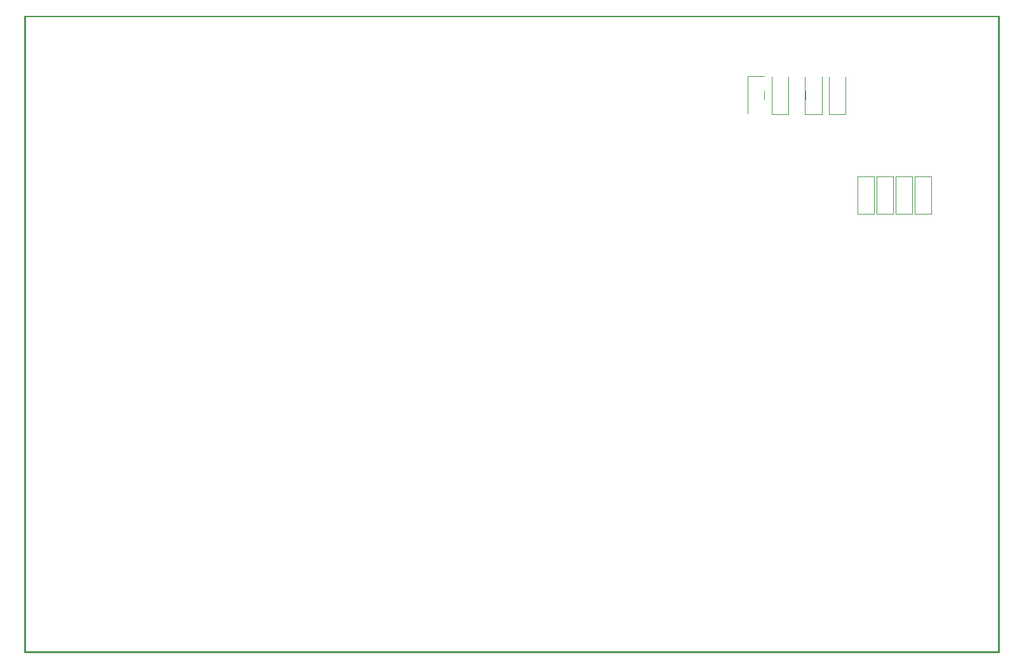
<source format=gbo>
G04 MADE WITH FRITZING*
G04 WWW.FRITZING.ORG*
G04 DOUBLE SIDED*
G04 HOLES PLATED*
G04 CONTOUR ON CENTER OF CONTOUR VECTOR*
%ASAXBY*%
%FSLAX23Y23*%
%MOIN*%
%OFA0B0*%
%SFA1.0B1.0*%
%ADD10R,0.001000X0.001000*%
%LNSILK0*%
G90*
G70*
G54D10*
X0Y3346D02*
X5117Y3346D01*
X0Y3345D02*
X5117Y3345D01*
X0Y3344D02*
X5117Y3344D01*
X0Y3343D02*
X5117Y3343D01*
X0Y3342D02*
X5117Y3342D01*
X0Y3341D02*
X5117Y3341D01*
X0Y3340D02*
X5117Y3340D01*
X0Y3339D02*
X5117Y3339D01*
X0Y3338D02*
X7Y3338D01*
X5110Y3338D02*
X5117Y3338D01*
X0Y3337D02*
X7Y3337D01*
X5110Y3337D02*
X5117Y3337D01*
X0Y3336D02*
X7Y3336D01*
X5110Y3336D02*
X5117Y3336D01*
X0Y3335D02*
X7Y3335D01*
X5110Y3335D02*
X5117Y3335D01*
X0Y3334D02*
X7Y3334D01*
X5110Y3334D02*
X5117Y3334D01*
X0Y3333D02*
X7Y3333D01*
X5110Y3333D02*
X5117Y3333D01*
X0Y3332D02*
X7Y3332D01*
X5110Y3332D02*
X5117Y3332D01*
X0Y3331D02*
X7Y3331D01*
X5110Y3331D02*
X5117Y3331D01*
X0Y3330D02*
X7Y3330D01*
X5110Y3330D02*
X5117Y3330D01*
X0Y3329D02*
X7Y3329D01*
X5110Y3329D02*
X5117Y3329D01*
X0Y3328D02*
X7Y3328D01*
X5110Y3328D02*
X5117Y3328D01*
X0Y3327D02*
X7Y3327D01*
X5110Y3327D02*
X5117Y3327D01*
X0Y3326D02*
X7Y3326D01*
X5110Y3326D02*
X5117Y3326D01*
X0Y3325D02*
X7Y3325D01*
X5110Y3325D02*
X5117Y3325D01*
X0Y3324D02*
X7Y3324D01*
X5110Y3324D02*
X5117Y3324D01*
X0Y3323D02*
X7Y3323D01*
X5110Y3323D02*
X5117Y3323D01*
X0Y3322D02*
X7Y3322D01*
X5110Y3322D02*
X5117Y3322D01*
X0Y3321D02*
X7Y3321D01*
X5110Y3321D02*
X5117Y3321D01*
X0Y3320D02*
X7Y3320D01*
X5110Y3320D02*
X5117Y3320D01*
X0Y3319D02*
X7Y3319D01*
X5110Y3319D02*
X5117Y3319D01*
X0Y3318D02*
X7Y3318D01*
X5110Y3318D02*
X5117Y3318D01*
X0Y3317D02*
X7Y3317D01*
X5110Y3317D02*
X5117Y3317D01*
X0Y3316D02*
X7Y3316D01*
X5110Y3316D02*
X5117Y3316D01*
X0Y3315D02*
X7Y3315D01*
X5110Y3315D02*
X5117Y3315D01*
X0Y3314D02*
X7Y3314D01*
X5110Y3314D02*
X5117Y3314D01*
X0Y3313D02*
X7Y3313D01*
X5110Y3313D02*
X5117Y3313D01*
X0Y3312D02*
X7Y3312D01*
X5110Y3312D02*
X5117Y3312D01*
X0Y3311D02*
X7Y3311D01*
X5110Y3311D02*
X5117Y3311D01*
X0Y3310D02*
X7Y3310D01*
X5110Y3310D02*
X5117Y3310D01*
X0Y3309D02*
X7Y3309D01*
X5110Y3309D02*
X5117Y3309D01*
X0Y3308D02*
X7Y3308D01*
X5110Y3308D02*
X5117Y3308D01*
X0Y3307D02*
X7Y3307D01*
X5110Y3307D02*
X5117Y3307D01*
X0Y3306D02*
X7Y3306D01*
X5110Y3306D02*
X5117Y3306D01*
X0Y3305D02*
X7Y3305D01*
X5110Y3305D02*
X5117Y3305D01*
X0Y3304D02*
X7Y3304D01*
X5110Y3304D02*
X5117Y3304D01*
X0Y3303D02*
X7Y3303D01*
X5110Y3303D02*
X5117Y3303D01*
X0Y3302D02*
X7Y3302D01*
X5110Y3302D02*
X5117Y3302D01*
X0Y3301D02*
X7Y3301D01*
X5110Y3301D02*
X5117Y3301D01*
X0Y3300D02*
X7Y3300D01*
X5110Y3300D02*
X5117Y3300D01*
X0Y3299D02*
X7Y3299D01*
X5110Y3299D02*
X5117Y3299D01*
X0Y3298D02*
X7Y3298D01*
X5110Y3298D02*
X5117Y3298D01*
X0Y3297D02*
X7Y3297D01*
X5110Y3297D02*
X5117Y3297D01*
X0Y3296D02*
X7Y3296D01*
X5110Y3296D02*
X5117Y3296D01*
X0Y3295D02*
X7Y3295D01*
X5110Y3295D02*
X5117Y3295D01*
X0Y3294D02*
X7Y3294D01*
X5110Y3294D02*
X5117Y3294D01*
X0Y3293D02*
X7Y3293D01*
X5110Y3293D02*
X5117Y3293D01*
X0Y3292D02*
X7Y3292D01*
X5110Y3292D02*
X5117Y3292D01*
X0Y3291D02*
X7Y3291D01*
X5110Y3291D02*
X5117Y3291D01*
X0Y3290D02*
X7Y3290D01*
X5110Y3290D02*
X5117Y3290D01*
X0Y3289D02*
X7Y3289D01*
X5110Y3289D02*
X5117Y3289D01*
X0Y3288D02*
X7Y3288D01*
X5110Y3288D02*
X5117Y3288D01*
X0Y3287D02*
X7Y3287D01*
X5110Y3287D02*
X5117Y3287D01*
X0Y3286D02*
X7Y3286D01*
X5110Y3286D02*
X5117Y3286D01*
X0Y3285D02*
X7Y3285D01*
X5110Y3285D02*
X5117Y3285D01*
X0Y3284D02*
X7Y3284D01*
X5110Y3284D02*
X5117Y3284D01*
X0Y3283D02*
X7Y3283D01*
X5110Y3283D02*
X5117Y3283D01*
X0Y3282D02*
X7Y3282D01*
X5110Y3282D02*
X5117Y3282D01*
X0Y3281D02*
X7Y3281D01*
X5110Y3281D02*
X5117Y3281D01*
X0Y3280D02*
X7Y3280D01*
X5110Y3280D02*
X5117Y3280D01*
X0Y3279D02*
X7Y3279D01*
X5110Y3279D02*
X5117Y3279D01*
X0Y3278D02*
X7Y3278D01*
X5110Y3278D02*
X5117Y3278D01*
X0Y3277D02*
X7Y3277D01*
X5110Y3277D02*
X5117Y3277D01*
X0Y3276D02*
X7Y3276D01*
X5110Y3276D02*
X5117Y3276D01*
X0Y3275D02*
X7Y3275D01*
X5110Y3275D02*
X5117Y3275D01*
X0Y3274D02*
X7Y3274D01*
X5110Y3274D02*
X5117Y3274D01*
X0Y3273D02*
X7Y3273D01*
X5110Y3273D02*
X5117Y3273D01*
X0Y3272D02*
X7Y3272D01*
X5110Y3272D02*
X5117Y3272D01*
X0Y3271D02*
X7Y3271D01*
X5110Y3271D02*
X5117Y3271D01*
X0Y3270D02*
X7Y3270D01*
X5110Y3270D02*
X5117Y3270D01*
X0Y3269D02*
X7Y3269D01*
X5110Y3269D02*
X5117Y3269D01*
X0Y3268D02*
X7Y3268D01*
X5110Y3268D02*
X5117Y3268D01*
X0Y3267D02*
X7Y3267D01*
X5110Y3267D02*
X5117Y3267D01*
X0Y3266D02*
X7Y3266D01*
X5110Y3266D02*
X5117Y3266D01*
X0Y3265D02*
X7Y3265D01*
X5110Y3265D02*
X5117Y3265D01*
X0Y3264D02*
X7Y3264D01*
X5110Y3264D02*
X5117Y3264D01*
X0Y3263D02*
X7Y3263D01*
X5110Y3263D02*
X5117Y3263D01*
X0Y3262D02*
X7Y3262D01*
X5110Y3262D02*
X5117Y3262D01*
X0Y3261D02*
X7Y3261D01*
X5110Y3261D02*
X5117Y3261D01*
X0Y3260D02*
X7Y3260D01*
X5110Y3260D02*
X5117Y3260D01*
X0Y3259D02*
X7Y3259D01*
X5110Y3259D02*
X5117Y3259D01*
X0Y3258D02*
X7Y3258D01*
X5110Y3258D02*
X5117Y3258D01*
X0Y3257D02*
X7Y3257D01*
X5110Y3257D02*
X5117Y3257D01*
X0Y3256D02*
X7Y3256D01*
X5110Y3256D02*
X5117Y3256D01*
X0Y3255D02*
X7Y3255D01*
X5110Y3255D02*
X5117Y3255D01*
X0Y3254D02*
X7Y3254D01*
X5110Y3254D02*
X5117Y3254D01*
X0Y3253D02*
X7Y3253D01*
X5110Y3253D02*
X5117Y3253D01*
X0Y3252D02*
X7Y3252D01*
X5110Y3252D02*
X5117Y3252D01*
X0Y3251D02*
X7Y3251D01*
X5110Y3251D02*
X5117Y3251D01*
X0Y3250D02*
X7Y3250D01*
X5110Y3250D02*
X5117Y3250D01*
X0Y3249D02*
X7Y3249D01*
X5110Y3249D02*
X5117Y3249D01*
X0Y3248D02*
X7Y3248D01*
X5110Y3248D02*
X5117Y3248D01*
X0Y3247D02*
X7Y3247D01*
X5110Y3247D02*
X5117Y3247D01*
X0Y3246D02*
X7Y3246D01*
X5110Y3246D02*
X5117Y3246D01*
X0Y3245D02*
X7Y3245D01*
X5110Y3245D02*
X5117Y3245D01*
X0Y3244D02*
X7Y3244D01*
X5110Y3244D02*
X5117Y3244D01*
X0Y3243D02*
X7Y3243D01*
X5110Y3243D02*
X5117Y3243D01*
X0Y3242D02*
X7Y3242D01*
X5110Y3242D02*
X5117Y3242D01*
X0Y3241D02*
X7Y3241D01*
X5110Y3241D02*
X5117Y3241D01*
X0Y3240D02*
X7Y3240D01*
X5110Y3240D02*
X5117Y3240D01*
X0Y3239D02*
X7Y3239D01*
X5110Y3239D02*
X5117Y3239D01*
X0Y3238D02*
X7Y3238D01*
X5110Y3238D02*
X5117Y3238D01*
X0Y3237D02*
X7Y3237D01*
X5110Y3237D02*
X5117Y3237D01*
X0Y3236D02*
X7Y3236D01*
X5110Y3236D02*
X5117Y3236D01*
X0Y3235D02*
X7Y3235D01*
X5110Y3235D02*
X5117Y3235D01*
X0Y3234D02*
X7Y3234D01*
X5110Y3234D02*
X5117Y3234D01*
X0Y3233D02*
X7Y3233D01*
X5110Y3233D02*
X5117Y3233D01*
X0Y3232D02*
X7Y3232D01*
X5110Y3232D02*
X5117Y3232D01*
X0Y3231D02*
X7Y3231D01*
X5110Y3231D02*
X5117Y3231D01*
X0Y3230D02*
X7Y3230D01*
X5110Y3230D02*
X5117Y3230D01*
X0Y3229D02*
X7Y3229D01*
X5110Y3229D02*
X5117Y3229D01*
X0Y3228D02*
X7Y3228D01*
X5110Y3228D02*
X5117Y3228D01*
X0Y3227D02*
X7Y3227D01*
X5110Y3227D02*
X5117Y3227D01*
X0Y3226D02*
X7Y3226D01*
X5110Y3226D02*
X5117Y3226D01*
X0Y3225D02*
X7Y3225D01*
X5110Y3225D02*
X5117Y3225D01*
X0Y3224D02*
X7Y3224D01*
X5110Y3224D02*
X5117Y3224D01*
X0Y3223D02*
X7Y3223D01*
X5110Y3223D02*
X5117Y3223D01*
X0Y3222D02*
X7Y3222D01*
X5110Y3222D02*
X5117Y3222D01*
X0Y3221D02*
X7Y3221D01*
X5110Y3221D02*
X5117Y3221D01*
X0Y3220D02*
X7Y3220D01*
X5110Y3220D02*
X5117Y3220D01*
X0Y3219D02*
X7Y3219D01*
X5110Y3219D02*
X5117Y3219D01*
X0Y3218D02*
X7Y3218D01*
X5110Y3218D02*
X5117Y3218D01*
X0Y3217D02*
X7Y3217D01*
X5110Y3217D02*
X5117Y3217D01*
X0Y3216D02*
X7Y3216D01*
X5110Y3216D02*
X5117Y3216D01*
X0Y3215D02*
X7Y3215D01*
X5110Y3215D02*
X5117Y3215D01*
X0Y3214D02*
X7Y3214D01*
X5110Y3214D02*
X5117Y3214D01*
X0Y3213D02*
X7Y3213D01*
X5110Y3213D02*
X5117Y3213D01*
X0Y3212D02*
X7Y3212D01*
X5110Y3212D02*
X5117Y3212D01*
X0Y3211D02*
X7Y3211D01*
X5110Y3211D02*
X5117Y3211D01*
X0Y3210D02*
X7Y3210D01*
X5110Y3210D02*
X5117Y3210D01*
X0Y3209D02*
X7Y3209D01*
X5110Y3209D02*
X5117Y3209D01*
X0Y3208D02*
X7Y3208D01*
X5110Y3208D02*
X5117Y3208D01*
X0Y3207D02*
X7Y3207D01*
X5110Y3207D02*
X5117Y3207D01*
X0Y3206D02*
X7Y3206D01*
X5110Y3206D02*
X5117Y3206D01*
X0Y3205D02*
X7Y3205D01*
X5110Y3205D02*
X5117Y3205D01*
X0Y3204D02*
X7Y3204D01*
X5110Y3204D02*
X5117Y3204D01*
X0Y3203D02*
X7Y3203D01*
X5110Y3203D02*
X5117Y3203D01*
X0Y3202D02*
X7Y3202D01*
X5110Y3202D02*
X5117Y3202D01*
X0Y3201D02*
X7Y3201D01*
X5110Y3201D02*
X5117Y3201D01*
X0Y3200D02*
X7Y3200D01*
X5110Y3200D02*
X5117Y3200D01*
X0Y3199D02*
X7Y3199D01*
X5110Y3199D02*
X5117Y3199D01*
X0Y3198D02*
X7Y3198D01*
X5110Y3198D02*
X5117Y3198D01*
X0Y3197D02*
X7Y3197D01*
X5110Y3197D02*
X5117Y3197D01*
X0Y3196D02*
X7Y3196D01*
X5110Y3196D02*
X5117Y3196D01*
X0Y3195D02*
X7Y3195D01*
X5110Y3195D02*
X5117Y3195D01*
X0Y3194D02*
X7Y3194D01*
X5110Y3194D02*
X5117Y3194D01*
X0Y3193D02*
X7Y3193D01*
X5110Y3193D02*
X5117Y3193D01*
X0Y3192D02*
X7Y3192D01*
X5110Y3192D02*
X5117Y3192D01*
X0Y3191D02*
X7Y3191D01*
X5110Y3191D02*
X5117Y3191D01*
X0Y3190D02*
X7Y3190D01*
X5110Y3190D02*
X5117Y3190D01*
X0Y3189D02*
X7Y3189D01*
X5110Y3189D02*
X5117Y3189D01*
X0Y3188D02*
X7Y3188D01*
X5110Y3188D02*
X5117Y3188D01*
X0Y3187D02*
X7Y3187D01*
X5110Y3187D02*
X5117Y3187D01*
X0Y3186D02*
X7Y3186D01*
X5110Y3186D02*
X5117Y3186D01*
X0Y3185D02*
X7Y3185D01*
X5110Y3185D02*
X5117Y3185D01*
X0Y3184D02*
X7Y3184D01*
X5110Y3184D02*
X5117Y3184D01*
X0Y3183D02*
X7Y3183D01*
X5110Y3183D02*
X5117Y3183D01*
X0Y3182D02*
X7Y3182D01*
X5110Y3182D02*
X5117Y3182D01*
X0Y3181D02*
X7Y3181D01*
X5110Y3181D02*
X5117Y3181D01*
X0Y3180D02*
X7Y3180D01*
X5110Y3180D02*
X5117Y3180D01*
X0Y3179D02*
X7Y3179D01*
X5110Y3179D02*
X5117Y3179D01*
X0Y3178D02*
X7Y3178D01*
X5110Y3178D02*
X5117Y3178D01*
X0Y3177D02*
X7Y3177D01*
X5110Y3177D02*
X5117Y3177D01*
X0Y3176D02*
X7Y3176D01*
X5110Y3176D02*
X5117Y3176D01*
X0Y3175D02*
X7Y3175D01*
X5110Y3175D02*
X5117Y3175D01*
X0Y3174D02*
X7Y3174D01*
X5110Y3174D02*
X5117Y3174D01*
X0Y3173D02*
X7Y3173D01*
X5110Y3173D02*
X5117Y3173D01*
X0Y3172D02*
X7Y3172D01*
X5110Y3172D02*
X5117Y3172D01*
X0Y3171D02*
X7Y3171D01*
X5110Y3171D02*
X5117Y3171D01*
X0Y3170D02*
X7Y3170D01*
X5110Y3170D02*
X5117Y3170D01*
X0Y3169D02*
X7Y3169D01*
X5110Y3169D02*
X5117Y3169D01*
X0Y3168D02*
X7Y3168D01*
X5110Y3168D02*
X5117Y3168D01*
X0Y3167D02*
X7Y3167D01*
X5110Y3167D02*
X5117Y3167D01*
X0Y3166D02*
X7Y3166D01*
X5110Y3166D02*
X5117Y3166D01*
X0Y3165D02*
X7Y3165D01*
X5110Y3165D02*
X5117Y3165D01*
X0Y3164D02*
X7Y3164D01*
X5110Y3164D02*
X5117Y3164D01*
X0Y3163D02*
X7Y3163D01*
X5110Y3163D02*
X5117Y3163D01*
X0Y3162D02*
X7Y3162D01*
X5110Y3162D02*
X5117Y3162D01*
X0Y3161D02*
X7Y3161D01*
X5110Y3161D02*
X5117Y3161D01*
X0Y3160D02*
X7Y3160D01*
X5110Y3160D02*
X5117Y3160D01*
X0Y3159D02*
X7Y3159D01*
X5110Y3159D02*
X5117Y3159D01*
X0Y3158D02*
X7Y3158D01*
X5110Y3158D02*
X5117Y3158D01*
X0Y3157D02*
X7Y3157D01*
X5110Y3157D02*
X5117Y3157D01*
X0Y3156D02*
X7Y3156D01*
X5110Y3156D02*
X5117Y3156D01*
X0Y3155D02*
X7Y3155D01*
X5110Y3155D02*
X5117Y3155D01*
X0Y3154D02*
X7Y3154D01*
X5110Y3154D02*
X5117Y3154D01*
X0Y3153D02*
X7Y3153D01*
X5110Y3153D02*
X5117Y3153D01*
X0Y3152D02*
X7Y3152D01*
X5110Y3152D02*
X5117Y3152D01*
X0Y3151D02*
X7Y3151D01*
X5110Y3151D02*
X5117Y3151D01*
X0Y3150D02*
X7Y3150D01*
X5110Y3150D02*
X5117Y3150D01*
X0Y3149D02*
X7Y3149D01*
X5110Y3149D02*
X5117Y3149D01*
X0Y3148D02*
X7Y3148D01*
X5110Y3148D02*
X5117Y3148D01*
X0Y3147D02*
X7Y3147D01*
X5110Y3147D02*
X5117Y3147D01*
X0Y3146D02*
X7Y3146D01*
X5110Y3146D02*
X5117Y3146D01*
X0Y3145D02*
X7Y3145D01*
X5110Y3145D02*
X5117Y3145D01*
X0Y3144D02*
X7Y3144D01*
X5110Y3144D02*
X5117Y3144D01*
X0Y3143D02*
X7Y3143D01*
X5110Y3143D02*
X5117Y3143D01*
X0Y3142D02*
X7Y3142D01*
X5110Y3142D02*
X5117Y3142D01*
X0Y3141D02*
X7Y3141D01*
X5110Y3141D02*
X5117Y3141D01*
X0Y3140D02*
X7Y3140D01*
X5110Y3140D02*
X5117Y3140D01*
X0Y3139D02*
X7Y3139D01*
X5110Y3139D02*
X5117Y3139D01*
X0Y3138D02*
X7Y3138D01*
X5110Y3138D02*
X5117Y3138D01*
X0Y3137D02*
X7Y3137D01*
X5110Y3137D02*
X5117Y3137D01*
X0Y3136D02*
X7Y3136D01*
X5110Y3136D02*
X5117Y3136D01*
X0Y3135D02*
X7Y3135D01*
X5110Y3135D02*
X5117Y3135D01*
X0Y3134D02*
X7Y3134D01*
X5110Y3134D02*
X5117Y3134D01*
X0Y3133D02*
X7Y3133D01*
X5110Y3133D02*
X5117Y3133D01*
X0Y3132D02*
X7Y3132D01*
X5110Y3132D02*
X5117Y3132D01*
X0Y3131D02*
X7Y3131D01*
X5110Y3131D02*
X5117Y3131D01*
X0Y3130D02*
X7Y3130D01*
X5110Y3130D02*
X5117Y3130D01*
X0Y3129D02*
X7Y3129D01*
X5110Y3129D02*
X5117Y3129D01*
X0Y3128D02*
X7Y3128D01*
X5110Y3128D02*
X5117Y3128D01*
X0Y3127D02*
X7Y3127D01*
X5110Y3127D02*
X5117Y3127D01*
X0Y3126D02*
X7Y3126D01*
X5110Y3126D02*
X5117Y3126D01*
X0Y3125D02*
X7Y3125D01*
X5110Y3125D02*
X5117Y3125D01*
X0Y3124D02*
X7Y3124D01*
X5110Y3124D02*
X5117Y3124D01*
X0Y3123D02*
X7Y3123D01*
X5110Y3123D02*
X5117Y3123D01*
X0Y3122D02*
X7Y3122D01*
X5110Y3122D02*
X5117Y3122D01*
X0Y3121D02*
X7Y3121D01*
X5110Y3121D02*
X5117Y3121D01*
X0Y3120D02*
X7Y3120D01*
X5110Y3120D02*
X5117Y3120D01*
X0Y3119D02*
X7Y3119D01*
X5110Y3119D02*
X5117Y3119D01*
X0Y3118D02*
X7Y3118D01*
X5110Y3118D02*
X5117Y3118D01*
X0Y3117D02*
X7Y3117D01*
X5110Y3117D02*
X5117Y3117D01*
X0Y3116D02*
X7Y3116D01*
X5110Y3116D02*
X5117Y3116D01*
X0Y3115D02*
X7Y3115D01*
X5110Y3115D02*
X5117Y3115D01*
X0Y3114D02*
X7Y3114D01*
X5110Y3114D02*
X5117Y3114D01*
X0Y3113D02*
X7Y3113D01*
X5110Y3113D02*
X5117Y3113D01*
X0Y3112D02*
X7Y3112D01*
X5110Y3112D02*
X5117Y3112D01*
X0Y3111D02*
X7Y3111D01*
X5110Y3111D02*
X5117Y3111D01*
X0Y3110D02*
X7Y3110D01*
X5110Y3110D02*
X5117Y3110D01*
X0Y3109D02*
X7Y3109D01*
X5110Y3109D02*
X5117Y3109D01*
X0Y3108D02*
X7Y3108D01*
X5110Y3108D02*
X5117Y3108D01*
X0Y3107D02*
X7Y3107D01*
X5110Y3107D02*
X5117Y3107D01*
X0Y3106D02*
X7Y3106D01*
X5110Y3106D02*
X5117Y3106D01*
X0Y3105D02*
X7Y3105D01*
X5110Y3105D02*
X5117Y3105D01*
X0Y3104D02*
X7Y3104D01*
X5110Y3104D02*
X5117Y3104D01*
X0Y3103D02*
X7Y3103D01*
X5110Y3103D02*
X5117Y3103D01*
X0Y3102D02*
X7Y3102D01*
X5110Y3102D02*
X5117Y3102D01*
X0Y3101D02*
X7Y3101D01*
X5110Y3101D02*
X5117Y3101D01*
X0Y3100D02*
X7Y3100D01*
X5110Y3100D02*
X5117Y3100D01*
X0Y3099D02*
X7Y3099D01*
X5110Y3099D02*
X5117Y3099D01*
X0Y3098D02*
X7Y3098D01*
X5110Y3098D02*
X5117Y3098D01*
X0Y3097D02*
X7Y3097D01*
X5110Y3097D02*
X5117Y3097D01*
X0Y3096D02*
X7Y3096D01*
X5110Y3096D02*
X5117Y3096D01*
X0Y3095D02*
X7Y3095D01*
X5110Y3095D02*
X5117Y3095D01*
X0Y3094D02*
X7Y3094D01*
X5110Y3094D02*
X5117Y3094D01*
X0Y3093D02*
X7Y3093D01*
X5110Y3093D02*
X5117Y3093D01*
X0Y3092D02*
X7Y3092D01*
X5110Y3092D02*
X5117Y3092D01*
X0Y3091D02*
X7Y3091D01*
X5110Y3091D02*
X5117Y3091D01*
X0Y3090D02*
X7Y3090D01*
X5110Y3090D02*
X5117Y3090D01*
X0Y3089D02*
X7Y3089D01*
X5110Y3089D02*
X5117Y3089D01*
X0Y3088D02*
X7Y3088D01*
X5110Y3088D02*
X5117Y3088D01*
X0Y3087D02*
X7Y3087D01*
X5110Y3087D02*
X5117Y3087D01*
X0Y3086D02*
X7Y3086D01*
X5110Y3086D02*
X5117Y3086D01*
X0Y3085D02*
X7Y3085D01*
X5110Y3085D02*
X5117Y3085D01*
X0Y3084D02*
X7Y3084D01*
X5110Y3084D02*
X5117Y3084D01*
X0Y3083D02*
X7Y3083D01*
X5110Y3083D02*
X5117Y3083D01*
X0Y3082D02*
X7Y3082D01*
X5110Y3082D02*
X5117Y3082D01*
X0Y3081D02*
X7Y3081D01*
X5110Y3081D02*
X5117Y3081D01*
X0Y3080D02*
X7Y3080D01*
X5110Y3080D02*
X5117Y3080D01*
X0Y3079D02*
X7Y3079D01*
X5110Y3079D02*
X5117Y3079D01*
X0Y3078D02*
X7Y3078D01*
X5110Y3078D02*
X5117Y3078D01*
X0Y3077D02*
X7Y3077D01*
X5110Y3077D02*
X5117Y3077D01*
X0Y3076D02*
X7Y3076D01*
X5110Y3076D02*
X5117Y3076D01*
X0Y3075D02*
X7Y3075D01*
X5110Y3075D02*
X5117Y3075D01*
X0Y3074D02*
X7Y3074D01*
X5110Y3074D02*
X5117Y3074D01*
X0Y3073D02*
X7Y3073D01*
X5110Y3073D02*
X5117Y3073D01*
X0Y3072D02*
X7Y3072D01*
X5110Y3072D02*
X5117Y3072D01*
X0Y3071D02*
X7Y3071D01*
X5110Y3071D02*
X5117Y3071D01*
X0Y3070D02*
X7Y3070D01*
X5110Y3070D02*
X5117Y3070D01*
X0Y3069D02*
X7Y3069D01*
X5110Y3069D02*
X5117Y3069D01*
X0Y3068D02*
X7Y3068D01*
X5110Y3068D02*
X5117Y3068D01*
X0Y3067D02*
X7Y3067D01*
X5110Y3067D02*
X5117Y3067D01*
X0Y3066D02*
X7Y3066D01*
X5110Y3066D02*
X5117Y3066D01*
X0Y3065D02*
X7Y3065D01*
X5110Y3065D02*
X5117Y3065D01*
X0Y3064D02*
X7Y3064D01*
X5110Y3064D02*
X5117Y3064D01*
X0Y3063D02*
X7Y3063D01*
X5110Y3063D02*
X5117Y3063D01*
X0Y3062D02*
X7Y3062D01*
X5110Y3062D02*
X5117Y3062D01*
X0Y3061D02*
X7Y3061D01*
X5110Y3061D02*
X5117Y3061D01*
X0Y3060D02*
X7Y3060D01*
X5110Y3060D02*
X5117Y3060D01*
X0Y3059D02*
X7Y3059D01*
X5110Y3059D02*
X5117Y3059D01*
X0Y3058D02*
X7Y3058D01*
X5110Y3058D02*
X5117Y3058D01*
X0Y3057D02*
X7Y3057D01*
X5110Y3057D02*
X5117Y3057D01*
X0Y3056D02*
X7Y3056D01*
X5110Y3056D02*
X5117Y3056D01*
X0Y3055D02*
X7Y3055D01*
X5110Y3055D02*
X5117Y3055D01*
X0Y3054D02*
X7Y3054D01*
X5110Y3054D02*
X5117Y3054D01*
X0Y3053D02*
X7Y3053D01*
X5110Y3053D02*
X5117Y3053D01*
X0Y3052D02*
X7Y3052D01*
X5110Y3052D02*
X5117Y3052D01*
X0Y3051D02*
X7Y3051D01*
X5110Y3051D02*
X5117Y3051D01*
X0Y3050D02*
X7Y3050D01*
X5110Y3050D02*
X5117Y3050D01*
X0Y3049D02*
X7Y3049D01*
X5110Y3049D02*
X5117Y3049D01*
X0Y3048D02*
X7Y3048D01*
X5110Y3048D02*
X5117Y3048D01*
X0Y3047D02*
X7Y3047D01*
X5110Y3047D02*
X5117Y3047D01*
X0Y3046D02*
X7Y3046D01*
X5110Y3046D02*
X5117Y3046D01*
X0Y3045D02*
X7Y3045D01*
X5110Y3045D02*
X5117Y3045D01*
X0Y3044D02*
X7Y3044D01*
X5110Y3044D02*
X5117Y3044D01*
X0Y3043D02*
X7Y3043D01*
X5110Y3043D02*
X5117Y3043D01*
X0Y3042D02*
X7Y3042D01*
X5110Y3042D02*
X5117Y3042D01*
X0Y3041D02*
X7Y3041D01*
X5110Y3041D02*
X5117Y3041D01*
X0Y3040D02*
X7Y3040D01*
X5110Y3040D02*
X5117Y3040D01*
X0Y3039D02*
X7Y3039D01*
X5110Y3039D02*
X5117Y3039D01*
X0Y3038D02*
X7Y3038D01*
X5110Y3038D02*
X5117Y3038D01*
X0Y3037D02*
X7Y3037D01*
X5110Y3037D02*
X5117Y3037D01*
X0Y3036D02*
X7Y3036D01*
X5110Y3036D02*
X5117Y3036D01*
X0Y3035D02*
X7Y3035D01*
X5110Y3035D02*
X5117Y3035D01*
X0Y3034D02*
X7Y3034D01*
X5110Y3034D02*
X5117Y3034D01*
X0Y3033D02*
X7Y3033D01*
X5110Y3033D02*
X5117Y3033D01*
X0Y3032D02*
X7Y3032D01*
X5110Y3032D02*
X5117Y3032D01*
X0Y3031D02*
X7Y3031D01*
X5110Y3031D02*
X5117Y3031D01*
X0Y3030D02*
X7Y3030D01*
X5110Y3030D02*
X5117Y3030D01*
X0Y3029D02*
X7Y3029D01*
X3829Y3029D02*
X3885Y3029D01*
X5110Y3029D02*
X5117Y3029D01*
X0Y3028D02*
X7Y3028D01*
X3796Y3028D02*
X3886Y3028D01*
X5110Y3028D02*
X5117Y3028D01*
X0Y3027D02*
X7Y3027D01*
X3796Y3027D02*
X3886Y3027D01*
X3922Y3027D02*
X4012Y3027D01*
X4097Y3027D02*
X4187Y3027D01*
X4222Y3027D02*
X4312Y3027D01*
X5110Y3027D02*
X5117Y3027D01*
X0Y3026D02*
X7Y3026D01*
X3796Y3026D02*
X3798Y3026D01*
X3884Y3026D02*
X3886Y3026D01*
X3922Y3026D02*
X4012Y3026D01*
X4097Y3026D02*
X4187Y3026D01*
X4222Y3026D02*
X4312Y3026D01*
X5110Y3026D02*
X5117Y3026D01*
X0Y3025D02*
X7Y3025D01*
X3796Y3025D02*
X3798Y3025D01*
X3884Y3025D02*
X3886Y3025D01*
X3922Y3025D02*
X3924Y3025D01*
X4010Y3025D02*
X4012Y3025D01*
X4097Y3025D02*
X4099Y3025D01*
X4185Y3025D02*
X4187Y3025D01*
X4222Y3025D02*
X4224Y3025D01*
X4310Y3025D02*
X4312Y3025D01*
X5110Y3025D02*
X5117Y3025D01*
X0Y3024D02*
X7Y3024D01*
X3796Y3024D02*
X3798Y3024D01*
X3884Y3024D02*
X3886Y3024D01*
X3922Y3024D02*
X3924Y3024D01*
X4010Y3024D02*
X4012Y3024D01*
X4097Y3024D02*
X4099Y3024D01*
X4185Y3024D02*
X4187Y3024D01*
X4222Y3024D02*
X4224Y3024D01*
X4310Y3024D02*
X4312Y3024D01*
X5110Y3024D02*
X5117Y3024D01*
X0Y3023D02*
X7Y3023D01*
X3796Y3023D02*
X3798Y3023D01*
X3884Y3023D02*
X3886Y3023D01*
X3922Y3023D02*
X3924Y3023D01*
X4010Y3023D02*
X4012Y3023D01*
X4097Y3023D02*
X4099Y3023D01*
X4185Y3023D02*
X4187Y3023D01*
X4222Y3023D02*
X4224Y3023D01*
X4310Y3023D02*
X4312Y3023D01*
X5110Y3023D02*
X5117Y3023D01*
X0Y3022D02*
X7Y3022D01*
X3796Y3022D02*
X3798Y3022D01*
X3884Y3022D02*
X3886Y3022D01*
X3922Y3022D02*
X3924Y3022D01*
X4010Y3022D02*
X4012Y3022D01*
X4097Y3022D02*
X4099Y3022D01*
X4185Y3022D02*
X4187Y3022D01*
X4222Y3022D02*
X4224Y3022D01*
X4310Y3022D02*
X4312Y3022D01*
X5110Y3022D02*
X5117Y3022D01*
X0Y3021D02*
X7Y3021D01*
X3796Y3021D02*
X3798Y3021D01*
X3884Y3021D02*
X3886Y3021D01*
X3922Y3021D02*
X3924Y3021D01*
X4010Y3021D02*
X4012Y3021D01*
X4097Y3021D02*
X4099Y3021D01*
X4185Y3021D02*
X4187Y3021D01*
X4222Y3021D02*
X4224Y3021D01*
X4310Y3021D02*
X4312Y3021D01*
X5110Y3021D02*
X5117Y3021D01*
X0Y3020D02*
X7Y3020D01*
X3796Y3020D02*
X3798Y3020D01*
X3884Y3020D02*
X3886Y3020D01*
X3922Y3020D02*
X3924Y3020D01*
X4010Y3020D02*
X4012Y3020D01*
X4097Y3020D02*
X4099Y3020D01*
X4185Y3020D02*
X4187Y3020D01*
X4222Y3020D02*
X4224Y3020D01*
X4310Y3020D02*
X4312Y3020D01*
X5110Y3020D02*
X5117Y3020D01*
X0Y3019D02*
X7Y3019D01*
X3796Y3019D02*
X3798Y3019D01*
X3884Y3019D02*
X3886Y3019D01*
X3922Y3019D02*
X3924Y3019D01*
X4010Y3019D02*
X4012Y3019D01*
X4097Y3019D02*
X4099Y3019D01*
X4185Y3019D02*
X4187Y3019D01*
X4222Y3019D02*
X4224Y3019D01*
X4310Y3019D02*
X4312Y3019D01*
X5110Y3019D02*
X5117Y3019D01*
X0Y3018D02*
X7Y3018D01*
X3796Y3018D02*
X3798Y3018D01*
X3884Y3018D02*
X3886Y3018D01*
X3922Y3018D02*
X3924Y3018D01*
X4010Y3018D02*
X4012Y3018D01*
X4097Y3018D02*
X4099Y3018D01*
X4185Y3018D02*
X4187Y3018D01*
X4222Y3018D02*
X4224Y3018D01*
X4310Y3018D02*
X4312Y3018D01*
X5110Y3018D02*
X5117Y3018D01*
X0Y3017D02*
X7Y3017D01*
X3796Y3017D02*
X3798Y3017D01*
X3884Y3017D02*
X3886Y3017D01*
X3922Y3017D02*
X3924Y3017D01*
X4010Y3017D02*
X4012Y3017D01*
X4097Y3017D02*
X4099Y3017D01*
X4185Y3017D02*
X4187Y3017D01*
X4222Y3017D02*
X4224Y3017D01*
X4310Y3017D02*
X4312Y3017D01*
X5110Y3017D02*
X5117Y3017D01*
X0Y3016D02*
X7Y3016D01*
X3796Y3016D02*
X3798Y3016D01*
X3884Y3016D02*
X3886Y3016D01*
X3922Y3016D02*
X3924Y3016D01*
X4010Y3016D02*
X4012Y3016D01*
X4097Y3016D02*
X4099Y3016D01*
X4185Y3016D02*
X4187Y3016D01*
X4222Y3016D02*
X4224Y3016D01*
X4310Y3016D02*
X4312Y3016D01*
X5110Y3016D02*
X5117Y3016D01*
X0Y3015D02*
X7Y3015D01*
X3796Y3015D02*
X3798Y3015D01*
X3884Y3015D02*
X3886Y3015D01*
X3922Y3015D02*
X3924Y3015D01*
X4010Y3015D02*
X4012Y3015D01*
X4097Y3015D02*
X4099Y3015D01*
X4185Y3015D02*
X4187Y3015D01*
X4222Y3015D02*
X4224Y3015D01*
X4310Y3015D02*
X4312Y3015D01*
X5110Y3015D02*
X5117Y3015D01*
X0Y3014D02*
X7Y3014D01*
X3796Y3014D02*
X3798Y3014D01*
X3884Y3014D02*
X3886Y3014D01*
X3922Y3014D02*
X3924Y3014D01*
X4010Y3014D02*
X4012Y3014D01*
X4097Y3014D02*
X4099Y3014D01*
X4185Y3014D02*
X4187Y3014D01*
X4222Y3014D02*
X4224Y3014D01*
X4310Y3014D02*
X4312Y3014D01*
X5110Y3014D02*
X5117Y3014D01*
X0Y3013D02*
X7Y3013D01*
X3796Y3013D02*
X3798Y3013D01*
X3884Y3013D02*
X3886Y3013D01*
X3922Y3013D02*
X3924Y3013D01*
X4010Y3013D02*
X4012Y3013D01*
X4097Y3013D02*
X4099Y3013D01*
X4185Y3013D02*
X4187Y3013D01*
X4222Y3013D02*
X4224Y3013D01*
X4310Y3013D02*
X4312Y3013D01*
X5110Y3013D02*
X5117Y3013D01*
X0Y3012D02*
X7Y3012D01*
X3796Y3012D02*
X3798Y3012D01*
X3884Y3012D02*
X3886Y3012D01*
X3922Y3012D02*
X3924Y3012D01*
X4010Y3012D02*
X4012Y3012D01*
X4097Y3012D02*
X4099Y3012D01*
X4185Y3012D02*
X4187Y3012D01*
X4222Y3012D02*
X4224Y3012D01*
X4310Y3012D02*
X4312Y3012D01*
X5110Y3012D02*
X5117Y3012D01*
X0Y3011D02*
X7Y3011D01*
X3796Y3011D02*
X3798Y3011D01*
X3884Y3011D02*
X3886Y3011D01*
X3922Y3011D02*
X3924Y3011D01*
X4010Y3011D02*
X4012Y3011D01*
X4097Y3011D02*
X4099Y3011D01*
X4185Y3011D02*
X4187Y3011D01*
X4222Y3011D02*
X4224Y3011D01*
X4310Y3011D02*
X4312Y3011D01*
X5110Y3011D02*
X5117Y3011D01*
X0Y3010D02*
X7Y3010D01*
X3796Y3010D02*
X3798Y3010D01*
X3884Y3010D02*
X3886Y3010D01*
X3922Y3010D02*
X3924Y3010D01*
X4010Y3010D02*
X4012Y3010D01*
X4097Y3010D02*
X4099Y3010D01*
X4185Y3010D02*
X4187Y3010D01*
X4222Y3010D02*
X4224Y3010D01*
X4310Y3010D02*
X4312Y3010D01*
X5110Y3010D02*
X5117Y3010D01*
X0Y3009D02*
X7Y3009D01*
X3796Y3009D02*
X3798Y3009D01*
X3884Y3009D02*
X3886Y3009D01*
X3922Y3009D02*
X3924Y3009D01*
X4010Y3009D02*
X4012Y3009D01*
X4097Y3009D02*
X4099Y3009D01*
X4185Y3009D02*
X4187Y3009D01*
X4222Y3009D02*
X4224Y3009D01*
X4310Y3009D02*
X4312Y3009D01*
X5110Y3009D02*
X5117Y3009D01*
X0Y3008D02*
X7Y3008D01*
X3796Y3008D02*
X3798Y3008D01*
X3884Y3008D02*
X3886Y3008D01*
X3922Y3008D02*
X3924Y3008D01*
X4010Y3008D02*
X4012Y3008D01*
X4097Y3008D02*
X4099Y3008D01*
X4185Y3008D02*
X4187Y3008D01*
X4222Y3008D02*
X4224Y3008D01*
X4310Y3008D02*
X4312Y3008D01*
X5110Y3008D02*
X5117Y3008D01*
X0Y3007D02*
X7Y3007D01*
X3796Y3007D02*
X3798Y3007D01*
X3884Y3007D02*
X3886Y3007D01*
X3922Y3007D02*
X3924Y3007D01*
X4010Y3007D02*
X4012Y3007D01*
X4097Y3007D02*
X4099Y3007D01*
X4185Y3007D02*
X4187Y3007D01*
X4222Y3007D02*
X4224Y3007D01*
X4310Y3007D02*
X4312Y3007D01*
X5110Y3007D02*
X5117Y3007D01*
X0Y3006D02*
X7Y3006D01*
X3796Y3006D02*
X3798Y3006D01*
X3884Y3006D02*
X3886Y3006D01*
X3922Y3006D02*
X3924Y3006D01*
X4010Y3006D02*
X4012Y3006D01*
X4097Y3006D02*
X4099Y3006D01*
X4185Y3006D02*
X4187Y3006D01*
X4222Y3006D02*
X4224Y3006D01*
X4310Y3006D02*
X4312Y3006D01*
X5110Y3006D02*
X5117Y3006D01*
X0Y3005D02*
X7Y3005D01*
X3796Y3005D02*
X3798Y3005D01*
X3884Y3005D02*
X3886Y3005D01*
X3922Y3005D02*
X3924Y3005D01*
X4010Y3005D02*
X4012Y3005D01*
X4097Y3005D02*
X4099Y3005D01*
X4185Y3005D02*
X4187Y3005D01*
X4222Y3005D02*
X4224Y3005D01*
X4310Y3005D02*
X4312Y3005D01*
X5110Y3005D02*
X5117Y3005D01*
X0Y3004D02*
X7Y3004D01*
X3796Y3004D02*
X3798Y3004D01*
X3884Y3004D02*
X3886Y3004D01*
X3922Y3004D02*
X3924Y3004D01*
X4010Y3004D02*
X4012Y3004D01*
X4097Y3004D02*
X4099Y3004D01*
X4185Y3004D02*
X4187Y3004D01*
X4222Y3004D02*
X4224Y3004D01*
X4310Y3004D02*
X4312Y3004D01*
X5110Y3004D02*
X5117Y3004D01*
X0Y3003D02*
X7Y3003D01*
X3796Y3003D02*
X3798Y3003D01*
X3884Y3003D02*
X3886Y3003D01*
X3922Y3003D02*
X3924Y3003D01*
X4010Y3003D02*
X4012Y3003D01*
X4097Y3003D02*
X4099Y3003D01*
X4185Y3003D02*
X4187Y3003D01*
X4222Y3003D02*
X4224Y3003D01*
X4310Y3003D02*
X4312Y3003D01*
X5110Y3003D02*
X5117Y3003D01*
X0Y3002D02*
X7Y3002D01*
X3796Y3002D02*
X3798Y3002D01*
X3884Y3002D02*
X3886Y3002D01*
X3922Y3002D02*
X3924Y3002D01*
X4010Y3002D02*
X4012Y3002D01*
X4097Y3002D02*
X4099Y3002D01*
X4185Y3002D02*
X4187Y3002D01*
X4222Y3002D02*
X4224Y3002D01*
X4310Y3002D02*
X4312Y3002D01*
X5110Y3002D02*
X5117Y3002D01*
X0Y3001D02*
X7Y3001D01*
X3796Y3001D02*
X3798Y3001D01*
X3884Y3001D02*
X3886Y3001D01*
X3922Y3001D02*
X3924Y3001D01*
X4010Y3001D02*
X4012Y3001D01*
X4097Y3001D02*
X4099Y3001D01*
X4185Y3001D02*
X4187Y3001D01*
X4222Y3001D02*
X4224Y3001D01*
X4310Y3001D02*
X4312Y3001D01*
X5110Y3001D02*
X5117Y3001D01*
X0Y3000D02*
X7Y3000D01*
X3796Y3000D02*
X3798Y3000D01*
X3884Y3000D02*
X3886Y3000D01*
X3922Y3000D02*
X3924Y3000D01*
X4010Y3000D02*
X4012Y3000D01*
X4097Y3000D02*
X4099Y3000D01*
X4185Y3000D02*
X4187Y3000D01*
X4222Y3000D02*
X4224Y3000D01*
X4310Y3000D02*
X4312Y3000D01*
X5110Y3000D02*
X5117Y3000D01*
X0Y2999D02*
X7Y2999D01*
X3796Y2999D02*
X3798Y2999D01*
X3884Y2999D02*
X3886Y2999D01*
X3922Y2999D02*
X3924Y2999D01*
X4010Y2999D02*
X4012Y2999D01*
X4097Y2999D02*
X4099Y2999D01*
X4185Y2999D02*
X4187Y2999D01*
X4222Y2999D02*
X4224Y2999D01*
X4310Y2999D02*
X4312Y2999D01*
X5110Y2999D02*
X5117Y2999D01*
X0Y2998D02*
X7Y2998D01*
X3796Y2998D02*
X3798Y2998D01*
X3884Y2998D02*
X3886Y2998D01*
X3922Y2998D02*
X3924Y2998D01*
X4010Y2998D02*
X4012Y2998D01*
X4097Y2998D02*
X4099Y2998D01*
X4185Y2998D02*
X4187Y2998D01*
X4222Y2998D02*
X4224Y2998D01*
X4310Y2998D02*
X4312Y2998D01*
X5110Y2998D02*
X5117Y2998D01*
X0Y2997D02*
X7Y2997D01*
X3796Y2997D02*
X3798Y2997D01*
X3884Y2997D02*
X3886Y2997D01*
X3922Y2997D02*
X3924Y2997D01*
X4010Y2997D02*
X4012Y2997D01*
X4097Y2997D02*
X4099Y2997D01*
X4185Y2997D02*
X4187Y2997D01*
X4222Y2997D02*
X4224Y2997D01*
X4310Y2997D02*
X4312Y2997D01*
X5110Y2997D02*
X5117Y2997D01*
X0Y2996D02*
X7Y2996D01*
X3796Y2996D02*
X3798Y2996D01*
X3884Y2996D02*
X3886Y2996D01*
X3922Y2996D02*
X3924Y2996D01*
X4010Y2996D02*
X4012Y2996D01*
X4097Y2996D02*
X4099Y2996D01*
X4185Y2996D02*
X4187Y2996D01*
X4222Y2996D02*
X4224Y2996D01*
X4310Y2996D02*
X4312Y2996D01*
X5110Y2996D02*
X5117Y2996D01*
X0Y2995D02*
X7Y2995D01*
X3796Y2995D02*
X3798Y2995D01*
X3884Y2995D02*
X3886Y2995D01*
X3922Y2995D02*
X3924Y2995D01*
X4010Y2995D02*
X4012Y2995D01*
X4097Y2995D02*
X4099Y2995D01*
X4185Y2995D02*
X4187Y2995D01*
X4222Y2995D02*
X4224Y2995D01*
X4310Y2995D02*
X4312Y2995D01*
X5110Y2995D02*
X5117Y2995D01*
X0Y2994D02*
X7Y2994D01*
X3796Y2994D02*
X3798Y2994D01*
X3884Y2994D02*
X3886Y2994D01*
X3922Y2994D02*
X3924Y2994D01*
X4010Y2994D02*
X4012Y2994D01*
X4097Y2994D02*
X4099Y2994D01*
X4185Y2994D02*
X4187Y2994D01*
X4222Y2994D02*
X4224Y2994D01*
X4310Y2994D02*
X4312Y2994D01*
X5110Y2994D02*
X5117Y2994D01*
X0Y2993D02*
X7Y2993D01*
X3796Y2993D02*
X3798Y2993D01*
X3884Y2993D02*
X3886Y2993D01*
X3922Y2993D02*
X3924Y2993D01*
X4010Y2993D02*
X4012Y2993D01*
X4097Y2993D02*
X4099Y2993D01*
X4185Y2993D02*
X4187Y2993D01*
X4222Y2993D02*
X4224Y2993D01*
X4310Y2993D02*
X4312Y2993D01*
X5110Y2993D02*
X5117Y2993D01*
X0Y2992D02*
X7Y2992D01*
X3796Y2992D02*
X3798Y2992D01*
X3884Y2992D02*
X3886Y2992D01*
X3922Y2992D02*
X3924Y2992D01*
X4010Y2992D02*
X4012Y2992D01*
X4097Y2992D02*
X4099Y2992D01*
X4185Y2992D02*
X4187Y2992D01*
X4222Y2992D02*
X4224Y2992D01*
X4310Y2992D02*
X4312Y2992D01*
X5110Y2992D02*
X5117Y2992D01*
X0Y2991D02*
X7Y2991D01*
X3796Y2991D02*
X3798Y2991D01*
X3884Y2991D02*
X3886Y2991D01*
X3922Y2991D02*
X3924Y2991D01*
X4010Y2991D02*
X4012Y2991D01*
X4097Y2991D02*
X4099Y2991D01*
X4185Y2991D02*
X4187Y2991D01*
X4222Y2991D02*
X4224Y2991D01*
X4310Y2991D02*
X4312Y2991D01*
X5110Y2991D02*
X5117Y2991D01*
X0Y2990D02*
X7Y2990D01*
X3796Y2990D02*
X3798Y2990D01*
X3884Y2990D02*
X3886Y2990D01*
X3922Y2990D02*
X3924Y2990D01*
X4010Y2990D02*
X4012Y2990D01*
X4097Y2990D02*
X4099Y2990D01*
X4185Y2990D02*
X4187Y2990D01*
X4222Y2990D02*
X4224Y2990D01*
X4310Y2990D02*
X4312Y2990D01*
X5110Y2990D02*
X5117Y2990D01*
X0Y2989D02*
X7Y2989D01*
X3796Y2989D02*
X3798Y2989D01*
X3884Y2989D02*
X3886Y2989D01*
X3922Y2989D02*
X3924Y2989D01*
X4010Y2989D02*
X4012Y2989D01*
X4097Y2989D02*
X4099Y2989D01*
X4185Y2989D02*
X4187Y2989D01*
X4222Y2989D02*
X4224Y2989D01*
X4310Y2989D02*
X4312Y2989D01*
X5110Y2989D02*
X5117Y2989D01*
X0Y2988D02*
X7Y2988D01*
X3796Y2988D02*
X3798Y2988D01*
X3884Y2988D02*
X3886Y2988D01*
X3922Y2988D02*
X3924Y2988D01*
X4010Y2988D02*
X4012Y2988D01*
X4097Y2988D02*
X4099Y2988D01*
X4185Y2988D02*
X4187Y2988D01*
X4222Y2988D02*
X4224Y2988D01*
X4310Y2988D02*
X4312Y2988D01*
X5110Y2988D02*
X5117Y2988D01*
X0Y2987D02*
X7Y2987D01*
X3796Y2987D02*
X3798Y2987D01*
X3884Y2987D02*
X3886Y2987D01*
X3922Y2987D02*
X3924Y2987D01*
X4010Y2987D02*
X4012Y2987D01*
X4097Y2987D02*
X4099Y2987D01*
X4185Y2987D02*
X4187Y2987D01*
X4222Y2987D02*
X4224Y2987D01*
X4310Y2987D02*
X4312Y2987D01*
X5110Y2987D02*
X5117Y2987D01*
X0Y2986D02*
X7Y2986D01*
X3796Y2986D02*
X3798Y2986D01*
X3884Y2986D02*
X3886Y2986D01*
X3922Y2986D02*
X3924Y2986D01*
X4010Y2986D02*
X4012Y2986D01*
X4097Y2986D02*
X4099Y2986D01*
X4185Y2986D02*
X4187Y2986D01*
X4222Y2986D02*
X4224Y2986D01*
X4310Y2986D02*
X4312Y2986D01*
X5110Y2986D02*
X5117Y2986D01*
X0Y2985D02*
X7Y2985D01*
X3796Y2985D02*
X3798Y2985D01*
X3884Y2985D02*
X3886Y2985D01*
X3922Y2985D02*
X3924Y2985D01*
X4010Y2985D02*
X4012Y2985D01*
X4097Y2985D02*
X4099Y2985D01*
X4185Y2985D02*
X4187Y2985D01*
X4222Y2985D02*
X4224Y2985D01*
X4310Y2985D02*
X4312Y2985D01*
X5110Y2985D02*
X5117Y2985D01*
X0Y2984D02*
X7Y2984D01*
X3796Y2984D02*
X3798Y2984D01*
X3884Y2984D02*
X3886Y2984D01*
X3922Y2984D02*
X3924Y2984D01*
X4010Y2984D02*
X4012Y2984D01*
X4097Y2984D02*
X4099Y2984D01*
X4185Y2984D02*
X4187Y2984D01*
X4222Y2984D02*
X4224Y2984D01*
X4310Y2984D02*
X4312Y2984D01*
X5110Y2984D02*
X5117Y2984D01*
X0Y2983D02*
X7Y2983D01*
X3796Y2983D02*
X3798Y2983D01*
X3884Y2983D02*
X3886Y2983D01*
X3922Y2983D02*
X3924Y2983D01*
X4010Y2983D02*
X4012Y2983D01*
X4097Y2983D02*
X4099Y2983D01*
X4185Y2983D02*
X4187Y2983D01*
X4222Y2983D02*
X4224Y2983D01*
X4310Y2983D02*
X4312Y2983D01*
X5110Y2983D02*
X5117Y2983D01*
X0Y2982D02*
X7Y2982D01*
X3796Y2982D02*
X3798Y2982D01*
X3884Y2982D02*
X3886Y2982D01*
X3922Y2982D02*
X3924Y2982D01*
X4010Y2982D02*
X4012Y2982D01*
X4097Y2982D02*
X4099Y2982D01*
X4185Y2982D02*
X4187Y2982D01*
X4222Y2982D02*
X4224Y2982D01*
X4310Y2982D02*
X4312Y2982D01*
X5110Y2982D02*
X5117Y2982D01*
X0Y2981D02*
X7Y2981D01*
X3796Y2981D02*
X3798Y2981D01*
X3884Y2981D02*
X3886Y2981D01*
X3922Y2981D02*
X3924Y2981D01*
X4010Y2981D02*
X4012Y2981D01*
X4097Y2981D02*
X4099Y2981D01*
X4185Y2981D02*
X4187Y2981D01*
X4222Y2981D02*
X4224Y2981D01*
X4310Y2981D02*
X4312Y2981D01*
X5110Y2981D02*
X5117Y2981D01*
X0Y2980D02*
X7Y2980D01*
X3796Y2980D02*
X3798Y2980D01*
X3884Y2980D02*
X3886Y2980D01*
X3922Y2980D02*
X3924Y2980D01*
X4010Y2980D02*
X4012Y2980D01*
X4097Y2980D02*
X4099Y2980D01*
X4185Y2980D02*
X4187Y2980D01*
X4222Y2980D02*
X4224Y2980D01*
X4310Y2980D02*
X4312Y2980D01*
X5110Y2980D02*
X5117Y2980D01*
X0Y2979D02*
X7Y2979D01*
X3796Y2979D02*
X3798Y2979D01*
X3884Y2979D02*
X3886Y2979D01*
X3922Y2979D02*
X3924Y2979D01*
X4010Y2979D02*
X4012Y2979D01*
X4097Y2979D02*
X4099Y2979D01*
X4185Y2979D02*
X4187Y2979D01*
X4222Y2979D02*
X4224Y2979D01*
X4310Y2979D02*
X4312Y2979D01*
X5110Y2979D02*
X5117Y2979D01*
X0Y2978D02*
X7Y2978D01*
X3796Y2978D02*
X3798Y2978D01*
X3884Y2978D02*
X3886Y2978D01*
X3922Y2978D02*
X3924Y2978D01*
X4010Y2978D02*
X4012Y2978D01*
X4097Y2978D02*
X4099Y2978D01*
X4185Y2978D02*
X4187Y2978D01*
X4222Y2978D02*
X4224Y2978D01*
X4310Y2978D02*
X4312Y2978D01*
X5110Y2978D02*
X5117Y2978D01*
X0Y2977D02*
X7Y2977D01*
X3796Y2977D02*
X3798Y2977D01*
X3884Y2977D02*
X3886Y2977D01*
X3922Y2977D02*
X3924Y2977D01*
X4010Y2977D02*
X4012Y2977D01*
X4097Y2977D02*
X4099Y2977D01*
X4185Y2977D02*
X4187Y2977D01*
X4222Y2977D02*
X4224Y2977D01*
X4310Y2977D02*
X4312Y2977D01*
X5110Y2977D02*
X5117Y2977D01*
X0Y2976D02*
X7Y2976D01*
X3796Y2976D02*
X3798Y2976D01*
X3884Y2976D02*
X3886Y2976D01*
X3922Y2976D02*
X3924Y2976D01*
X4010Y2976D02*
X4012Y2976D01*
X4097Y2976D02*
X4099Y2976D01*
X4185Y2976D02*
X4187Y2976D01*
X4222Y2976D02*
X4224Y2976D01*
X4310Y2976D02*
X4312Y2976D01*
X5110Y2976D02*
X5117Y2976D01*
X0Y2975D02*
X7Y2975D01*
X3796Y2975D02*
X3798Y2975D01*
X3884Y2975D02*
X3886Y2975D01*
X3922Y2975D02*
X3924Y2975D01*
X4010Y2975D02*
X4012Y2975D01*
X4097Y2975D02*
X4099Y2975D01*
X4185Y2975D02*
X4187Y2975D01*
X4222Y2975D02*
X4224Y2975D01*
X4310Y2975D02*
X4312Y2975D01*
X5110Y2975D02*
X5117Y2975D01*
X0Y2974D02*
X7Y2974D01*
X3796Y2974D02*
X3798Y2974D01*
X3884Y2974D02*
X3886Y2974D01*
X3922Y2974D02*
X3924Y2974D01*
X4010Y2974D02*
X4012Y2974D01*
X4097Y2974D02*
X4099Y2974D01*
X4185Y2974D02*
X4187Y2974D01*
X4222Y2974D02*
X4224Y2974D01*
X4310Y2974D02*
X4312Y2974D01*
X5110Y2974D02*
X5117Y2974D01*
X0Y2973D02*
X7Y2973D01*
X3796Y2973D02*
X3798Y2973D01*
X3884Y2973D02*
X3886Y2973D01*
X3922Y2973D02*
X3924Y2973D01*
X4010Y2973D02*
X4012Y2973D01*
X4097Y2973D02*
X4099Y2973D01*
X4185Y2973D02*
X4187Y2973D01*
X4222Y2973D02*
X4224Y2973D01*
X4310Y2973D02*
X4312Y2973D01*
X5110Y2973D02*
X5117Y2973D01*
X0Y2972D02*
X7Y2972D01*
X3796Y2972D02*
X3798Y2972D01*
X3884Y2972D02*
X3886Y2972D01*
X3922Y2972D02*
X3924Y2972D01*
X4010Y2972D02*
X4012Y2972D01*
X4097Y2972D02*
X4099Y2972D01*
X4185Y2972D02*
X4187Y2972D01*
X4222Y2972D02*
X4224Y2972D01*
X4310Y2972D02*
X4312Y2972D01*
X5110Y2972D02*
X5117Y2972D01*
X0Y2971D02*
X7Y2971D01*
X3796Y2971D02*
X3798Y2971D01*
X3884Y2971D02*
X3886Y2971D01*
X3922Y2971D02*
X3924Y2971D01*
X4010Y2971D02*
X4012Y2971D01*
X4097Y2971D02*
X4099Y2971D01*
X4185Y2971D02*
X4187Y2971D01*
X4222Y2971D02*
X4224Y2971D01*
X4310Y2971D02*
X4312Y2971D01*
X5110Y2971D02*
X5117Y2971D01*
X0Y2970D02*
X7Y2970D01*
X3796Y2970D02*
X3798Y2970D01*
X3884Y2970D02*
X3886Y2970D01*
X3922Y2970D02*
X3924Y2970D01*
X4010Y2970D02*
X4012Y2970D01*
X4097Y2970D02*
X4099Y2970D01*
X4185Y2970D02*
X4187Y2970D01*
X4222Y2970D02*
X4224Y2970D01*
X4310Y2970D02*
X4312Y2970D01*
X5110Y2970D02*
X5117Y2970D01*
X0Y2969D02*
X7Y2969D01*
X3796Y2969D02*
X3798Y2969D01*
X3884Y2969D02*
X3886Y2969D01*
X3922Y2969D02*
X3924Y2969D01*
X4010Y2969D02*
X4012Y2969D01*
X4097Y2969D02*
X4099Y2969D01*
X4185Y2969D02*
X4187Y2969D01*
X4222Y2969D02*
X4224Y2969D01*
X4310Y2969D02*
X4312Y2969D01*
X5110Y2969D02*
X5117Y2969D01*
X0Y2968D02*
X7Y2968D01*
X3796Y2968D02*
X3798Y2968D01*
X3884Y2968D02*
X3886Y2968D01*
X3922Y2968D02*
X3924Y2968D01*
X4010Y2968D02*
X4012Y2968D01*
X4097Y2968D02*
X4099Y2968D01*
X4185Y2968D02*
X4187Y2968D01*
X4222Y2968D02*
X4224Y2968D01*
X4310Y2968D02*
X4312Y2968D01*
X5110Y2968D02*
X5117Y2968D01*
X0Y2967D02*
X7Y2967D01*
X3796Y2967D02*
X3798Y2967D01*
X3884Y2967D02*
X3886Y2967D01*
X3922Y2967D02*
X3924Y2967D01*
X4010Y2967D02*
X4012Y2967D01*
X4097Y2967D02*
X4099Y2967D01*
X4185Y2967D02*
X4187Y2967D01*
X4222Y2967D02*
X4224Y2967D01*
X4310Y2967D02*
X4312Y2967D01*
X5110Y2967D02*
X5117Y2967D01*
X0Y2966D02*
X7Y2966D01*
X3796Y2966D02*
X3798Y2966D01*
X3884Y2966D02*
X3886Y2966D01*
X3922Y2966D02*
X3924Y2966D01*
X4010Y2966D02*
X4012Y2966D01*
X4097Y2966D02*
X4099Y2966D01*
X4185Y2966D02*
X4187Y2966D01*
X4222Y2966D02*
X4224Y2966D01*
X4310Y2966D02*
X4312Y2966D01*
X5110Y2966D02*
X5117Y2966D01*
X0Y2965D02*
X7Y2965D01*
X3796Y2965D02*
X3798Y2965D01*
X3884Y2965D02*
X3886Y2965D01*
X3922Y2965D02*
X3924Y2965D01*
X4010Y2965D02*
X4012Y2965D01*
X4097Y2965D02*
X4099Y2965D01*
X4185Y2965D02*
X4187Y2965D01*
X4222Y2965D02*
X4224Y2965D01*
X4310Y2965D02*
X4312Y2965D01*
X5110Y2965D02*
X5117Y2965D01*
X0Y2964D02*
X7Y2964D01*
X3796Y2964D02*
X3798Y2964D01*
X3884Y2964D02*
X3886Y2964D01*
X3922Y2964D02*
X3924Y2964D01*
X4010Y2964D02*
X4012Y2964D01*
X4097Y2964D02*
X4099Y2964D01*
X4185Y2964D02*
X4187Y2964D01*
X4222Y2964D02*
X4224Y2964D01*
X4310Y2964D02*
X4312Y2964D01*
X5110Y2964D02*
X5117Y2964D01*
X0Y2963D02*
X7Y2963D01*
X3796Y2963D02*
X3798Y2963D01*
X3884Y2963D02*
X3886Y2963D01*
X3922Y2963D02*
X3924Y2963D01*
X4010Y2963D02*
X4012Y2963D01*
X4097Y2963D02*
X4099Y2963D01*
X4185Y2963D02*
X4187Y2963D01*
X4222Y2963D02*
X4224Y2963D01*
X4310Y2963D02*
X4312Y2963D01*
X5110Y2963D02*
X5117Y2963D01*
X0Y2962D02*
X7Y2962D01*
X3796Y2962D02*
X3798Y2962D01*
X3884Y2962D02*
X3886Y2962D01*
X3922Y2962D02*
X3924Y2962D01*
X4010Y2962D02*
X4012Y2962D01*
X4097Y2962D02*
X4099Y2962D01*
X4185Y2962D02*
X4187Y2962D01*
X4222Y2962D02*
X4224Y2962D01*
X4310Y2962D02*
X4312Y2962D01*
X5110Y2962D02*
X5117Y2962D01*
X0Y2961D02*
X7Y2961D01*
X3796Y2961D02*
X3798Y2961D01*
X3884Y2961D02*
X3886Y2961D01*
X3922Y2961D02*
X3924Y2961D01*
X4010Y2961D02*
X4012Y2961D01*
X4097Y2961D02*
X4099Y2961D01*
X4185Y2961D02*
X4187Y2961D01*
X4222Y2961D02*
X4224Y2961D01*
X4310Y2961D02*
X4312Y2961D01*
X5110Y2961D02*
X5117Y2961D01*
X0Y2960D02*
X7Y2960D01*
X3796Y2960D02*
X3798Y2960D01*
X3884Y2960D02*
X3886Y2960D01*
X3922Y2960D02*
X3924Y2960D01*
X4010Y2960D02*
X4012Y2960D01*
X4097Y2960D02*
X4099Y2960D01*
X4185Y2960D02*
X4187Y2960D01*
X4222Y2960D02*
X4224Y2960D01*
X4310Y2960D02*
X4312Y2960D01*
X5110Y2960D02*
X5117Y2960D01*
X0Y2959D02*
X7Y2959D01*
X3796Y2959D02*
X3798Y2959D01*
X3884Y2959D02*
X3886Y2959D01*
X3922Y2959D02*
X3924Y2959D01*
X4010Y2959D02*
X4012Y2959D01*
X4097Y2959D02*
X4099Y2959D01*
X4185Y2959D02*
X4187Y2959D01*
X4222Y2959D02*
X4224Y2959D01*
X4310Y2959D02*
X4312Y2959D01*
X5110Y2959D02*
X5117Y2959D01*
X0Y2958D02*
X7Y2958D01*
X3796Y2958D02*
X3798Y2958D01*
X3884Y2958D02*
X3886Y2958D01*
X3922Y2958D02*
X3924Y2958D01*
X4010Y2958D02*
X4012Y2958D01*
X4097Y2958D02*
X4099Y2958D01*
X4185Y2958D02*
X4187Y2958D01*
X4222Y2958D02*
X4224Y2958D01*
X4310Y2958D02*
X4312Y2958D01*
X5110Y2958D02*
X5117Y2958D01*
X0Y2957D02*
X7Y2957D01*
X3796Y2957D02*
X3798Y2957D01*
X3884Y2957D02*
X3886Y2957D01*
X3922Y2957D02*
X3924Y2957D01*
X4010Y2957D02*
X4012Y2957D01*
X4097Y2957D02*
X4099Y2957D01*
X4185Y2957D02*
X4187Y2957D01*
X4222Y2957D02*
X4224Y2957D01*
X4310Y2957D02*
X4312Y2957D01*
X5110Y2957D02*
X5117Y2957D01*
X0Y2956D02*
X7Y2956D01*
X3796Y2956D02*
X3798Y2956D01*
X3884Y2956D02*
X3886Y2956D01*
X3922Y2956D02*
X3924Y2956D01*
X4010Y2956D02*
X4012Y2956D01*
X4097Y2956D02*
X4099Y2956D01*
X4185Y2956D02*
X4187Y2956D01*
X4222Y2956D02*
X4224Y2956D01*
X4310Y2956D02*
X4312Y2956D01*
X5110Y2956D02*
X5117Y2956D01*
X0Y2955D02*
X7Y2955D01*
X3796Y2955D02*
X3798Y2955D01*
X3884Y2955D02*
X3886Y2955D01*
X3922Y2955D02*
X3924Y2955D01*
X4010Y2955D02*
X4012Y2955D01*
X4097Y2955D02*
X4099Y2955D01*
X4185Y2955D02*
X4187Y2955D01*
X4222Y2955D02*
X4224Y2955D01*
X4310Y2955D02*
X4312Y2955D01*
X5110Y2955D02*
X5117Y2955D01*
X0Y2954D02*
X7Y2954D01*
X3796Y2954D02*
X3798Y2954D01*
X3884Y2954D02*
X3886Y2954D01*
X3922Y2954D02*
X3924Y2954D01*
X4010Y2954D02*
X4012Y2954D01*
X4097Y2954D02*
X4099Y2954D01*
X4185Y2954D02*
X4187Y2954D01*
X4222Y2954D02*
X4224Y2954D01*
X4310Y2954D02*
X4312Y2954D01*
X5110Y2954D02*
X5117Y2954D01*
X0Y2953D02*
X7Y2953D01*
X3796Y2953D02*
X3799Y2953D01*
X3883Y2953D02*
X3886Y2953D01*
X3922Y2953D02*
X3924Y2953D01*
X4010Y2953D02*
X4012Y2953D01*
X4097Y2953D02*
X4099Y2953D01*
X4185Y2953D02*
X4187Y2953D01*
X4222Y2953D02*
X4224Y2953D01*
X4310Y2953D02*
X4312Y2953D01*
X5110Y2953D02*
X5117Y2953D01*
X0Y2952D02*
X7Y2952D01*
X3796Y2952D02*
X3799Y2952D01*
X3883Y2952D02*
X3886Y2952D01*
X3922Y2952D02*
X3925Y2952D01*
X4009Y2952D02*
X4012Y2952D01*
X4097Y2952D02*
X4100Y2952D01*
X4184Y2952D02*
X4187Y2952D01*
X4222Y2952D02*
X4225Y2952D01*
X4309Y2952D02*
X4312Y2952D01*
X5110Y2952D02*
X5117Y2952D01*
X0Y2951D02*
X7Y2951D01*
X3796Y2951D02*
X3799Y2951D01*
X3883Y2951D02*
X3886Y2951D01*
X3922Y2951D02*
X3925Y2951D01*
X4009Y2951D02*
X4012Y2951D01*
X4097Y2951D02*
X4100Y2951D01*
X4184Y2951D02*
X4187Y2951D01*
X4222Y2951D02*
X4225Y2951D01*
X4309Y2951D02*
X4312Y2951D01*
X5110Y2951D02*
X5117Y2951D01*
X0Y2950D02*
X7Y2950D01*
X3796Y2950D02*
X3799Y2950D01*
X3883Y2950D02*
X3886Y2950D01*
X3922Y2950D02*
X3925Y2950D01*
X4009Y2950D02*
X4012Y2950D01*
X4097Y2950D02*
X4100Y2950D01*
X4184Y2950D02*
X4187Y2950D01*
X4222Y2950D02*
X4225Y2950D01*
X4309Y2950D02*
X4312Y2950D01*
X5110Y2950D02*
X5117Y2950D01*
X0Y2949D02*
X7Y2949D01*
X3796Y2949D02*
X3799Y2949D01*
X3883Y2949D02*
X3886Y2949D01*
X3922Y2949D02*
X3925Y2949D01*
X4009Y2949D02*
X4012Y2949D01*
X4097Y2949D02*
X4100Y2949D01*
X4184Y2949D02*
X4187Y2949D01*
X4222Y2949D02*
X4225Y2949D01*
X4309Y2949D02*
X4312Y2949D01*
X5110Y2949D02*
X5117Y2949D01*
X0Y2948D02*
X7Y2948D01*
X3796Y2948D02*
X3799Y2948D01*
X3883Y2948D02*
X3886Y2948D01*
X3922Y2948D02*
X3925Y2948D01*
X4009Y2948D02*
X4012Y2948D01*
X4097Y2948D02*
X4100Y2948D01*
X4184Y2948D02*
X4187Y2948D01*
X4222Y2948D02*
X4225Y2948D01*
X4309Y2948D02*
X4312Y2948D01*
X5110Y2948D02*
X5117Y2948D01*
X0Y2947D02*
X7Y2947D01*
X3796Y2947D02*
X3799Y2947D01*
X3883Y2947D02*
X3886Y2947D01*
X3922Y2947D02*
X3925Y2947D01*
X4009Y2947D02*
X4012Y2947D01*
X4097Y2947D02*
X4100Y2947D01*
X4184Y2947D02*
X4187Y2947D01*
X4222Y2947D02*
X4225Y2947D01*
X4309Y2947D02*
X4312Y2947D01*
X5110Y2947D02*
X5117Y2947D01*
X0Y2946D02*
X7Y2946D01*
X3796Y2946D02*
X3799Y2946D01*
X3883Y2946D02*
X3886Y2946D01*
X3922Y2946D02*
X3925Y2946D01*
X4009Y2946D02*
X4012Y2946D01*
X4097Y2946D02*
X4100Y2946D01*
X4184Y2946D02*
X4187Y2946D01*
X4222Y2946D02*
X4225Y2946D01*
X4309Y2946D02*
X4312Y2946D01*
X5110Y2946D02*
X5117Y2946D01*
X0Y2945D02*
X7Y2945D01*
X3796Y2945D02*
X3799Y2945D01*
X3883Y2945D02*
X3886Y2945D01*
X3922Y2945D02*
X3925Y2945D01*
X4009Y2945D02*
X4012Y2945D01*
X4097Y2945D02*
X4100Y2945D01*
X4184Y2945D02*
X4187Y2945D01*
X4222Y2945D02*
X4225Y2945D01*
X4309Y2945D02*
X4312Y2945D01*
X5110Y2945D02*
X5117Y2945D01*
X0Y2944D02*
X7Y2944D01*
X3796Y2944D02*
X3799Y2944D01*
X3883Y2944D02*
X3886Y2944D01*
X3922Y2944D02*
X3925Y2944D01*
X4009Y2944D02*
X4012Y2944D01*
X4097Y2944D02*
X4100Y2944D01*
X4184Y2944D02*
X4187Y2944D01*
X4222Y2944D02*
X4225Y2944D01*
X4309Y2944D02*
X4312Y2944D01*
X5110Y2944D02*
X5117Y2944D01*
X0Y2943D02*
X7Y2943D01*
X3796Y2943D02*
X3799Y2943D01*
X3883Y2943D02*
X3886Y2943D01*
X3922Y2943D02*
X3925Y2943D01*
X4009Y2943D02*
X4012Y2943D01*
X4097Y2943D02*
X4100Y2943D01*
X4184Y2943D02*
X4187Y2943D01*
X4222Y2943D02*
X4225Y2943D01*
X4309Y2943D02*
X4312Y2943D01*
X5110Y2943D02*
X5117Y2943D01*
X0Y2942D02*
X7Y2942D01*
X3796Y2942D02*
X3799Y2942D01*
X3883Y2942D02*
X3886Y2942D01*
X3922Y2942D02*
X3925Y2942D01*
X4009Y2942D02*
X4012Y2942D01*
X4097Y2942D02*
X4100Y2942D01*
X4184Y2942D02*
X4187Y2942D01*
X4222Y2942D02*
X4225Y2942D01*
X4309Y2942D02*
X4312Y2942D01*
X5110Y2942D02*
X5117Y2942D01*
X0Y2941D02*
X7Y2941D01*
X3796Y2941D02*
X3799Y2941D01*
X3883Y2941D02*
X3886Y2941D01*
X3922Y2941D02*
X3925Y2941D01*
X4009Y2941D02*
X4012Y2941D01*
X4097Y2941D02*
X4100Y2941D01*
X4184Y2941D02*
X4187Y2941D01*
X4222Y2941D02*
X4225Y2941D01*
X4309Y2941D02*
X4312Y2941D01*
X5110Y2941D02*
X5117Y2941D01*
X0Y2940D02*
X7Y2940D01*
X3796Y2940D02*
X3799Y2940D01*
X3883Y2940D02*
X3886Y2940D01*
X3922Y2940D02*
X3925Y2940D01*
X4009Y2940D02*
X4012Y2940D01*
X4097Y2940D02*
X4100Y2940D01*
X4184Y2940D02*
X4187Y2940D01*
X4222Y2940D02*
X4225Y2940D01*
X4309Y2940D02*
X4312Y2940D01*
X5110Y2940D02*
X5117Y2940D01*
X0Y2939D02*
X7Y2939D01*
X3796Y2939D02*
X3799Y2939D01*
X3883Y2939D02*
X3886Y2939D01*
X3922Y2939D02*
X3925Y2939D01*
X4009Y2939D02*
X4012Y2939D01*
X4097Y2939D02*
X4100Y2939D01*
X4184Y2939D02*
X4187Y2939D01*
X4222Y2939D02*
X4225Y2939D01*
X4309Y2939D02*
X4312Y2939D01*
X5110Y2939D02*
X5117Y2939D01*
X0Y2938D02*
X7Y2938D01*
X3796Y2938D02*
X3799Y2938D01*
X3883Y2938D02*
X3886Y2938D01*
X3922Y2938D02*
X3925Y2938D01*
X4009Y2938D02*
X4012Y2938D01*
X4097Y2938D02*
X4100Y2938D01*
X4184Y2938D02*
X4187Y2938D01*
X4222Y2938D02*
X4225Y2938D01*
X4309Y2938D02*
X4312Y2938D01*
X5110Y2938D02*
X5117Y2938D01*
X0Y2937D02*
X7Y2937D01*
X3796Y2937D02*
X3799Y2937D01*
X3883Y2937D02*
X3886Y2937D01*
X3922Y2937D02*
X3925Y2937D01*
X4009Y2937D02*
X4012Y2937D01*
X4097Y2937D02*
X4100Y2937D01*
X4184Y2937D02*
X4187Y2937D01*
X4222Y2937D02*
X4225Y2937D01*
X4309Y2937D02*
X4312Y2937D01*
X5110Y2937D02*
X5117Y2937D01*
X0Y2936D02*
X7Y2936D01*
X3796Y2936D02*
X3799Y2936D01*
X3883Y2936D02*
X3886Y2936D01*
X3922Y2936D02*
X3925Y2936D01*
X4009Y2936D02*
X4012Y2936D01*
X4097Y2936D02*
X4100Y2936D01*
X4184Y2936D02*
X4187Y2936D01*
X4222Y2936D02*
X4225Y2936D01*
X4309Y2936D02*
X4312Y2936D01*
X5110Y2936D02*
X5117Y2936D01*
X0Y2935D02*
X7Y2935D01*
X3796Y2935D02*
X3799Y2935D01*
X3883Y2935D02*
X3886Y2935D01*
X3922Y2935D02*
X3925Y2935D01*
X4009Y2935D02*
X4012Y2935D01*
X4097Y2935D02*
X4100Y2935D01*
X4184Y2935D02*
X4187Y2935D01*
X4222Y2935D02*
X4225Y2935D01*
X4309Y2935D02*
X4312Y2935D01*
X5110Y2935D02*
X5117Y2935D01*
X0Y2934D02*
X7Y2934D01*
X3796Y2934D02*
X3799Y2934D01*
X3883Y2934D02*
X3886Y2934D01*
X3922Y2934D02*
X3925Y2934D01*
X4009Y2934D02*
X4012Y2934D01*
X4097Y2934D02*
X4100Y2934D01*
X4184Y2934D02*
X4187Y2934D01*
X4222Y2934D02*
X4225Y2934D01*
X4309Y2934D02*
X4312Y2934D01*
X5110Y2934D02*
X5117Y2934D01*
X0Y2933D02*
X7Y2933D01*
X3796Y2933D02*
X3799Y2933D01*
X3883Y2933D02*
X3886Y2933D01*
X3922Y2933D02*
X3925Y2933D01*
X4009Y2933D02*
X4012Y2933D01*
X4097Y2933D02*
X4100Y2933D01*
X4184Y2933D02*
X4187Y2933D01*
X4222Y2933D02*
X4225Y2933D01*
X4309Y2933D02*
X4312Y2933D01*
X5110Y2933D02*
X5117Y2933D01*
X0Y2932D02*
X7Y2932D01*
X3796Y2932D02*
X3799Y2932D01*
X3883Y2932D02*
X3886Y2932D01*
X3922Y2932D02*
X3925Y2932D01*
X4009Y2932D02*
X4012Y2932D01*
X4097Y2932D02*
X4100Y2932D01*
X4184Y2932D02*
X4187Y2932D01*
X4222Y2932D02*
X4225Y2932D01*
X4309Y2932D02*
X4312Y2932D01*
X5110Y2932D02*
X5117Y2932D01*
X0Y2931D02*
X7Y2931D01*
X3796Y2931D02*
X3799Y2931D01*
X3883Y2931D02*
X3886Y2931D01*
X3922Y2931D02*
X3925Y2931D01*
X4009Y2931D02*
X4012Y2931D01*
X4097Y2931D02*
X4100Y2931D01*
X4184Y2931D02*
X4187Y2931D01*
X4222Y2931D02*
X4225Y2931D01*
X4309Y2931D02*
X4312Y2931D01*
X5110Y2931D02*
X5117Y2931D01*
X0Y2930D02*
X7Y2930D01*
X3796Y2930D02*
X3799Y2930D01*
X3883Y2930D02*
X3886Y2930D01*
X3922Y2930D02*
X3925Y2930D01*
X4009Y2930D02*
X4012Y2930D01*
X4097Y2930D02*
X4100Y2930D01*
X4184Y2930D02*
X4187Y2930D01*
X4222Y2930D02*
X4225Y2930D01*
X4309Y2930D02*
X4312Y2930D01*
X5110Y2930D02*
X5117Y2930D01*
X0Y2929D02*
X7Y2929D01*
X3796Y2929D02*
X3799Y2929D01*
X3883Y2929D02*
X3886Y2929D01*
X3922Y2929D02*
X3925Y2929D01*
X4009Y2929D02*
X4012Y2929D01*
X4097Y2929D02*
X4100Y2929D01*
X4184Y2929D02*
X4187Y2929D01*
X4222Y2929D02*
X4225Y2929D01*
X4309Y2929D02*
X4312Y2929D01*
X5110Y2929D02*
X5117Y2929D01*
X0Y2928D02*
X7Y2928D01*
X3796Y2928D02*
X3799Y2928D01*
X3883Y2928D02*
X3886Y2928D01*
X3922Y2928D02*
X3925Y2928D01*
X4009Y2928D02*
X4012Y2928D01*
X4097Y2928D02*
X4100Y2928D01*
X4184Y2928D02*
X4187Y2928D01*
X4222Y2928D02*
X4225Y2928D01*
X4309Y2928D02*
X4312Y2928D01*
X5110Y2928D02*
X5117Y2928D01*
X0Y2927D02*
X7Y2927D01*
X3796Y2927D02*
X3799Y2927D01*
X3883Y2927D02*
X3886Y2927D01*
X3922Y2927D02*
X3925Y2927D01*
X4009Y2927D02*
X4012Y2927D01*
X4097Y2927D02*
X4100Y2927D01*
X4184Y2927D02*
X4187Y2927D01*
X4222Y2927D02*
X4225Y2927D01*
X4309Y2927D02*
X4312Y2927D01*
X5110Y2927D02*
X5117Y2927D01*
X0Y2926D02*
X7Y2926D01*
X3796Y2926D02*
X3799Y2926D01*
X3883Y2926D02*
X3886Y2926D01*
X3922Y2926D02*
X3925Y2926D01*
X4009Y2926D02*
X4012Y2926D01*
X4097Y2926D02*
X4100Y2926D01*
X4184Y2926D02*
X4187Y2926D01*
X4222Y2926D02*
X4225Y2926D01*
X4309Y2926D02*
X4312Y2926D01*
X5110Y2926D02*
X5117Y2926D01*
X0Y2925D02*
X7Y2925D01*
X3796Y2925D02*
X3799Y2925D01*
X3883Y2925D02*
X3886Y2925D01*
X3922Y2925D02*
X3925Y2925D01*
X4009Y2925D02*
X4012Y2925D01*
X4097Y2925D02*
X4100Y2925D01*
X4184Y2925D02*
X4187Y2925D01*
X4222Y2925D02*
X4225Y2925D01*
X4309Y2925D02*
X4312Y2925D01*
X5110Y2925D02*
X5117Y2925D01*
X0Y2924D02*
X7Y2924D01*
X3796Y2924D02*
X3799Y2924D01*
X3883Y2924D02*
X3886Y2924D01*
X3922Y2924D02*
X3925Y2924D01*
X4009Y2924D02*
X4012Y2924D01*
X4097Y2924D02*
X4100Y2924D01*
X4184Y2924D02*
X4187Y2924D01*
X4222Y2924D02*
X4225Y2924D01*
X4309Y2924D02*
X4312Y2924D01*
X5110Y2924D02*
X5117Y2924D01*
X0Y2923D02*
X7Y2923D01*
X3796Y2923D02*
X3799Y2923D01*
X3883Y2923D02*
X3886Y2923D01*
X3922Y2923D02*
X3925Y2923D01*
X4009Y2923D02*
X4012Y2923D01*
X4097Y2923D02*
X4100Y2923D01*
X4184Y2923D02*
X4187Y2923D01*
X4222Y2923D02*
X4225Y2923D01*
X4309Y2923D02*
X4312Y2923D01*
X5110Y2923D02*
X5117Y2923D01*
X0Y2922D02*
X7Y2922D01*
X3796Y2922D02*
X3799Y2922D01*
X3883Y2922D02*
X3886Y2922D01*
X3922Y2922D02*
X3925Y2922D01*
X4009Y2922D02*
X4012Y2922D01*
X4097Y2922D02*
X4100Y2922D01*
X4184Y2922D02*
X4187Y2922D01*
X4222Y2922D02*
X4225Y2922D01*
X4309Y2922D02*
X4312Y2922D01*
X5110Y2922D02*
X5117Y2922D01*
X0Y2921D02*
X7Y2921D01*
X3796Y2921D02*
X3799Y2921D01*
X3883Y2921D02*
X3886Y2921D01*
X3922Y2921D02*
X3925Y2921D01*
X4009Y2921D02*
X4012Y2921D01*
X4097Y2921D02*
X4100Y2921D01*
X4184Y2921D02*
X4187Y2921D01*
X4222Y2921D02*
X4225Y2921D01*
X4309Y2921D02*
X4312Y2921D01*
X5110Y2921D02*
X5117Y2921D01*
X0Y2920D02*
X7Y2920D01*
X3796Y2920D02*
X3799Y2920D01*
X3883Y2920D02*
X3886Y2920D01*
X3922Y2920D02*
X3925Y2920D01*
X4009Y2920D02*
X4012Y2920D01*
X4097Y2920D02*
X4100Y2920D01*
X4184Y2920D02*
X4187Y2920D01*
X4222Y2920D02*
X4225Y2920D01*
X4309Y2920D02*
X4312Y2920D01*
X5110Y2920D02*
X5117Y2920D01*
X0Y2919D02*
X7Y2919D01*
X3796Y2919D02*
X3799Y2919D01*
X3883Y2919D02*
X3886Y2919D01*
X3922Y2919D02*
X3925Y2919D01*
X4009Y2919D02*
X4012Y2919D01*
X4097Y2919D02*
X4100Y2919D01*
X4184Y2919D02*
X4187Y2919D01*
X4222Y2919D02*
X4225Y2919D01*
X4309Y2919D02*
X4312Y2919D01*
X5110Y2919D02*
X5117Y2919D01*
X0Y2918D02*
X7Y2918D01*
X3796Y2918D02*
X3799Y2918D01*
X3883Y2918D02*
X3886Y2918D01*
X3922Y2918D02*
X3925Y2918D01*
X4009Y2918D02*
X4012Y2918D01*
X4097Y2918D02*
X4100Y2918D01*
X4184Y2918D02*
X4187Y2918D01*
X4222Y2918D02*
X4225Y2918D01*
X4309Y2918D02*
X4312Y2918D01*
X5110Y2918D02*
X5117Y2918D01*
X0Y2917D02*
X7Y2917D01*
X3796Y2917D02*
X3799Y2917D01*
X3883Y2917D02*
X3886Y2917D01*
X3922Y2917D02*
X3925Y2917D01*
X4009Y2917D02*
X4012Y2917D01*
X4097Y2917D02*
X4100Y2917D01*
X4184Y2917D02*
X4187Y2917D01*
X4222Y2917D02*
X4225Y2917D01*
X4309Y2917D02*
X4312Y2917D01*
X5110Y2917D02*
X5117Y2917D01*
X0Y2916D02*
X7Y2916D01*
X3796Y2916D02*
X3799Y2916D01*
X3883Y2916D02*
X3886Y2916D01*
X3922Y2916D02*
X3925Y2916D01*
X4009Y2916D02*
X4012Y2916D01*
X4097Y2916D02*
X4100Y2916D01*
X4184Y2916D02*
X4187Y2916D01*
X4222Y2916D02*
X4225Y2916D01*
X4309Y2916D02*
X4312Y2916D01*
X5110Y2916D02*
X5117Y2916D01*
X0Y2915D02*
X7Y2915D01*
X3796Y2915D02*
X3799Y2915D01*
X3883Y2915D02*
X3886Y2915D01*
X3922Y2915D02*
X3925Y2915D01*
X4009Y2915D02*
X4012Y2915D01*
X4097Y2915D02*
X4100Y2915D01*
X4184Y2915D02*
X4187Y2915D01*
X4222Y2915D02*
X4225Y2915D01*
X4309Y2915D02*
X4312Y2915D01*
X5110Y2915D02*
X5117Y2915D01*
X0Y2914D02*
X7Y2914D01*
X3796Y2914D02*
X3799Y2914D01*
X3883Y2914D02*
X3886Y2914D01*
X3922Y2914D02*
X3925Y2914D01*
X4009Y2914D02*
X4012Y2914D01*
X4097Y2914D02*
X4100Y2914D01*
X4184Y2914D02*
X4187Y2914D01*
X4222Y2914D02*
X4225Y2914D01*
X4309Y2914D02*
X4312Y2914D01*
X5110Y2914D02*
X5117Y2914D01*
X0Y2913D02*
X7Y2913D01*
X3796Y2913D02*
X3799Y2913D01*
X3883Y2913D02*
X3886Y2913D01*
X3922Y2913D02*
X3925Y2913D01*
X4009Y2913D02*
X4012Y2913D01*
X4097Y2913D02*
X4100Y2913D01*
X4184Y2913D02*
X4187Y2913D01*
X4222Y2913D02*
X4225Y2913D01*
X4309Y2913D02*
X4312Y2913D01*
X5110Y2913D02*
X5117Y2913D01*
X0Y2912D02*
X7Y2912D01*
X3796Y2912D02*
X3799Y2912D01*
X3883Y2912D02*
X3886Y2912D01*
X3922Y2912D02*
X3925Y2912D01*
X4009Y2912D02*
X4012Y2912D01*
X4097Y2912D02*
X4100Y2912D01*
X4184Y2912D02*
X4187Y2912D01*
X4222Y2912D02*
X4225Y2912D01*
X4309Y2912D02*
X4312Y2912D01*
X5110Y2912D02*
X5117Y2912D01*
X0Y2911D02*
X7Y2911D01*
X3796Y2911D02*
X3799Y2911D01*
X3883Y2911D02*
X3886Y2911D01*
X3922Y2911D02*
X3925Y2911D01*
X4009Y2911D02*
X4012Y2911D01*
X4097Y2911D02*
X4100Y2911D01*
X4184Y2911D02*
X4187Y2911D01*
X4222Y2911D02*
X4225Y2911D01*
X4309Y2911D02*
X4312Y2911D01*
X5110Y2911D02*
X5117Y2911D01*
X0Y2910D02*
X7Y2910D01*
X3796Y2910D02*
X3799Y2910D01*
X3883Y2910D02*
X3886Y2910D01*
X3922Y2910D02*
X3925Y2910D01*
X4009Y2910D02*
X4012Y2910D01*
X4097Y2910D02*
X4100Y2910D01*
X4184Y2910D02*
X4187Y2910D01*
X4222Y2910D02*
X4225Y2910D01*
X4309Y2910D02*
X4312Y2910D01*
X5110Y2910D02*
X5117Y2910D01*
X0Y2909D02*
X7Y2909D01*
X3796Y2909D02*
X3799Y2909D01*
X3883Y2909D02*
X3886Y2909D01*
X3922Y2909D02*
X3925Y2909D01*
X4009Y2909D02*
X4012Y2909D01*
X4097Y2909D02*
X4100Y2909D01*
X4184Y2909D02*
X4187Y2909D01*
X4222Y2909D02*
X4225Y2909D01*
X4309Y2909D02*
X4312Y2909D01*
X5110Y2909D02*
X5117Y2909D01*
X0Y2908D02*
X7Y2908D01*
X3796Y2908D02*
X3799Y2908D01*
X3883Y2908D02*
X3886Y2908D01*
X3922Y2908D02*
X3925Y2908D01*
X4009Y2908D02*
X4012Y2908D01*
X4097Y2908D02*
X4100Y2908D01*
X4184Y2908D02*
X4187Y2908D01*
X4222Y2908D02*
X4225Y2908D01*
X4309Y2908D02*
X4312Y2908D01*
X5110Y2908D02*
X5117Y2908D01*
X0Y2907D02*
X7Y2907D01*
X3796Y2907D02*
X3799Y2907D01*
X3883Y2907D02*
X3886Y2907D01*
X3922Y2907D02*
X3925Y2907D01*
X4009Y2907D02*
X4012Y2907D01*
X4097Y2907D02*
X4100Y2907D01*
X4184Y2907D02*
X4187Y2907D01*
X4222Y2907D02*
X4225Y2907D01*
X4309Y2907D02*
X4312Y2907D01*
X5110Y2907D02*
X5117Y2907D01*
X0Y2906D02*
X7Y2906D01*
X3796Y2906D02*
X3799Y2906D01*
X3883Y2906D02*
X3886Y2906D01*
X3922Y2906D02*
X3925Y2906D01*
X4009Y2906D02*
X4012Y2906D01*
X4097Y2906D02*
X4100Y2906D01*
X4184Y2906D02*
X4187Y2906D01*
X4222Y2906D02*
X4225Y2906D01*
X4309Y2906D02*
X4312Y2906D01*
X5110Y2906D02*
X5117Y2906D01*
X0Y2905D02*
X7Y2905D01*
X3796Y2905D02*
X3799Y2905D01*
X3883Y2905D02*
X3886Y2905D01*
X3922Y2905D02*
X3925Y2905D01*
X4009Y2905D02*
X4012Y2905D01*
X4097Y2905D02*
X4100Y2905D01*
X4184Y2905D02*
X4187Y2905D01*
X4222Y2905D02*
X4225Y2905D01*
X4309Y2905D02*
X4312Y2905D01*
X5110Y2905D02*
X5117Y2905D01*
X0Y2904D02*
X7Y2904D01*
X3796Y2904D02*
X3798Y2904D01*
X3884Y2904D02*
X3886Y2904D01*
X3922Y2904D02*
X3925Y2904D01*
X4009Y2904D02*
X4012Y2904D01*
X4097Y2904D02*
X4100Y2904D01*
X4184Y2904D02*
X4187Y2904D01*
X4222Y2904D02*
X4225Y2904D01*
X4309Y2904D02*
X4312Y2904D01*
X5110Y2904D02*
X5117Y2904D01*
X0Y2903D02*
X7Y2903D01*
X3796Y2903D02*
X3798Y2903D01*
X3884Y2903D02*
X3886Y2903D01*
X3922Y2903D02*
X3925Y2903D01*
X4009Y2903D02*
X4012Y2903D01*
X4097Y2903D02*
X4100Y2903D01*
X4184Y2903D02*
X4187Y2903D01*
X4222Y2903D02*
X4225Y2903D01*
X4309Y2903D02*
X4312Y2903D01*
X5110Y2903D02*
X5117Y2903D01*
X0Y2902D02*
X7Y2902D01*
X3796Y2902D02*
X3798Y2902D01*
X3884Y2902D02*
X3886Y2902D01*
X3922Y2902D02*
X3924Y2902D01*
X4010Y2902D02*
X4012Y2902D01*
X4097Y2902D02*
X4099Y2902D01*
X4185Y2902D02*
X4187Y2902D01*
X4222Y2902D02*
X4224Y2902D01*
X4310Y2902D02*
X4312Y2902D01*
X5110Y2902D02*
X5117Y2902D01*
X0Y2901D02*
X7Y2901D01*
X3796Y2901D02*
X3798Y2901D01*
X3884Y2901D02*
X3886Y2901D01*
X3922Y2901D02*
X3924Y2901D01*
X4010Y2901D02*
X4012Y2901D01*
X4097Y2901D02*
X4099Y2901D01*
X4185Y2901D02*
X4187Y2901D01*
X4222Y2901D02*
X4224Y2901D01*
X4310Y2901D02*
X4312Y2901D01*
X5110Y2901D02*
X5117Y2901D01*
X0Y2900D02*
X7Y2900D01*
X3796Y2900D02*
X3798Y2900D01*
X3884Y2900D02*
X3886Y2900D01*
X3922Y2900D02*
X3924Y2900D01*
X4010Y2900D02*
X4012Y2900D01*
X4097Y2900D02*
X4099Y2900D01*
X4185Y2900D02*
X4187Y2900D01*
X4222Y2900D02*
X4224Y2900D01*
X4310Y2900D02*
X4312Y2900D01*
X5110Y2900D02*
X5117Y2900D01*
X0Y2899D02*
X7Y2899D01*
X3796Y2899D02*
X3798Y2899D01*
X3884Y2899D02*
X3886Y2899D01*
X3922Y2899D02*
X3924Y2899D01*
X4010Y2899D02*
X4012Y2899D01*
X4097Y2899D02*
X4099Y2899D01*
X4185Y2899D02*
X4187Y2899D01*
X4222Y2899D02*
X4224Y2899D01*
X4310Y2899D02*
X4312Y2899D01*
X5110Y2899D02*
X5117Y2899D01*
X0Y2898D02*
X7Y2898D01*
X3796Y2898D02*
X3798Y2898D01*
X3884Y2898D02*
X3886Y2898D01*
X3922Y2898D02*
X3924Y2898D01*
X4010Y2898D02*
X4012Y2898D01*
X4097Y2898D02*
X4099Y2898D01*
X4185Y2898D02*
X4187Y2898D01*
X4222Y2898D02*
X4224Y2898D01*
X4310Y2898D02*
X4312Y2898D01*
X5110Y2898D02*
X5117Y2898D01*
X0Y2897D02*
X7Y2897D01*
X3796Y2897D02*
X3798Y2897D01*
X3884Y2897D02*
X3886Y2897D01*
X3922Y2897D02*
X3924Y2897D01*
X4010Y2897D02*
X4012Y2897D01*
X4097Y2897D02*
X4099Y2897D01*
X4185Y2897D02*
X4187Y2897D01*
X4222Y2897D02*
X4224Y2897D01*
X4310Y2897D02*
X4312Y2897D01*
X5110Y2897D02*
X5117Y2897D01*
X0Y2896D02*
X7Y2896D01*
X3796Y2896D02*
X3798Y2896D01*
X3884Y2896D02*
X3886Y2896D01*
X3922Y2896D02*
X3924Y2896D01*
X4010Y2896D02*
X4012Y2896D01*
X4097Y2896D02*
X4099Y2896D01*
X4185Y2896D02*
X4187Y2896D01*
X4222Y2896D02*
X4224Y2896D01*
X4310Y2896D02*
X4312Y2896D01*
X5110Y2896D02*
X5117Y2896D01*
X0Y2895D02*
X7Y2895D01*
X3796Y2895D02*
X3798Y2895D01*
X3884Y2895D02*
X3886Y2895D01*
X3922Y2895D02*
X3924Y2895D01*
X4010Y2895D02*
X4012Y2895D01*
X4097Y2895D02*
X4099Y2895D01*
X4185Y2895D02*
X4187Y2895D01*
X4222Y2895D02*
X4224Y2895D01*
X4310Y2895D02*
X4312Y2895D01*
X5110Y2895D02*
X5117Y2895D01*
X0Y2894D02*
X7Y2894D01*
X3796Y2894D02*
X3798Y2894D01*
X3884Y2894D02*
X3886Y2894D01*
X3922Y2894D02*
X3924Y2894D01*
X4010Y2894D02*
X4012Y2894D01*
X4097Y2894D02*
X4099Y2894D01*
X4185Y2894D02*
X4187Y2894D01*
X4222Y2894D02*
X4224Y2894D01*
X4310Y2894D02*
X4312Y2894D01*
X5110Y2894D02*
X5117Y2894D01*
X0Y2893D02*
X7Y2893D01*
X3796Y2893D02*
X3798Y2893D01*
X3884Y2893D02*
X3886Y2893D01*
X3922Y2893D02*
X3924Y2893D01*
X4010Y2893D02*
X4012Y2893D01*
X4097Y2893D02*
X4099Y2893D01*
X4185Y2893D02*
X4187Y2893D01*
X4222Y2893D02*
X4224Y2893D01*
X4310Y2893D02*
X4312Y2893D01*
X5110Y2893D02*
X5117Y2893D01*
X0Y2892D02*
X7Y2892D01*
X3796Y2892D02*
X3798Y2892D01*
X3884Y2892D02*
X3886Y2892D01*
X3922Y2892D02*
X3924Y2892D01*
X4010Y2892D02*
X4012Y2892D01*
X4097Y2892D02*
X4099Y2892D01*
X4185Y2892D02*
X4187Y2892D01*
X4222Y2892D02*
X4224Y2892D01*
X4310Y2892D02*
X4312Y2892D01*
X5110Y2892D02*
X5117Y2892D01*
X0Y2891D02*
X7Y2891D01*
X3796Y2891D02*
X3798Y2891D01*
X3884Y2891D02*
X3886Y2891D01*
X3922Y2891D02*
X3924Y2891D01*
X4010Y2891D02*
X4012Y2891D01*
X4097Y2891D02*
X4099Y2891D01*
X4185Y2891D02*
X4187Y2891D01*
X4222Y2891D02*
X4224Y2891D01*
X4310Y2891D02*
X4312Y2891D01*
X5110Y2891D02*
X5117Y2891D01*
X0Y2890D02*
X7Y2890D01*
X3796Y2890D02*
X3798Y2890D01*
X3884Y2890D02*
X3886Y2890D01*
X3922Y2890D02*
X3924Y2890D01*
X4010Y2890D02*
X4012Y2890D01*
X4097Y2890D02*
X4099Y2890D01*
X4185Y2890D02*
X4187Y2890D01*
X4222Y2890D02*
X4224Y2890D01*
X4310Y2890D02*
X4312Y2890D01*
X5110Y2890D02*
X5117Y2890D01*
X0Y2889D02*
X7Y2889D01*
X3796Y2889D02*
X3798Y2889D01*
X3884Y2889D02*
X3886Y2889D01*
X3922Y2889D02*
X3924Y2889D01*
X4010Y2889D02*
X4012Y2889D01*
X4097Y2889D02*
X4099Y2889D01*
X4185Y2889D02*
X4187Y2889D01*
X4222Y2889D02*
X4224Y2889D01*
X4310Y2889D02*
X4312Y2889D01*
X5110Y2889D02*
X5117Y2889D01*
X0Y2888D02*
X7Y2888D01*
X3796Y2888D02*
X3798Y2888D01*
X3884Y2888D02*
X3886Y2888D01*
X3922Y2888D02*
X3924Y2888D01*
X4010Y2888D02*
X4012Y2888D01*
X4097Y2888D02*
X4099Y2888D01*
X4185Y2888D02*
X4187Y2888D01*
X4222Y2888D02*
X4224Y2888D01*
X4310Y2888D02*
X4312Y2888D01*
X5110Y2888D02*
X5117Y2888D01*
X0Y2887D02*
X7Y2887D01*
X3796Y2887D02*
X3798Y2887D01*
X3884Y2887D02*
X3886Y2887D01*
X3922Y2887D02*
X3924Y2887D01*
X4010Y2887D02*
X4012Y2887D01*
X4097Y2887D02*
X4099Y2887D01*
X4185Y2887D02*
X4187Y2887D01*
X4222Y2887D02*
X4224Y2887D01*
X4310Y2887D02*
X4312Y2887D01*
X5110Y2887D02*
X5117Y2887D01*
X0Y2886D02*
X7Y2886D01*
X3796Y2886D02*
X3798Y2886D01*
X3884Y2886D02*
X3886Y2886D01*
X3922Y2886D02*
X3924Y2886D01*
X4010Y2886D02*
X4012Y2886D01*
X4097Y2886D02*
X4099Y2886D01*
X4185Y2886D02*
X4187Y2886D01*
X4222Y2886D02*
X4224Y2886D01*
X4310Y2886D02*
X4312Y2886D01*
X5110Y2886D02*
X5117Y2886D01*
X0Y2885D02*
X7Y2885D01*
X3796Y2885D02*
X3798Y2885D01*
X3884Y2885D02*
X3886Y2885D01*
X3922Y2885D02*
X3924Y2885D01*
X4010Y2885D02*
X4012Y2885D01*
X4097Y2885D02*
X4099Y2885D01*
X4185Y2885D02*
X4187Y2885D01*
X4222Y2885D02*
X4224Y2885D01*
X4310Y2885D02*
X4312Y2885D01*
X5110Y2885D02*
X5117Y2885D01*
X0Y2884D02*
X7Y2884D01*
X3796Y2884D02*
X3798Y2884D01*
X3884Y2884D02*
X3886Y2884D01*
X3922Y2884D02*
X3924Y2884D01*
X4010Y2884D02*
X4012Y2884D01*
X4097Y2884D02*
X4099Y2884D01*
X4185Y2884D02*
X4187Y2884D01*
X4222Y2884D02*
X4224Y2884D01*
X4310Y2884D02*
X4312Y2884D01*
X5110Y2884D02*
X5117Y2884D01*
X0Y2883D02*
X7Y2883D01*
X3796Y2883D02*
X3798Y2883D01*
X3884Y2883D02*
X3886Y2883D01*
X3922Y2883D02*
X3924Y2883D01*
X4010Y2883D02*
X4012Y2883D01*
X4097Y2883D02*
X4099Y2883D01*
X4185Y2883D02*
X4187Y2883D01*
X4222Y2883D02*
X4224Y2883D01*
X4310Y2883D02*
X4312Y2883D01*
X5110Y2883D02*
X5117Y2883D01*
X0Y2882D02*
X7Y2882D01*
X3796Y2882D02*
X3798Y2882D01*
X3884Y2882D02*
X3886Y2882D01*
X3922Y2882D02*
X3924Y2882D01*
X4010Y2882D02*
X4012Y2882D01*
X4097Y2882D02*
X4099Y2882D01*
X4185Y2882D02*
X4187Y2882D01*
X4222Y2882D02*
X4224Y2882D01*
X4310Y2882D02*
X4312Y2882D01*
X5110Y2882D02*
X5117Y2882D01*
X0Y2881D02*
X7Y2881D01*
X3796Y2881D02*
X3798Y2881D01*
X3884Y2881D02*
X3886Y2881D01*
X3922Y2881D02*
X3924Y2881D01*
X4010Y2881D02*
X4012Y2881D01*
X4097Y2881D02*
X4099Y2881D01*
X4185Y2881D02*
X4187Y2881D01*
X4222Y2881D02*
X4224Y2881D01*
X4310Y2881D02*
X4312Y2881D01*
X5110Y2881D02*
X5117Y2881D01*
X0Y2880D02*
X7Y2880D01*
X3796Y2880D02*
X3798Y2880D01*
X3884Y2880D02*
X3886Y2880D01*
X3922Y2880D02*
X3924Y2880D01*
X4010Y2880D02*
X4012Y2880D01*
X4097Y2880D02*
X4099Y2880D01*
X4185Y2880D02*
X4187Y2880D01*
X4222Y2880D02*
X4224Y2880D01*
X4310Y2880D02*
X4312Y2880D01*
X5110Y2880D02*
X5117Y2880D01*
X0Y2879D02*
X7Y2879D01*
X3796Y2879D02*
X3798Y2879D01*
X3884Y2879D02*
X3886Y2879D01*
X3922Y2879D02*
X3924Y2879D01*
X4010Y2879D02*
X4012Y2879D01*
X4097Y2879D02*
X4099Y2879D01*
X4185Y2879D02*
X4187Y2879D01*
X4222Y2879D02*
X4224Y2879D01*
X4310Y2879D02*
X4312Y2879D01*
X5110Y2879D02*
X5117Y2879D01*
X0Y2878D02*
X7Y2878D01*
X3796Y2878D02*
X3798Y2878D01*
X3884Y2878D02*
X3886Y2878D01*
X3922Y2878D02*
X3924Y2878D01*
X4010Y2878D02*
X4012Y2878D01*
X4097Y2878D02*
X4099Y2878D01*
X4185Y2878D02*
X4187Y2878D01*
X4222Y2878D02*
X4224Y2878D01*
X4310Y2878D02*
X4312Y2878D01*
X5110Y2878D02*
X5117Y2878D01*
X0Y2877D02*
X7Y2877D01*
X3796Y2877D02*
X3798Y2877D01*
X3884Y2877D02*
X3886Y2877D01*
X3922Y2877D02*
X3924Y2877D01*
X4010Y2877D02*
X4012Y2877D01*
X4097Y2877D02*
X4099Y2877D01*
X4185Y2877D02*
X4187Y2877D01*
X4222Y2877D02*
X4224Y2877D01*
X4310Y2877D02*
X4312Y2877D01*
X5110Y2877D02*
X5117Y2877D01*
X0Y2876D02*
X7Y2876D01*
X3796Y2876D02*
X3798Y2876D01*
X3884Y2876D02*
X3886Y2876D01*
X3922Y2876D02*
X3924Y2876D01*
X4010Y2876D02*
X4012Y2876D01*
X4097Y2876D02*
X4099Y2876D01*
X4185Y2876D02*
X4187Y2876D01*
X4222Y2876D02*
X4224Y2876D01*
X4310Y2876D02*
X4312Y2876D01*
X5110Y2876D02*
X5117Y2876D01*
X0Y2875D02*
X7Y2875D01*
X3796Y2875D02*
X3798Y2875D01*
X3884Y2875D02*
X3886Y2875D01*
X3922Y2875D02*
X3924Y2875D01*
X4010Y2875D02*
X4012Y2875D01*
X4097Y2875D02*
X4099Y2875D01*
X4185Y2875D02*
X4187Y2875D01*
X4222Y2875D02*
X4224Y2875D01*
X4310Y2875D02*
X4312Y2875D01*
X5110Y2875D02*
X5117Y2875D01*
X0Y2874D02*
X7Y2874D01*
X3796Y2874D02*
X3798Y2874D01*
X3884Y2874D02*
X3886Y2874D01*
X3922Y2874D02*
X3924Y2874D01*
X4010Y2874D02*
X4012Y2874D01*
X4097Y2874D02*
X4099Y2874D01*
X4185Y2874D02*
X4187Y2874D01*
X4222Y2874D02*
X4224Y2874D01*
X4310Y2874D02*
X4312Y2874D01*
X5110Y2874D02*
X5117Y2874D01*
X0Y2873D02*
X7Y2873D01*
X3796Y2873D02*
X3798Y2873D01*
X3884Y2873D02*
X3886Y2873D01*
X3922Y2873D02*
X3924Y2873D01*
X4010Y2873D02*
X4012Y2873D01*
X4097Y2873D02*
X4099Y2873D01*
X4185Y2873D02*
X4187Y2873D01*
X4222Y2873D02*
X4224Y2873D01*
X4310Y2873D02*
X4312Y2873D01*
X5110Y2873D02*
X5117Y2873D01*
X0Y2872D02*
X7Y2872D01*
X3796Y2872D02*
X3798Y2872D01*
X3884Y2872D02*
X3886Y2872D01*
X3922Y2872D02*
X3924Y2872D01*
X4010Y2872D02*
X4012Y2872D01*
X4097Y2872D02*
X4099Y2872D01*
X4185Y2872D02*
X4187Y2872D01*
X4222Y2872D02*
X4224Y2872D01*
X4310Y2872D02*
X4312Y2872D01*
X5110Y2872D02*
X5117Y2872D01*
X0Y2871D02*
X7Y2871D01*
X3796Y2871D02*
X3798Y2871D01*
X3884Y2871D02*
X3886Y2871D01*
X3922Y2871D02*
X3924Y2871D01*
X4010Y2871D02*
X4012Y2871D01*
X4097Y2871D02*
X4099Y2871D01*
X4185Y2871D02*
X4187Y2871D01*
X4222Y2871D02*
X4224Y2871D01*
X4310Y2871D02*
X4312Y2871D01*
X5110Y2871D02*
X5117Y2871D01*
X0Y2870D02*
X7Y2870D01*
X3796Y2870D02*
X3798Y2870D01*
X3884Y2870D02*
X3886Y2870D01*
X3922Y2870D02*
X3924Y2870D01*
X4010Y2870D02*
X4012Y2870D01*
X4097Y2870D02*
X4099Y2870D01*
X4185Y2870D02*
X4187Y2870D01*
X4222Y2870D02*
X4224Y2870D01*
X4310Y2870D02*
X4312Y2870D01*
X5110Y2870D02*
X5117Y2870D01*
X0Y2869D02*
X7Y2869D01*
X3796Y2869D02*
X3798Y2869D01*
X3884Y2869D02*
X3886Y2869D01*
X3922Y2869D02*
X3924Y2869D01*
X4010Y2869D02*
X4012Y2869D01*
X4097Y2869D02*
X4099Y2869D01*
X4185Y2869D02*
X4187Y2869D01*
X4222Y2869D02*
X4224Y2869D01*
X4310Y2869D02*
X4312Y2869D01*
X5110Y2869D02*
X5117Y2869D01*
X0Y2868D02*
X7Y2868D01*
X3796Y2868D02*
X3798Y2868D01*
X3884Y2868D02*
X3886Y2868D01*
X3922Y2868D02*
X3924Y2868D01*
X4010Y2868D02*
X4012Y2868D01*
X4097Y2868D02*
X4099Y2868D01*
X4185Y2868D02*
X4187Y2868D01*
X4222Y2868D02*
X4224Y2868D01*
X4310Y2868D02*
X4312Y2868D01*
X5110Y2868D02*
X5117Y2868D01*
X0Y2867D02*
X7Y2867D01*
X3796Y2867D02*
X3798Y2867D01*
X3884Y2867D02*
X3886Y2867D01*
X3922Y2867D02*
X3924Y2867D01*
X4010Y2867D02*
X4012Y2867D01*
X4097Y2867D02*
X4099Y2867D01*
X4185Y2867D02*
X4187Y2867D01*
X4222Y2867D02*
X4224Y2867D01*
X4310Y2867D02*
X4312Y2867D01*
X5110Y2867D02*
X5117Y2867D01*
X0Y2866D02*
X7Y2866D01*
X3796Y2866D02*
X3798Y2866D01*
X3884Y2866D02*
X3886Y2866D01*
X3922Y2866D02*
X3924Y2866D01*
X4010Y2866D02*
X4012Y2866D01*
X4097Y2866D02*
X4099Y2866D01*
X4185Y2866D02*
X4187Y2866D01*
X4222Y2866D02*
X4224Y2866D01*
X4310Y2866D02*
X4312Y2866D01*
X5110Y2866D02*
X5117Y2866D01*
X0Y2865D02*
X7Y2865D01*
X3796Y2865D02*
X3798Y2865D01*
X3884Y2865D02*
X3886Y2865D01*
X3922Y2865D02*
X3924Y2865D01*
X4010Y2865D02*
X4012Y2865D01*
X4097Y2865D02*
X4099Y2865D01*
X4185Y2865D02*
X4187Y2865D01*
X4222Y2865D02*
X4224Y2865D01*
X4310Y2865D02*
X4312Y2865D01*
X5110Y2865D02*
X5117Y2865D01*
X0Y2864D02*
X7Y2864D01*
X3796Y2864D02*
X3798Y2864D01*
X3884Y2864D02*
X3886Y2864D01*
X3922Y2864D02*
X3924Y2864D01*
X4010Y2864D02*
X4012Y2864D01*
X4097Y2864D02*
X4099Y2864D01*
X4185Y2864D02*
X4187Y2864D01*
X4222Y2864D02*
X4224Y2864D01*
X4310Y2864D02*
X4312Y2864D01*
X5110Y2864D02*
X5117Y2864D01*
X0Y2863D02*
X7Y2863D01*
X3796Y2863D02*
X3798Y2863D01*
X3884Y2863D02*
X3886Y2863D01*
X3922Y2863D02*
X3924Y2863D01*
X4010Y2863D02*
X4012Y2863D01*
X4097Y2863D02*
X4099Y2863D01*
X4185Y2863D02*
X4187Y2863D01*
X4222Y2863D02*
X4224Y2863D01*
X4310Y2863D02*
X4312Y2863D01*
X5110Y2863D02*
X5117Y2863D01*
X0Y2862D02*
X7Y2862D01*
X3796Y2862D02*
X3798Y2862D01*
X3884Y2862D02*
X3886Y2862D01*
X3922Y2862D02*
X3924Y2862D01*
X4010Y2862D02*
X4012Y2862D01*
X4097Y2862D02*
X4099Y2862D01*
X4185Y2862D02*
X4187Y2862D01*
X4222Y2862D02*
X4224Y2862D01*
X4310Y2862D02*
X4312Y2862D01*
X5110Y2862D02*
X5117Y2862D01*
X0Y2861D02*
X7Y2861D01*
X3796Y2861D02*
X3798Y2861D01*
X3884Y2861D02*
X3886Y2861D01*
X3922Y2861D02*
X3924Y2861D01*
X4010Y2861D02*
X4012Y2861D01*
X4097Y2861D02*
X4099Y2861D01*
X4185Y2861D02*
X4187Y2861D01*
X4222Y2861D02*
X4224Y2861D01*
X4310Y2861D02*
X4312Y2861D01*
X5110Y2861D02*
X5117Y2861D01*
X0Y2860D02*
X7Y2860D01*
X3796Y2860D02*
X3798Y2860D01*
X3884Y2860D02*
X3886Y2860D01*
X3922Y2860D02*
X3924Y2860D01*
X4010Y2860D02*
X4012Y2860D01*
X4097Y2860D02*
X4099Y2860D01*
X4185Y2860D02*
X4187Y2860D01*
X4222Y2860D02*
X4224Y2860D01*
X4310Y2860D02*
X4312Y2860D01*
X5110Y2860D02*
X5117Y2860D01*
X0Y2859D02*
X7Y2859D01*
X3796Y2859D02*
X3798Y2859D01*
X3884Y2859D02*
X3886Y2859D01*
X3922Y2859D02*
X3924Y2859D01*
X4010Y2859D02*
X4012Y2859D01*
X4097Y2859D02*
X4099Y2859D01*
X4185Y2859D02*
X4187Y2859D01*
X4222Y2859D02*
X4224Y2859D01*
X4310Y2859D02*
X4312Y2859D01*
X5110Y2859D02*
X5117Y2859D01*
X0Y2858D02*
X7Y2858D01*
X3796Y2858D02*
X3798Y2858D01*
X3884Y2858D02*
X3886Y2858D01*
X3922Y2858D02*
X3924Y2858D01*
X4010Y2858D02*
X4012Y2858D01*
X4097Y2858D02*
X4099Y2858D01*
X4185Y2858D02*
X4187Y2858D01*
X4222Y2858D02*
X4224Y2858D01*
X4310Y2858D02*
X4312Y2858D01*
X5110Y2858D02*
X5117Y2858D01*
X0Y2857D02*
X7Y2857D01*
X3796Y2857D02*
X3798Y2857D01*
X3884Y2857D02*
X3886Y2857D01*
X3922Y2857D02*
X3924Y2857D01*
X4010Y2857D02*
X4012Y2857D01*
X4097Y2857D02*
X4099Y2857D01*
X4185Y2857D02*
X4187Y2857D01*
X4222Y2857D02*
X4224Y2857D01*
X4310Y2857D02*
X4312Y2857D01*
X5110Y2857D02*
X5117Y2857D01*
X0Y2856D02*
X7Y2856D01*
X3796Y2856D02*
X3798Y2856D01*
X3884Y2856D02*
X3886Y2856D01*
X3922Y2856D02*
X3924Y2856D01*
X4010Y2856D02*
X4012Y2856D01*
X4097Y2856D02*
X4099Y2856D01*
X4185Y2856D02*
X4187Y2856D01*
X4222Y2856D02*
X4224Y2856D01*
X4310Y2856D02*
X4312Y2856D01*
X5110Y2856D02*
X5117Y2856D01*
X0Y2855D02*
X7Y2855D01*
X3796Y2855D02*
X3798Y2855D01*
X3884Y2855D02*
X3886Y2855D01*
X3922Y2855D02*
X3924Y2855D01*
X4010Y2855D02*
X4012Y2855D01*
X4097Y2855D02*
X4099Y2855D01*
X4185Y2855D02*
X4187Y2855D01*
X4222Y2855D02*
X4224Y2855D01*
X4310Y2855D02*
X4312Y2855D01*
X5110Y2855D02*
X5117Y2855D01*
X0Y2854D02*
X7Y2854D01*
X3796Y2854D02*
X3798Y2854D01*
X3884Y2854D02*
X3886Y2854D01*
X3922Y2854D02*
X3924Y2854D01*
X4010Y2854D02*
X4012Y2854D01*
X4097Y2854D02*
X4099Y2854D01*
X4185Y2854D02*
X4187Y2854D01*
X4222Y2854D02*
X4224Y2854D01*
X4310Y2854D02*
X4312Y2854D01*
X5110Y2854D02*
X5117Y2854D01*
X0Y2853D02*
X7Y2853D01*
X3796Y2853D02*
X3798Y2853D01*
X3884Y2853D02*
X3886Y2853D01*
X3922Y2853D02*
X3924Y2853D01*
X4010Y2853D02*
X4012Y2853D01*
X4097Y2853D02*
X4099Y2853D01*
X4185Y2853D02*
X4187Y2853D01*
X4222Y2853D02*
X4224Y2853D01*
X4310Y2853D02*
X4312Y2853D01*
X5110Y2853D02*
X5117Y2853D01*
X0Y2852D02*
X7Y2852D01*
X3796Y2852D02*
X3798Y2852D01*
X3884Y2852D02*
X3886Y2852D01*
X3922Y2852D02*
X3924Y2852D01*
X4010Y2852D02*
X4012Y2852D01*
X4097Y2852D02*
X4099Y2852D01*
X4185Y2852D02*
X4187Y2852D01*
X4222Y2852D02*
X4224Y2852D01*
X4310Y2852D02*
X4312Y2852D01*
X5110Y2852D02*
X5117Y2852D01*
X0Y2851D02*
X7Y2851D01*
X3796Y2851D02*
X3798Y2851D01*
X3884Y2851D02*
X3886Y2851D01*
X3922Y2851D02*
X3924Y2851D01*
X4010Y2851D02*
X4012Y2851D01*
X4097Y2851D02*
X4099Y2851D01*
X4185Y2851D02*
X4187Y2851D01*
X4222Y2851D02*
X4224Y2851D01*
X4310Y2851D02*
X4312Y2851D01*
X5110Y2851D02*
X5117Y2851D01*
X0Y2850D02*
X7Y2850D01*
X3796Y2850D02*
X3798Y2850D01*
X3884Y2850D02*
X3886Y2850D01*
X3922Y2850D02*
X3924Y2850D01*
X4010Y2850D02*
X4012Y2850D01*
X4097Y2850D02*
X4099Y2850D01*
X4185Y2850D02*
X4187Y2850D01*
X4222Y2850D02*
X4224Y2850D01*
X4310Y2850D02*
X4312Y2850D01*
X5110Y2850D02*
X5117Y2850D01*
X0Y2849D02*
X7Y2849D01*
X3796Y2849D02*
X3798Y2849D01*
X3884Y2849D02*
X3886Y2849D01*
X3922Y2849D02*
X3924Y2849D01*
X4010Y2849D02*
X4012Y2849D01*
X4097Y2849D02*
X4099Y2849D01*
X4185Y2849D02*
X4187Y2849D01*
X4222Y2849D02*
X4224Y2849D01*
X4310Y2849D02*
X4312Y2849D01*
X5110Y2849D02*
X5117Y2849D01*
X0Y2848D02*
X7Y2848D01*
X3796Y2848D02*
X3798Y2848D01*
X3884Y2848D02*
X3886Y2848D01*
X3922Y2848D02*
X3924Y2848D01*
X4010Y2848D02*
X4012Y2848D01*
X4097Y2848D02*
X4099Y2848D01*
X4185Y2848D02*
X4187Y2848D01*
X4222Y2848D02*
X4224Y2848D01*
X4310Y2848D02*
X4312Y2848D01*
X5110Y2848D02*
X5117Y2848D01*
X0Y2847D02*
X7Y2847D01*
X3796Y2847D02*
X3798Y2847D01*
X3884Y2847D02*
X3886Y2847D01*
X3922Y2847D02*
X3924Y2847D01*
X4010Y2847D02*
X4012Y2847D01*
X4097Y2847D02*
X4099Y2847D01*
X4185Y2847D02*
X4187Y2847D01*
X4222Y2847D02*
X4224Y2847D01*
X4310Y2847D02*
X4312Y2847D01*
X5110Y2847D02*
X5117Y2847D01*
X0Y2846D02*
X7Y2846D01*
X3796Y2846D02*
X3798Y2846D01*
X3884Y2846D02*
X3886Y2846D01*
X3922Y2846D02*
X3924Y2846D01*
X4010Y2846D02*
X4012Y2846D01*
X4097Y2846D02*
X4099Y2846D01*
X4185Y2846D02*
X4187Y2846D01*
X4222Y2846D02*
X4224Y2846D01*
X4310Y2846D02*
X4312Y2846D01*
X5110Y2846D02*
X5117Y2846D01*
X0Y2845D02*
X7Y2845D01*
X3796Y2845D02*
X3798Y2845D01*
X3884Y2845D02*
X3886Y2845D01*
X3922Y2845D02*
X3924Y2845D01*
X4010Y2845D02*
X4012Y2845D01*
X4097Y2845D02*
X4099Y2845D01*
X4185Y2845D02*
X4187Y2845D01*
X4222Y2845D02*
X4224Y2845D01*
X4310Y2845D02*
X4312Y2845D01*
X5110Y2845D02*
X5117Y2845D01*
X0Y2844D02*
X7Y2844D01*
X3796Y2844D02*
X3798Y2844D01*
X3884Y2844D02*
X3886Y2844D01*
X3922Y2844D02*
X3924Y2844D01*
X4010Y2844D02*
X4012Y2844D01*
X4097Y2844D02*
X4099Y2844D01*
X4185Y2844D02*
X4187Y2844D01*
X4222Y2844D02*
X4224Y2844D01*
X4310Y2844D02*
X4312Y2844D01*
X5110Y2844D02*
X5117Y2844D01*
X0Y2843D02*
X7Y2843D01*
X3796Y2843D02*
X3798Y2843D01*
X3884Y2843D02*
X3886Y2843D01*
X3922Y2843D02*
X3924Y2843D01*
X4010Y2843D02*
X4012Y2843D01*
X4097Y2843D02*
X4099Y2843D01*
X4185Y2843D02*
X4187Y2843D01*
X4222Y2843D02*
X4224Y2843D01*
X4310Y2843D02*
X4312Y2843D01*
X5110Y2843D02*
X5117Y2843D01*
X0Y2842D02*
X7Y2842D01*
X3796Y2842D02*
X3798Y2842D01*
X3884Y2842D02*
X3886Y2842D01*
X3922Y2842D02*
X3924Y2842D01*
X4010Y2842D02*
X4012Y2842D01*
X4097Y2842D02*
X4099Y2842D01*
X4185Y2842D02*
X4187Y2842D01*
X4222Y2842D02*
X4224Y2842D01*
X4310Y2842D02*
X4312Y2842D01*
X5110Y2842D02*
X5117Y2842D01*
X0Y2841D02*
X7Y2841D01*
X3796Y2841D02*
X3798Y2841D01*
X3884Y2841D02*
X3886Y2841D01*
X3922Y2841D02*
X3924Y2841D01*
X4010Y2841D02*
X4012Y2841D01*
X4097Y2841D02*
X4099Y2841D01*
X4185Y2841D02*
X4187Y2841D01*
X4222Y2841D02*
X4224Y2841D01*
X4310Y2841D02*
X4312Y2841D01*
X5110Y2841D02*
X5117Y2841D01*
X0Y2840D02*
X7Y2840D01*
X3796Y2840D02*
X3798Y2840D01*
X3884Y2840D02*
X3886Y2840D01*
X3922Y2840D02*
X3924Y2840D01*
X4010Y2840D02*
X4012Y2840D01*
X4097Y2840D02*
X4099Y2840D01*
X4185Y2840D02*
X4187Y2840D01*
X4222Y2840D02*
X4224Y2840D01*
X4310Y2840D02*
X4312Y2840D01*
X5110Y2840D02*
X5117Y2840D01*
X0Y2839D02*
X7Y2839D01*
X3796Y2839D02*
X3798Y2839D01*
X3884Y2839D02*
X3886Y2839D01*
X3922Y2839D02*
X3924Y2839D01*
X4010Y2839D02*
X4012Y2839D01*
X4097Y2839D02*
X4099Y2839D01*
X4185Y2839D02*
X4187Y2839D01*
X4222Y2839D02*
X4224Y2839D01*
X4310Y2839D02*
X4312Y2839D01*
X5110Y2839D02*
X5117Y2839D01*
X0Y2838D02*
X7Y2838D01*
X3796Y2838D02*
X3798Y2838D01*
X3884Y2838D02*
X3886Y2838D01*
X3922Y2838D02*
X3924Y2838D01*
X4010Y2838D02*
X4012Y2838D01*
X4097Y2838D02*
X4099Y2838D01*
X4185Y2838D02*
X4187Y2838D01*
X4222Y2838D02*
X4224Y2838D01*
X4310Y2838D02*
X4312Y2838D01*
X5110Y2838D02*
X5117Y2838D01*
X0Y2837D02*
X7Y2837D01*
X3796Y2837D02*
X3798Y2837D01*
X3884Y2837D02*
X3886Y2837D01*
X3922Y2837D02*
X3924Y2837D01*
X4010Y2837D02*
X4012Y2837D01*
X4097Y2837D02*
X4099Y2837D01*
X4185Y2837D02*
X4187Y2837D01*
X4222Y2837D02*
X4224Y2837D01*
X4310Y2837D02*
X4312Y2837D01*
X5110Y2837D02*
X5117Y2837D01*
X0Y2836D02*
X7Y2836D01*
X3796Y2836D02*
X3798Y2836D01*
X3884Y2836D02*
X3886Y2836D01*
X3922Y2836D02*
X3924Y2836D01*
X4010Y2836D02*
X4012Y2836D01*
X4097Y2836D02*
X4099Y2836D01*
X4185Y2836D02*
X4187Y2836D01*
X4222Y2836D02*
X4224Y2836D01*
X4310Y2836D02*
X4312Y2836D01*
X5110Y2836D02*
X5117Y2836D01*
X0Y2835D02*
X7Y2835D01*
X3796Y2835D02*
X3798Y2835D01*
X3884Y2835D02*
X3886Y2835D01*
X3922Y2835D02*
X3924Y2835D01*
X4010Y2835D02*
X4012Y2835D01*
X4097Y2835D02*
X4099Y2835D01*
X4185Y2835D02*
X4187Y2835D01*
X4222Y2835D02*
X4224Y2835D01*
X4310Y2835D02*
X4312Y2835D01*
X5110Y2835D02*
X5117Y2835D01*
X0Y2834D02*
X7Y2834D01*
X3796Y2834D02*
X3798Y2834D01*
X3884Y2834D02*
X3886Y2834D01*
X3922Y2834D02*
X3924Y2834D01*
X4010Y2834D02*
X4012Y2834D01*
X4097Y2834D02*
X4099Y2834D01*
X4185Y2834D02*
X4187Y2834D01*
X4222Y2834D02*
X4224Y2834D01*
X4310Y2834D02*
X4312Y2834D01*
X5110Y2834D02*
X5117Y2834D01*
X0Y2833D02*
X7Y2833D01*
X3796Y2833D02*
X3798Y2833D01*
X3884Y2833D02*
X3886Y2833D01*
X3922Y2833D02*
X3924Y2833D01*
X4010Y2833D02*
X4012Y2833D01*
X4097Y2833D02*
X4099Y2833D01*
X4185Y2833D02*
X4187Y2833D01*
X4222Y2833D02*
X4224Y2833D01*
X4310Y2833D02*
X4312Y2833D01*
X5110Y2833D02*
X5117Y2833D01*
X0Y2832D02*
X7Y2832D01*
X3796Y2832D02*
X3798Y2832D01*
X3884Y2832D02*
X3886Y2832D01*
X3922Y2832D02*
X3924Y2832D01*
X4010Y2832D02*
X4012Y2832D01*
X4097Y2832D02*
X4099Y2832D01*
X4185Y2832D02*
X4187Y2832D01*
X4222Y2832D02*
X4224Y2832D01*
X4310Y2832D02*
X4312Y2832D01*
X5110Y2832D02*
X5117Y2832D01*
X0Y2831D02*
X7Y2831D01*
X3796Y2831D02*
X3886Y2831D01*
X3922Y2831D02*
X3924Y2831D01*
X4010Y2831D02*
X4012Y2831D01*
X4097Y2831D02*
X4099Y2831D01*
X4185Y2831D02*
X4187Y2831D01*
X4222Y2831D02*
X4224Y2831D01*
X4310Y2831D02*
X4312Y2831D01*
X5110Y2831D02*
X5117Y2831D01*
X0Y2830D02*
X7Y2830D01*
X3796Y2830D02*
X3886Y2830D01*
X3922Y2830D02*
X4012Y2830D01*
X4097Y2830D02*
X4187Y2830D01*
X4222Y2830D02*
X4312Y2830D01*
X5110Y2830D02*
X5117Y2830D01*
X0Y2829D02*
X7Y2829D01*
X3796Y2829D02*
X3886Y2829D01*
X3922Y2829D02*
X4012Y2829D01*
X4097Y2829D02*
X4187Y2829D01*
X4222Y2829D02*
X4312Y2829D01*
X5110Y2829D02*
X5117Y2829D01*
X0Y2828D02*
X7Y2828D01*
X3922Y2828D02*
X4012Y2828D01*
X4097Y2828D02*
X4187Y2828D01*
X4222Y2828D02*
X4312Y2828D01*
X5110Y2828D02*
X5117Y2828D01*
X0Y2827D02*
X7Y2827D01*
X5110Y2827D02*
X5117Y2827D01*
X0Y2826D02*
X7Y2826D01*
X5110Y2826D02*
X5117Y2826D01*
X0Y2825D02*
X7Y2825D01*
X5110Y2825D02*
X5117Y2825D01*
X0Y2824D02*
X7Y2824D01*
X5110Y2824D02*
X5117Y2824D01*
X0Y2823D02*
X7Y2823D01*
X5110Y2823D02*
X5117Y2823D01*
X0Y2822D02*
X7Y2822D01*
X5110Y2822D02*
X5117Y2822D01*
X0Y2821D02*
X7Y2821D01*
X5110Y2821D02*
X5117Y2821D01*
X0Y2820D02*
X7Y2820D01*
X5110Y2820D02*
X5117Y2820D01*
X0Y2819D02*
X7Y2819D01*
X5110Y2819D02*
X5117Y2819D01*
X0Y2818D02*
X7Y2818D01*
X5110Y2818D02*
X5117Y2818D01*
X0Y2817D02*
X7Y2817D01*
X5110Y2817D02*
X5117Y2817D01*
X0Y2816D02*
X7Y2816D01*
X5110Y2816D02*
X5117Y2816D01*
X0Y2815D02*
X7Y2815D01*
X5110Y2815D02*
X5117Y2815D01*
X0Y2814D02*
X7Y2814D01*
X5110Y2814D02*
X5117Y2814D01*
X0Y2813D02*
X7Y2813D01*
X5110Y2813D02*
X5117Y2813D01*
X0Y2812D02*
X7Y2812D01*
X5110Y2812D02*
X5117Y2812D01*
X0Y2811D02*
X7Y2811D01*
X5110Y2811D02*
X5117Y2811D01*
X0Y2810D02*
X7Y2810D01*
X5110Y2810D02*
X5117Y2810D01*
X0Y2809D02*
X7Y2809D01*
X5110Y2809D02*
X5117Y2809D01*
X0Y2808D02*
X7Y2808D01*
X5110Y2808D02*
X5117Y2808D01*
X0Y2807D02*
X7Y2807D01*
X5110Y2807D02*
X5117Y2807D01*
X0Y2806D02*
X7Y2806D01*
X5110Y2806D02*
X5117Y2806D01*
X0Y2805D02*
X7Y2805D01*
X5110Y2805D02*
X5117Y2805D01*
X0Y2804D02*
X7Y2804D01*
X5110Y2804D02*
X5117Y2804D01*
X0Y2803D02*
X7Y2803D01*
X5110Y2803D02*
X5117Y2803D01*
X0Y2802D02*
X7Y2802D01*
X5110Y2802D02*
X5117Y2802D01*
X0Y2801D02*
X7Y2801D01*
X5110Y2801D02*
X5117Y2801D01*
X0Y2800D02*
X7Y2800D01*
X5110Y2800D02*
X5117Y2800D01*
X0Y2799D02*
X7Y2799D01*
X5110Y2799D02*
X5117Y2799D01*
X0Y2798D02*
X7Y2798D01*
X5110Y2798D02*
X5117Y2798D01*
X0Y2797D02*
X7Y2797D01*
X5110Y2797D02*
X5117Y2797D01*
X0Y2796D02*
X7Y2796D01*
X5110Y2796D02*
X5117Y2796D01*
X0Y2795D02*
X7Y2795D01*
X5110Y2795D02*
X5117Y2795D01*
X0Y2794D02*
X7Y2794D01*
X5110Y2794D02*
X5117Y2794D01*
X0Y2793D02*
X7Y2793D01*
X5110Y2793D02*
X5117Y2793D01*
X0Y2792D02*
X7Y2792D01*
X5110Y2792D02*
X5117Y2792D01*
X0Y2791D02*
X7Y2791D01*
X5110Y2791D02*
X5117Y2791D01*
X0Y2790D02*
X7Y2790D01*
X5110Y2790D02*
X5117Y2790D01*
X0Y2789D02*
X7Y2789D01*
X5110Y2789D02*
X5117Y2789D01*
X0Y2788D02*
X7Y2788D01*
X5110Y2788D02*
X5117Y2788D01*
X0Y2787D02*
X7Y2787D01*
X5110Y2787D02*
X5117Y2787D01*
X0Y2786D02*
X7Y2786D01*
X5110Y2786D02*
X5117Y2786D01*
X0Y2785D02*
X7Y2785D01*
X5110Y2785D02*
X5117Y2785D01*
X0Y2784D02*
X7Y2784D01*
X5110Y2784D02*
X5117Y2784D01*
X0Y2783D02*
X7Y2783D01*
X5110Y2783D02*
X5117Y2783D01*
X0Y2782D02*
X7Y2782D01*
X5110Y2782D02*
X5117Y2782D01*
X0Y2781D02*
X7Y2781D01*
X5110Y2781D02*
X5117Y2781D01*
X0Y2780D02*
X7Y2780D01*
X5110Y2780D02*
X5117Y2780D01*
X0Y2779D02*
X7Y2779D01*
X5110Y2779D02*
X5117Y2779D01*
X0Y2778D02*
X7Y2778D01*
X5110Y2778D02*
X5117Y2778D01*
X0Y2777D02*
X7Y2777D01*
X5110Y2777D02*
X5117Y2777D01*
X0Y2776D02*
X7Y2776D01*
X5110Y2776D02*
X5117Y2776D01*
X0Y2775D02*
X7Y2775D01*
X5110Y2775D02*
X5117Y2775D01*
X0Y2774D02*
X7Y2774D01*
X5110Y2774D02*
X5117Y2774D01*
X0Y2773D02*
X7Y2773D01*
X5110Y2773D02*
X5117Y2773D01*
X0Y2772D02*
X7Y2772D01*
X5110Y2772D02*
X5117Y2772D01*
X0Y2771D02*
X7Y2771D01*
X5110Y2771D02*
X5117Y2771D01*
X0Y2770D02*
X7Y2770D01*
X5110Y2770D02*
X5117Y2770D01*
X0Y2769D02*
X7Y2769D01*
X5110Y2769D02*
X5117Y2769D01*
X0Y2768D02*
X7Y2768D01*
X5110Y2768D02*
X5117Y2768D01*
X0Y2767D02*
X7Y2767D01*
X5110Y2767D02*
X5117Y2767D01*
X0Y2766D02*
X7Y2766D01*
X5110Y2766D02*
X5117Y2766D01*
X0Y2765D02*
X7Y2765D01*
X5110Y2765D02*
X5117Y2765D01*
X0Y2764D02*
X7Y2764D01*
X5110Y2764D02*
X5117Y2764D01*
X0Y2763D02*
X7Y2763D01*
X5110Y2763D02*
X5117Y2763D01*
X0Y2762D02*
X7Y2762D01*
X5110Y2762D02*
X5117Y2762D01*
X0Y2761D02*
X7Y2761D01*
X5110Y2761D02*
X5117Y2761D01*
X0Y2760D02*
X7Y2760D01*
X5110Y2760D02*
X5117Y2760D01*
X0Y2759D02*
X7Y2759D01*
X5110Y2759D02*
X5117Y2759D01*
X0Y2758D02*
X7Y2758D01*
X5110Y2758D02*
X5117Y2758D01*
X0Y2757D02*
X7Y2757D01*
X5110Y2757D02*
X5117Y2757D01*
X0Y2756D02*
X7Y2756D01*
X5110Y2756D02*
X5117Y2756D01*
X0Y2755D02*
X7Y2755D01*
X5110Y2755D02*
X5117Y2755D01*
X0Y2754D02*
X7Y2754D01*
X5110Y2754D02*
X5117Y2754D01*
X0Y2753D02*
X7Y2753D01*
X5110Y2753D02*
X5117Y2753D01*
X0Y2752D02*
X7Y2752D01*
X5110Y2752D02*
X5117Y2752D01*
X0Y2751D02*
X7Y2751D01*
X5110Y2751D02*
X5117Y2751D01*
X0Y2750D02*
X7Y2750D01*
X5110Y2750D02*
X5117Y2750D01*
X0Y2749D02*
X7Y2749D01*
X5110Y2749D02*
X5117Y2749D01*
X0Y2748D02*
X7Y2748D01*
X5110Y2748D02*
X5117Y2748D01*
X0Y2747D02*
X7Y2747D01*
X5110Y2747D02*
X5117Y2747D01*
X0Y2746D02*
X7Y2746D01*
X5110Y2746D02*
X5117Y2746D01*
X0Y2745D02*
X7Y2745D01*
X5110Y2745D02*
X5117Y2745D01*
X0Y2744D02*
X7Y2744D01*
X5110Y2744D02*
X5117Y2744D01*
X0Y2743D02*
X7Y2743D01*
X5110Y2743D02*
X5117Y2743D01*
X0Y2742D02*
X7Y2742D01*
X5110Y2742D02*
X5117Y2742D01*
X0Y2741D02*
X7Y2741D01*
X5110Y2741D02*
X5117Y2741D01*
X0Y2740D02*
X7Y2740D01*
X5110Y2740D02*
X5117Y2740D01*
X0Y2739D02*
X7Y2739D01*
X5110Y2739D02*
X5117Y2739D01*
X0Y2738D02*
X7Y2738D01*
X5110Y2738D02*
X5117Y2738D01*
X0Y2737D02*
X7Y2737D01*
X5110Y2737D02*
X5117Y2737D01*
X0Y2736D02*
X7Y2736D01*
X5110Y2736D02*
X5117Y2736D01*
X0Y2735D02*
X7Y2735D01*
X5110Y2735D02*
X5117Y2735D01*
X0Y2734D02*
X7Y2734D01*
X5110Y2734D02*
X5117Y2734D01*
X0Y2733D02*
X7Y2733D01*
X5110Y2733D02*
X5117Y2733D01*
X0Y2732D02*
X7Y2732D01*
X5110Y2732D02*
X5117Y2732D01*
X0Y2731D02*
X7Y2731D01*
X5110Y2731D02*
X5117Y2731D01*
X0Y2730D02*
X7Y2730D01*
X5110Y2730D02*
X5117Y2730D01*
X0Y2729D02*
X7Y2729D01*
X5110Y2729D02*
X5117Y2729D01*
X0Y2728D02*
X7Y2728D01*
X5110Y2728D02*
X5117Y2728D01*
X0Y2727D02*
X7Y2727D01*
X5110Y2727D02*
X5117Y2727D01*
X0Y2726D02*
X7Y2726D01*
X5110Y2726D02*
X5117Y2726D01*
X0Y2725D02*
X7Y2725D01*
X5110Y2725D02*
X5117Y2725D01*
X0Y2724D02*
X7Y2724D01*
X5110Y2724D02*
X5117Y2724D01*
X0Y2723D02*
X7Y2723D01*
X5110Y2723D02*
X5117Y2723D01*
X0Y2722D02*
X7Y2722D01*
X5110Y2722D02*
X5117Y2722D01*
X0Y2721D02*
X7Y2721D01*
X5110Y2721D02*
X5117Y2721D01*
X0Y2720D02*
X7Y2720D01*
X5110Y2720D02*
X5117Y2720D01*
X0Y2719D02*
X7Y2719D01*
X5110Y2719D02*
X5117Y2719D01*
X0Y2718D02*
X7Y2718D01*
X5110Y2718D02*
X5117Y2718D01*
X0Y2717D02*
X7Y2717D01*
X5110Y2717D02*
X5117Y2717D01*
X0Y2716D02*
X7Y2716D01*
X5110Y2716D02*
X5117Y2716D01*
X0Y2715D02*
X7Y2715D01*
X5110Y2715D02*
X5117Y2715D01*
X0Y2714D02*
X7Y2714D01*
X5110Y2714D02*
X5117Y2714D01*
X0Y2713D02*
X7Y2713D01*
X5110Y2713D02*
X5117Y2713D01*
X0Y2712D02*
X7Y2712D01*
X5110Y2712D02*
X5117Y2712D01*
X0Y2711D02*
X7Y2711D01*
X5110Y2711D02*
X5117Y2711D01*
X0Y2710D02*
X7Y2710D01*
X5110Y2710D02*
X5117Y2710D01*
X0Y2709D02*
X7Y2709D01*
X5110Y2709D02*
X5117Y2709D01*
X0Y2708D02*
X7Y2708D01*
X5110Y2708D02*
X5117Y2708D01*
X0Y2707D02*
X7Y2707D01*
X5110Y2707D02*
X5117Y2707D01*
X0Y2706D02*
X7Y2706D01*
X5110Y2706D02*
X5117Y2706D01*
X0Y2705D02*
X7Y2705D01*
X5110Y2705D02*
X5117Y2705D01*
X0Y2704D02*
X7Y2704D01*
X5110Y2704D02*
X5117Y2704D01*
X0Y2703D02*
X7Y2703D01*
X5110Y2703D02*
X5117Y2703D01*
X0Y2702D02*
X7Y2702D01*
X5110Y2702D02*
X5117Y2702D01*
X0Y2701D02*
X7Y2701D01*
X5110Y2701D02*
X5117Y2701D01*
X0Y2700D02*
X7Y2700D01*
X5110Y2700D02*
X5117Y2700D01*
X0Y2699D02*
X7Y2699D01*
X5110Y2699D02*
X5117Y2699D01*
X0Y2698D02*
X7Y2698D01*
X5110Y2698D02*
X5117Y2698D01*
X0Y2697D02*
X7Y2697D01*
X5110Y2697D02*
X5117Y2697D01*
X0Y2696D02*
X7Y2696D01*
X5110Y2696D02*
X5117Y2696D01*
X0Y2695D02*
X7Y2695D01*
X5110Y2695D02*
X5117Y2695D01*
X0Y2694D02*
X7Y2694D01*
X5110Y2694D02*
X5117Y2694D01*
X0Y2693D02*
X7Y2693D01*
X5110Y2693D02*
X5117Y2693D01*
X0Y2692D02*
X7Y2692D01*
X5110Y2692D02*
X5117Y2692D01*
X0Y2691D02*
X7Y2691D01*
X5110Y2691D02*
X5117Y2691D01*
X0Y2690D02*
X7Y2690D01*
X5110Y2690D02*
X5117Y2690D01*
X0Y2689D02*
X7Y2689D01*
X5110Y2689D02*
X5117Y2689D01*
X0Y2688D02*
X7Y2688D01*
X5110Y2688D02*
X5117Y2688D01*
X0Y2687D02*
X7Y2687D01*
X5110Y2687D02*
X5117Y2687D01*
X0Y2686D02*
X7Y2686D01*
X5110Y2686D02*
X5117Y2686D01*
X0Y2685D02*
X7Y2685D01*
X5110Y2685D02*
X5117Y2685D01*
X0Y2684D02*
X7Y2684D01*
X5110Y2684D02*
X5117Y2684D01*
X0Y2683D02*
X7Y2683D01*
X5110Y2683D02*
X5117Y2683D01*
X0Y2682D02*
X7Y2682D01*
X5110Y2682D02*
X5117Y2682D01*
X0Y2681D02*
X7Y2681D01*
X5110Y2681D02*
X5117Y2681D01*
X0Y2680D02*
X7Y2680D01*
X5110Y2680D02*
X5117Y2680D01*
X0Y2679D02*
X7Y2679D01*
X5110Y2679D02*
X5117Y2679D01*
X0Y2678D02*
X7Y2678D01*
X5110Y2678D02*
X5117Y2678D01*
X0Y2677D02*
X7Y2677D01*
X5110Y2677D02*
X5117Y2677D01*
X0Y2676D02*
X7Y2676D01*
X5110Y2676D02*
X5117Y2676D01*
X0Y2675D02*
X7Y2675D01*
X5110Y2675D02*
X5117Y2675D01*
X0Y2674D02*
X7Y2674D01*
X5110Y2674D02*
X5117Y2674D01*
X0Y2673D02*
X7Y2673D01*
X5110Y2673D02*
X5117Y2673D01*
X0Y2672D02*
X7Y2672D01*
X5110Y2672D02*
X5117Y2672D01*
X0Y2671D02*
X7Y2671D01*
X5110Y2671D02*
X5117Y2671D01*
X0Y2670D02*
X7Y2670D01*
X5110Y2670D02*
X5117Y2670D01*
X0Y2669D02*
X7Y2669D01*
X5110Y2669D02*
X5117Y2669D01*
X0Y2668D02*
X7Y2668D01*
X5110Y2668D02*
X5117Y2668D01*
X0Y2667D02*
X7Y2667D01*
X5110Y2667D02*
X5117Y2667D01*
X0Y2666D02*
X7Y2666D01*
X5110Y2666D02*
X5117Y2666D01*
X0Y2665D02*
X7Y2665D01*
X5110Y2665D02*
X5117Y2665D01*
X0Y2664D02*
X7Y2664D01*
X5110Y2664D02*
X5117Y2664D01*
X0Y2663D02*
X7Y2663D01*
X5110Y2663D02*
X5117Y2663D01*
X0Y2662D02*
X7Y2662D01*
X5110Y2662D02*
X5117Y2662D01*
X0Y2661D02*
X7Y2661D01*
X5110Y2661D02*
X5117Y2661D01*
X0Y2660D02*
X7Y2660D01*
X5110Y2660D02*
X5117Y2660D01*
X0Y2659D02*
X7Y2659D01*
X5110Y2659D02*
X5117Y2659D01*
X0Y2658D02*
X7Y2658D01*
X5110Y2658D02*
X5117Y2658D01*
X0Y2657D02*
X7Y2657D01*
X5110Y2657D02*
X5117Y2657D01*
X0Y2656D02*
X7Y2656D01*
X5110Y2656D02*
X5117Y2656D01*
X0Y2655D02*
X7Y2655D01*
X5110Y2655D02*
X5117Y2655D01*
X0Y2654D02*
X7Y2654D01*
X5110Y2654D02*
X5117Y2654D01*
X0Y2653D02*
X7Y2653D01*
X5110Y2653D02*
X5117Y2653D01*
X0Y2652D02*
X7Y2652D01*
X5110Y2652D02*
X5117Y2652D01*
X0Y2651D02*
X7Y2651D01*
X5110Y2651D02*
X5117Y2651D01*
X0Y2650D02*
X7Y2650D01*
X5110Y2650D02*
X5117Y2650D01*
X0Y2649D02*
X7Y2649D01*
X5110Y2649D02*
X5117Y2649D01*
X0Y2648D02*
X7Y2648D01*
X5110Y2648D02*
X5117Y2648D01*
X0Y2647D02*
X7Y2647D01*
X5110Y2647D02*
X5117Y2647D01*
X0Y2646D02*
X7Y2646D01*
X5110Y2646D02*
X5117Y2646D01*
X0Y2645D02*
X7Y2645D01*
X5110Y2645D02*
X5117Y2645D01*
X0Y2644D02*
X7Y2644D01*
X5110Y2644D02*
X5117Y2644D01*
X0Y2643D02*
X7Y2643D01*
X5110Y2643D02*
X5117Y2643D01*
X0Y2642D02*
X7Y2642D01*
X5110Y2642D02*
X5117Y2642D01*
X0Y2641D02*
X7Y2641D01*
X5110Y2641D02*
X5117Y2641D01*
X0Y2640D02*
X7Y2640D01*
X5110Y2640D02*
X5117Y2640D01*
X0Y2639D02*
X7Y2639D01*
X5110Y2639D02*
X5117Y2639D01*
X0Y2638D02*
X7Y2638D01*
X5110Y2638D02*
X5117Y2638D01*
X0Y2637D02*
X7Y2637D01*
X5110Y2637D02*
X5117Y2637D01*
X0Y2636D02*
X7Y2636D01*
X5110Y2636D02*
X5117Y2636D01*
X0Y2635D02*
X7Y2635D01*
X5110Y2635D02*
X5117Y2635D01*
X0Y2634D02*
X7Y2634D01*
X5110Y2634D02*
X5117Y2634D01*
X0Y2633D02*
X7Y2633D01*
X5110Y2633D02*
X5117Y2633D01*
X0Y2632D02*
X7Y2632D01*
X5110Y2632D02*
X5117Y2632D01*
X0Y2631D02*
X7Y2631D01*
X5110Y2631D02*
X5117Y2631D01*
X0Y2630D02*
X7Y2630D01*
X5110Y2630D02*
X5117Y2630D01*
X0Y2629D02*
X7Y2629D01*
X5110Y2629D02*
X5117Y2629D01*
X0Y2628D02*
X7Y2628D01*
X5110Y2628D02*
X5117Y2628D01*
X0Y2627D02*
X7Y2627D01*
X5110Y2627D02*
X5117Y2627D01*
X0Y2626D02*
X7Y2626D01*
X5110Y2626D02*
X5117Y2626D01*
X0Y2625D02*
X7Y2625D01*
X5110Y2625D02*
X5117Y2625D01*
X0Y2624D02*
X7Y2624D01*
X5110Y2624D02*
X5117Y2624D01*
X0Y2623D02*
X7Y2623D01*
X5110Y2623D02*
X5117Y2623D01*
X0Y2622D02*
X7Y2622D01*
X5110Y2622D02*
X5117Y2622D01*
X0Y2621D02*
X7Y2621D01*
X5110Y2621D02*
X5117Y2621D01*
X0Y2620D02*
X7Y2620D01*
X5110Y2620D02*
X5117Y2620D01*
X0Y2619D02*
X7Y2619D01*
X5110Y2619D02*
X5117Y2619D01*
X0Y2618D02*
X7Y2618D01*
X5110Y2618D02*
X5117Y2618D01*
X0Y2617D02*
X7Y2617D01*
X5110Y2617D02*
X5117Y2617D01*
X0Y2616D02*
X7Y2616D01*
X5110Y2616D02*
X5117Y2616D01*
X0Y2615D02*
X7Y2615D01*
X5110Y2615D02*
X5117Y2615D01*
X0Y2614D02*
X7Y2614D01*
X5110Y2614D02*
X5117Y2614D01*
X0Y2613D02*
X7Y2613D01*
X5110Y2613D02*
X5117Y2613D01*
X0Y2612D02*
X7Y2612D01*
X5110Y2612D02*
X5117Y2612D01*
X0Y2611D02*
X7Y2611D01*
X5110Y2611D02*
X5117Y2611D01*
X0Y2610D02*
X7Y2610D01*
X5110Y2610D02*
X5117Y2610D01*
X0Y2609D02*
X7Y2609D01*
X5110Y2609D02*
X5117Y2609D01*
X0Y2608D02*
X7Y2608D01*
X5110Y2608D02*
X5117Y2608D01*
X0Y2607D02*
X7Y2607D01*
X5110Y2607D02*
X5117Y2607D01*
X0Y2606D02*
X7Y2606D01*
X5110Y2606D02*
X5117Y2606D01*
X0Y2605D02*
X7Y2605D01*
X5110Y2605D02*
X5117Y2605D01*
X0Y2604D02*
X7Y2604D01*
X5110Y2604D02*
X5117Y2604D01*
X0Y2603D02*
X7Y2603D01*
X5110Y2603D02*
X5117Y2603D01*
X0Y2602D02*
X7Y2602D01*
X5110Y2602D02*
X5117Y2602D01*
X0Y2601D02*
X7Y2601D01*
X5110Y2601D02*
X5117Y2601D01*
X0Y2600D02*
X7Y2600D01*
X5110Y2600D02*
X5117Y2600D01*
X0Y2599D02*
X7Y2599D01*
X5110Y2599D02*
X5117Y2599D01*
X0Y2598D02*
X7Y2598D01*
X5110Y2598D02*
X5117Y2598D01*
X0Y2597D02*
X7Y2597D01*
X5110Y2597D02*
X5117Y2597D01*
X0Y2596D02*
X7Y2596D01*
X5110Y2596D02*
X5117Y2596D01*
X0Y2595D02*
X7Y2595D01*
X5110Y2595D02*
X5117Y2595D01*
X0Y2594D02*
X7Y2594D01*
X5110Y2594D02*
X5117Y2594D01*
X0Y2593D02*
X7Y2593D01*
X5110Y2593D02*
X5117Y2593D01*
X0Y2592D02*
X7Y2592D01*
X5110Y2592D02*
X5117Y2592D01*
X0Y2591D02*
X7Y2591D01*
X5110Y2591D02*
X5117Y2591D01*
X0Y2590D02*
X7Y2590D01*
X5110Y2590D02*
X5117Y2590D01*
X0Y2589D02*
X7Y2589D01*
X5110Y2589D02*
X5117Y2589D01*
X0Y2588D02*
X7Y2588D01*
X5110Y2588D02*
X5117Y2588D01*
X0Y2587D02*
X7Y2587D01*
X5110Y2587D02*
X5117Y2587D01*
X0Y2586D02*
X7Y2586D01*
X5110Y2586D02*
X5117Y2586D01*
X0Y2585D02*
X7Y2585D01*
X5110Y2585D02*
X5117Y2585D01*
X0Y2584D02*
X7Y2584D01*
X5110Y2584D02*
X5117Y2584D01*
X0Y2583D02*
X7Y2583D01*
X5110Y2583D02*
X5117Y2583D01*
X0Y2582D02*
X7Y2582D01*
X5110Y2582D02*
X5117Y2582D01*
X0Y2581D02*
X7Y2581D01*
X5110Y2581D02*
X5117Y2581D01*
X0Y2580D02*
X7Y2580D01*
X5110Y2580D02*
X5117Y2580D01*
X0Y2579D02*
X7Y2579D01*
X5110Y2579D02*
X5117Y2579D01*
X0Y2578D02*
X7Y2578D01*
X5110Y2578D02*
X5117Y2578D01*
X0Y2577D02*
X7Y2577D01*
X5110Y2577D02*
X5117Y2577D01*
X0Y2576D02*
X7Y2576D01*
X5110Y2576D02*
X5117Y2576D01*
X0Y2575D02*
X7Y2575D01*
X5110Y2575D02*
X5117Y2575D01*
X0Y2574D02*
X7Y2574D01*
X5110Y2574D02*
X5117Y2574D01*
X0Y2573D02*
X7Y2573D01*
X5110Y2573D02*
X5117Y2573D01*
X0Y2572D02*
X7Y2572D01*
X5110Y2572D02*
X5117Y2572D01*
X0Y2571D02*
X7Y2571D01*
X5110Y2571D02*
X5117Y2571D01*
X0Y2570D02*
X7Y2570D01*
X5110Y2570D02*
X5117Y2570D01*
X0Y2569D02*
X7Y2569D01*
X5110Y2569D02*
X5117Y2569D01*
X0Y2568D02*
X7Y2568D01*
X5110Y2568D02*
X5117Y2568D01*
X0Y2567D02*
X7Y2567D01*
X5110Y2567D02*
X5117Y2567D01*
X0Y2566D02*
X7Y2566D01*
X5110Y2566D02*
X5117Y2566D01*
X0Y2565D02*
X7Y2565D01*
X5110Y2565D02*
X5117Y2565D01*
X0Y2564D02*
X7Y2564D01*
X5110Y2564D02*
X5117Y2564D01*
X0Y2563D02*
X7Y2563D01*
X5110Y2563D02*
X5117Y2563D01*
X0Y2562D02*
X7Y2562D01*
X5110Y2562D02*
X5117Y2562D01*
X0Y2561D02*
X7Y2561D01*
X5110Y2561D02*
X5117Y2561D01*
X0Y2560D02*
X7Y2560D01*
X5110Y2560D02*
X5117Y2560D01*
X0Y2559D02*
X7Y2559D01*
X5110Y2559D02*
X5117Y2559D01*
X0Y2558D02*
X7Y2558D01*
X5110Y2558D02*
X5117Y2558D01*
X0Y2557D02*
X7Y2557D01*
X5110Y2557D02*
X5117Y2557D01*
X0Y2556D02*
X7Y2556D01*
X5110Y2556D02*
X5117Y2556D01*
X0Y2555D02*
X7Y2555D01*
X5110Y2555D02*
X5117Y2555D01*
X0Y2554D02*
X7Y2554D01*
X5110Y2554D02*
X5117Y2554D01*
X0Y2553D02*
X7Y2553D01*
X5110Y2553D02*
X5117Y2553D01*
X0Y2552D02*
X7Y2552D01*
X5110Y2552D02*
X5117Y2552D01*
X0Y2551D02*
X7Y2551D01*
X5110Y2551D02*
X5117Y2551D01*
X0Y2550D02*
X7Y2550D01*
X5110Y2550D02*
X5117Y2550D01*
X0Y2549D02*
X7Y2549D01*
X5110Y2549D02*
X5117Y2549D01*
X0Y2548D02*
X7Y2548D01*
X5110Y2548D02*
X5117Y2548D01*
X0Y2547D02*
X7Y2547D01*
X5110Y2547D02*
X5117Y2547D01*
X0Y2546D02*
X7Y2546D01*
X5110Y2546D02*
X5117Y2546D01*
X0Y2545D02*
X7Y2545D01*
X5110Y2545D02*
X5117Y2545D01*
X0Y2544D02*
X7Y2544D01*
X5110Y2544D02*
X5117Y2544D01*
X0Y2543D02*
X7Y2543D01*
X5110Y2543D02*
X5117Y2543D01*
X0Y2542D02*
X7Y2542D01*
X5110Y2542D02*
X5117Y2542D01*
X0Y2541D02*
X7Y2541D01*
X5110Y2541D02*
X5117Y2541D01*
X0Y2540D02*
X7Y2540D01*
X5110Y2540D02*
X5117Y2540D01*
X0Y2539D02*
X7Y2539D01*
X5110Y2539D02*
X5117Y2539D01*
X0Y2538D02*
X7Y2538D01*
X5110Y2538D02*
X5117Y2538D01*
X0Y2537D02*
X7Y2537D01*
X5110Y2537D02*
X5117Y2537D01*
X0Y2536D02*
X7Y2536D01*
X5110Y2536D02*
X5117Y2536D01*
X0Y2535D02*
X7Y2535D01*
X5110Y2535D02*
X5117Y2535D01*
X0Y2534D02*
X7Y2534D01*
X5110Y2534D02*
X5117Y2534D01*
X0Y2533D02*
X7Y2533D01*
X5110Y2533D02*
X5117Y2533D01*
X0Y2532D02*
X7Y2532D01*
X5110Y2532D02*
X5117Y2532D01*
X0Y2531D02*
X7Y2531D01*
X5110Y2531D02*
X5117Y2531D01*
X0Y2530D02*
X7Y2530D01*
X5110Y2530D02*
X5117Y2530D01*
X0Y2529D02*
X7Y2529D01*
X5110Y2529D02*
X5117Y2529D01*
X0Y2528D02*
X7Y2528D01*
X5110Y2528D02*
X5117Y2528D01*
X0Y2527D02*
X7Y2527D01*
X5110Y2527D02*
X5117Y2527D01*
X0Y2526D02*
X7Y2526D01*
X5110Y2526D02*
X5117Y2526D01*
X0Y2525D02*
X7Y2525D01*
X5110Y2525D02*
X5117Y2525D01*
X0Y2524D02*
X7Y2524D01*
X5110Y2524D02*
X5117Y2524D01*
X0Y2523D02*
X7Y2523D01*
X5110Y2523D02*
X5117Y2523D01*
X0Y2522D02*
X7Y2522D01*
X5110Y2522D02*
X5117Y2522D01*
X0Y2521D02*
X7Y2521D01*
X5110Y2521D02*
X5117Y2521D01*
X0Y2520D02*
X7Y2520D01*
X5110Y2520D02*
X5117Y2520D01*
X0Y2519D02*
X7Y2519D01*
X5110Y2519D02*
X5117Y2519D01*
X0Y2518D02*
X7Y2518D01*
X5110Y2518D02*
X5117Y2518D01*
X0Y2517D02*
X7Y2517D01*
X5110Y2517D02*
X5117Y2517D01*
X0Y2516D02*
X7Y2516D01*
X5110Y2516D02*
X5117Y2516D01*
X0Y2515D02*
X7Y2515D01*
X5110Y2515D02*
X5117Y2515D01*
X0Y2514D02*
X7Y2514D01*
X5110Y2514D02*
X5117Y2514D01*
X0Y2513D02*
X7Y2513D01*
X5110Y2513D02*
X5117Y2513D01*
X0Y2512D02*
X7Y2512D01*
X5110Y2512D02*
X5117Y2512D01*
X0Y2511D02*
X7Y2511D01*
X5110Y2511D02*
X5117Y2511D01*
X0Y2510D02*
X7Y2510D01*
X5110Y2510D02*
X5117Y2510D01*
X0Y2509D02*
X7Y2509D01*
X5110Y2509D02*
X5117Y2509D01*
X0Y2508D02*
X7Y2508D01*
X5110Y2508D02*
X5117Y2508D01*
X0Y2507D02*
X7Y2507D01*
X5110Y2507D02*
X5117Y2507D01*
X0Y2506D02*
X7Y2506D01*
X5110Y2506D02*
X5117Y2506D01*
X0Y2505D02*
X7Y2505D01*
X5110Y2505D02*
X5117Y2505D01*
X0Y2504D02*
X7Y2504D01*
X5110Y2504D02*
X5117Y2504D01*
X0Y2503D02*
X7Y2503D01*
X4373Y2503D02*
X4461Y2503D01*
X4473Y2503D02*
X4561Y2503D01*
X4573Y2503D02*
X4661Y2503D01*
X4673Y2503D02*
X4761Y2503D01*
X5110Y2503D02*
X5117Y2503D01*
X0Y2502D02*
X7Y2502D01*
X4372Y2502D02*
X4462Y2502D01*
X4472Y2502D02*
X4562Y2502D01*
X4572Y2502D02*
X4662Y2502D01*
X4672Y2502D02*
X4762Y2502D01*
X5110Y2502D02*
X5117Y2502D01*
X0Y2501D02*
X7Y2501D01*
X4372Y2501D02*
X4462Y2501D01*
X4472Y2501D02*
X4562Y2501D01*
X4572Y2501D02*
X4662Y2501D01*
X4672Y2501D02*
X4762Y2501D01*
X5110Y2501D02*
X5117Y2501D01*
X0Y2500D02*
X7Y2500D01*
X4372Y2500D02*
X4374Y2500D01*
X4460Y2500D02*
X4462Y2500D01*
X4472Y2500D02*
X4474Y2500D01*
X4560Y2500D02*
X4562Y2500D01*
X4572Y2500D02*
X4574Y2500D01*
X4660Y2500D02*
X4662Y2500D01*
X4672Y2500D02*
X4674Y2500D01*
X4760Y2500D02*
X4762Y2500D01*
X5110Y2500D02*
X5117Y2500D01*
X0Y2499D02*
X7Y2499D01*
X4372Y2499D02*
X4374Y2499D01*
X4460Y2499D02*
X4462Y2499D01*
X4472Y2499D02*
X4474Y2499D01*
X4560Y2499D02*
X4562Y2499D01*
X4572Y2499D02*
X4574Y2499D01*
X4660Y2499D02*
X4662Y2499D01*
X4672Y2499D02*
X4674Y2499D01*
X4760Y2499D02*
X4762Y2499D01*
X5110Y2499D02*
X5117Y2499D01*
X0Y2498D02*
X7Y2498D01*
X4372Y2498D02*
X4374Y2498D01*
X4460Y2498D02*
X4462Y2498D01*
X4472Y2498D02*
X4474Y2498D01*
X4560Y2498D02*
X4562Y2498D01*
X4572Y2498D02*
X4574Y2498D01*
X4660Y2498D02*
X4662Y2498D01*
X4672Y2498D02*
X4674Y2498D01*
X4760Y2498D02*
X4762Y2498D01*
X5110Y2498D02*
X5117Y2498D01*
X0Y2497D02*
X7Y2497D01*
X4372Y2497D02*
X4374Y2497D01*
X4460Y2497D02*
X4462Y2497D01*
X4472Y2497D02*
X4474Y2497D01*
X4560Y2497D02*
X4562Y2497D01*
X4572Y2497D02*
X4574Y2497D01*
X4660Y2497D02*
X4662Y2497D01*
X4672Y2497D02*
X4674Y2497D01*
X4760Y2497D02*
X4762Y2497D01*
X5110Y2497D02*
X5117Y2497D01*
X0Y2496D02*
X7Y2496D01*
X4372Y2496D02*
X4374Y2496D01*
X4460Y2496D02*
X4462Y2496D01*
X4472Y2496D02*
X4474Y2496D01*
X4560Y2496D02*
X4562Y2496D01*
X4572Y2496D02*
X4574Y2496D01*
X4660Y2496D02*
X4662Y2496D01*
X4672Y2496D02*
X4674Y2496D01*
X4760Y2496D02*
X4762Y2496D01*
X5110Y2496D02*
X5117Y2496D01*
X0Y2495D02*
X7Y2495D01*
X4372Y2495D02*
X4374Y2495D01*
X4460Y2495D02*
X4462Y2495D01*
X4472Y2495D02*
X4474Y2495D01*
X4560Y2495D02*
X4562Y2495D01*
X4572Y2495D02*
X4574Y2495D01*
X4660Y2495D02*
X4662Y2495D01*
X4672Y2495D02*
X4674Y2495D01*
X4760Y2495D02*
X4762Y2495D01*
X5110Y2495D02*
X5117Y2495D01*
X0Y2494D02*
X7Y2494D01*
X4372Y2494D02*
X4374Y2494D01*
X4460Y2494D02*
X4462Y2494D01*
X4472Y2494D02*
X4474Y2494D01*
X4560Y2494D02*
X4562Y2494D01*
X4572Y2494D02*
X4574Y2494D01*
X4660Y2494D02*
X4662Y2494D01*
X4672Y2494D02*
X4674Y2494D01*
X4760Y2494D02*
X4762Y2494D01*
X5110Y2494D02*
X5117Y2494D01*
X0Y2493D02*
X7Y2493D01*
X4372Y2493D02*
X4374Y2493D01*
X4460Y2493D02*
X4462Y2493D01*
X4472Y2493D02*
X4474Y2493D01*
X4560Y2493D02*
X4562Y2493D01*
X4572Y2493D02*
X4574Y2493D01*
X4660Y2493D02*
X4662Y2493D01*
X4672Y2493D02*
X4674Y2493D01*
X4760Y2493D02*
X4762Y2493D01*
X5110Y2493D02*
X5117Y2493D01*
X0Y2492D02*
X7Y2492D01*
X4372Y2492D02*
X4374Y2492D01*
X4460Y2492D02*
X4462Y2492D01*
X4472Y2492D02*
X4474Y2492D01*
X4560Y2492D02*
X4562Y2492D01*
X4572Y2492D02*
X4574Y2492D01*
X4660Y2492D02*
X4662Y2492D01*
X4672Y2492D02*
X4674Y2492D01*
X4760Y2492D02*
X4762Y2492D01*
X5110Y2492D02*
X5117Y2492D01*
X0Y2491D02*
X7Y2491D01*
X4372Y2491D02*
X4374Y2491D01*
X4460Y2491D02*
X4462Y2491D01*
X4472Y2491D02*
X4474Y2491D01*
X4560Y2491D02*
X4562Y2491D01*
X4572Y2491D02*
X4574Y2491D01*
X4660Y2491D02*
X4662Y2491D01*
X4672Y2491D02*
X4674Y2491D01*
X4760Y2491D02*
X4762Y2491D01*
X5110Y2491D02*
X5117Y2491D01*
X0Y2490D02*
X7Y2490D01*
X4372Y2490D02*
X4374Y2490D01*
X4460Y2490D02*
X4462Y2490D01*
X4472Y2490D02*
X4474Y2490D01*
X4560Y2490D02*
X4562Y2490D01*
X4572Y2490D02*
X4574Y2490D01*
X4660Y2490D02*
X4662Y2490D01*
X4672Y2490D02*
X4674Y2490D01*
X4760Y2490D02*
X4762Y2490D01*
X5110Y2490D02*
X5117Y2490D01*
X0Y2489D02*
X7Y2489D01*
X4372Y2489D02*
X4374Y2489D01*
X4460Y2489D02*
X4462Y2489D01*
X4472Y2489D02*
X4474Y2489D01*
X4560Y2489D02*
X4562Y2489D01*
X4572Y2489D02*
X4574Y2489D01*
X4660Y2489D02*
X4662Y2489D01*
X4672Y2489D02*
X4674Y2489D01*
X4760Y2489D02*
X4762Y2489D01*
X5110Y2489D02*
X5117Y2489D01*
X0Y2488D02*
X7Y2488D01*
X4372Y2488D02*
X4374Y2488D01*
X4460Y2488D02*
X4462Y2488D01*
X4472Y2488D02*
X4474Y2488D01*
X4560Y2488D02*
X4562Y2488D01*
X4572Y2488D02*
X4574Y2488D01*
X4660Y2488D02*
X4662Y2488D01*
X4672Y2488D02*
X4674Y2488D01*
X4760Y2488D02*
X4762Y2488D01*
X5110Y2488D02*
X5117Y2488D01*
X0Y2487D02*
X7Y2487D01*
X4372Y2487D02*
X4374Y2487D01*
X4460Y2487D02*
X4462Y2487D01*
X4472Y2487D02*
X4474Y2487D01*
X4560Y2487D02*
X4562Y2487D01*
X4572Y2487D02*
X4574Y2487D01*
X4660Y2487D02*
X4662Y2487D01*
X4672Y2487D02*
X4674Y2487D01*
X4760Y2487D02*
X4762Y2487D01*
X5110Y2487D02*
X5117Y2487D01*
X0Y2486D02*
X7Y2486D01*
X4372Y2486D02*
X4374Y2486D01*
X4460Y2486D02*
X4462Y2486D01*
X4472Y2486D02*
X4474Y2486D01*
X4560Y2486D02*
X4562Y2486D01*
X4572Y2486D02*
X4574Y2486D01*
X4660Y2486D02*
X4662Y2486D01*
X4672Y2486D02*
X4674Y2486D01*
X4760Y2486D02*
X4762Y2486D01*
X5110Y2486D02*
X5117Y2486D01*
X0Y2485D02*
X7Y2485D01*
X4372Y2485D02*
X4374Y2485D01*
X4460Y2485D02*
X4462Y2485D01*
X4472Y2485D02*
X4474Y2485D01*
X4560Y2485D02*
X4562Y2485D01*
X4572Y2485D02*
X4574Y2485D01*
X4660Y2485D02*
X4662Y2485D01*
X4672Y2485D02*
X4674Y2485D01*
X4760Y2485D02*
X4762Y2485D01*
X5110Y2485D02*
X5117Y2485D01*
X0Y2484D02*
X7Y2484D01*
X4372Y2484D02*
X4374Y2484D01*
X4460Y2484D02*
X4462Y2484D01*
X4472Y2484D02*
X4474Y2484D01*
X4560Y2484D02*
X4562Y2484D01*
X4572Y2484D02*
X4574Y2484D01*
X4660Y2484D02*
X4662Y2484D01*
X4672Y2484D02*
X4674Y2484D01*
X4760Y2484D02*
X4762Y2484D01*
X5110Y2484D02*
X5117Y2484D01*
X0Y2483D02*
X7Y2483D01*
X4372Y2483D02*
X4374Y2483D01*
X4460Y2483D02*
X4462Y2483D01*
X4472Y2483D02*
X4474Y2483D01*
X4560Y2483D02*
X4562Y2483D01*
X4572Y2483D02*
X4574Y2483D01*
X4660Y2483D02*
X4662Y2483D01*
X4672Y2483D02*
X4674Y2483D01*
X4760Y2483D02*
X4762Y2483D01*
X5110Y2483D02*
X5117Y2483D01*
X0Y2482D02*
X7Y2482D01*
X4372Y2482D02*
X4374Y2482D01*
X4460Y2482D02*
X4462Y2482D01*
X4472Y2482D02*
X4474Y2482D01*
X4560Y2482D02*
X4562Y2482D01*
X4572Y2482D02*
X4574Y2482D01*
X4660Y2482D02*
X4662Y2482D01*
X4672Y2482D02*
X4674Y2482D01*
X4760Y2482D02*
X4762Y2482D01*
X5110Y2482D02*
X5117Y2482D01*
X0Y2481D02*
X7Y2481D01*
X4372Y2481D02*
X4374Y2481D01*
X4460Y2481D02*
X4462Y2481D01*
X4472Y2481D02*
X4474Y2481D01*
X4560Y2481D02*
X4562Y2481D01*
X4572Y2481D02*
X4574Y2481D01*
X4660Y2481D02*
X4662Y2481D01*
X4672Y2481D02*
X4674Y2481D01*
X4760Y2481D02*
X4762Y2481D01*
X5110Y2481D02*
X5117Y2481D01*
X0Y2480D02*
X7Y2480D01*
X4372Y2480D02*
X4374Y2480D01*
X4460Y2480D02*
X4462Y2480D01*
X4472Y2480D02*
X4474Y2480D01*
X4560Y2480D02*
X4562Y2480D01*
X4572Y2480D02*
X4574Y2480D01*
X4660Y2480D02*
X4662Y2480D01*
X4672Y2480D02*
X4674Y2480D01*
X4760Y2480D02*
X4762Y2480D01*
X5110Y2480D02*
X5117Y2480D01*
X0Y2479D02*
X7Y2479D01*
X4372Y2479D02*
X4374Y2479D01*
X4460Y2479D02*
X4462Y2479D01*
X4472Y2479D02*
X4474Y2479D01*
X4560Y2479D02*
X4562Y2479D01*
X4572Y2479D02*
X4574Y2479D01*
X4660Y2479D02*
X4662Y2479D01*
X4672Y2479D02*
X4674Y2479D01*
X4760Y2479D02*
X4762Y2479D01*
X5110Y2479D02*
X5117Y2479D01*
X0Y2478D02*
X7Y2478D01*
X4372Y2478D02*
X4374Y2478D01*
X4460Y2478D02*
X4462Y2478D01*
X4472Y2478D02*
X4474Y2478D01*
X4560Y2478D02*
X4562Y2478D01*
X4572Y2478D02*
X4574Y2478D01*
X4660Y2478D02*
X4662Y2478D01*
X4672Y2478D02*
X4674Y2478D01*
X4760Y2478D02*
X4762Y2478D01*
X5110Y2478D02*
X5117Y2478D01*
X0Y2477D02*
X7Y2477D01*
X4372Y2477D02*
X4374Y2477D01*
X4460Y2477D02*
X4462Y2477D01*
X4472Y2477D02*
X4474Y2477D01*
X4560Y2477D02*
X4562Y2477D01*
X4572Y2477D02*
X4574Y2477D01*
X4660Y2477D02*
X4662Y2477D01*
X4672Y2477D02*
X4674Y2477D01*
X4760Y2477D02*
X4762Y2477D01*
X5110Y2477D02*
X5117Y2477D01*
X0Y2476D02*
X7Y2476D01*
X4372Y2476D02*
X4374Y2476D01*
X4460Y2476D02*
X4462Y2476D01*
X4472Y2476D02*
X4474Y2476D01*
X4560Y2476D02*
X4562Y2476D01*
X4572Y2476D02*
X4574Y2476D01*
X4660Y2476D02*
X4662Y2476D01*
X4672Y2476D02*
X4674Y2476D01*
X4760Y2476D02*
X4762Y2476D01*
X5110Y2476D02*
X5117Y2476D01*
X0Y2475D02*
X7Y2475D01*
X4372Y2475D02*
X4374Y2475D01*
X4460Y2475D02*
X4462Y2475D01*
X4472Y2475D02*
X4474Y2475D01*
X4560Y2475D02*
X4562Y2475D01*
X4572Y2475D02*
X4574Y2475D01*
X4660Y2475D02*
X4662Y2475D01*
X4672Y2475D02*
X4674Y2475D01*
X4760Y2475D02*
X4762Y2475D01*
X5110Y2475D02*
X5117Y2475D01*
X0Y2474D02*
X7Y2474D01*
X4372Y2474D02*
X4374Y2474D01*
X4460Y2474D02*
X4462Y2474D01*
X4472Y2474D02*
X4474Y2474D01*
X4560Y2474D02*
X4562Y2474D01*
X4572Y2474D02*
X4574Y2474D01*
X4660Y2474D02*
X4662Y2474D01*
X4672Y2474D02*
X4674Y2474D01*
X4760Y2474D02*
X4762Y2474D01*
X5110Y2474D02*
X5117Y2474D01*
X0Y2473D02*
X7Y2473D01*
X4372Y2473D02*
X4374Y2473D01*
X4460Y2473D02*
X4462Y2473D01*
X4472Y2473D02*
X4474Y2473D01*
X4560Y2473D02*
X4562Y2473D01*
X4572Y2473D02*
X4574Y2473D01*
X4660Y2473D02*
X4662Y2473D01*
X4672Y2473D02*
X4674Y2473D01*
X4760Y2473D02*
X4762Y2473D01*
X5110Y2473D02*
X5117Y2473D01*
X0Y2472D02*
X7Y2472D01*
X4372Y2472D02*
X4374Y2472D01*
X4460Y2472D02*
X4462Y2472D01*
X4472Y2472D02*
X4474Y2472D01*
X4560Y2472D02*
X4562Y2472D01*
X4572Y2472D02*
X4574Y2472D01*
X4660Y2472D02*
X4662Y2472D01*
X4672Y2472D02*
X4674Y2472D01*
X4760Y2472D02*
X4762Y2472D01*
X5110Y2472D02*
X5117Y2472D01*
X0Y2471D02*
X7Y2471D01*
X4372Y2471D02*
X4374Y2471D01*
X4460Y2471D02*
X4462Y2471D01*
X4472Y2471D02*
X4474Y2471D01*
X4560Y2471D02*
X4562Y2471D01*
X4572Y2471D02*
X4574Y2471D01*
X4660Y2471D02*
X4662Y2471D01*
X4672Y2471D02*
X4674Y2471D01*
X4760Y2471D02*
X4762Y2471D01*
X5110Y2471D02*
X5117Y2471D01*
X0Y2470D02*
X7Y2470D01*
X4372Y2470D02*
X4374Y2470D01*
X4460Y2470D02*
X4462Y2470D01*
X4472Y2470D02*
X4474Y2470D01*
X4560Y2470D02*
X4562Y2470D01*
X4572Y2470D02*
X4574Y2470D01*
X4660Y2470D02*
X4662Y2470D01*
X4672Y2470D02*
X4674Y2470D01*
X4760Y2470D02*
X4762Y2470D01*
X5110Y2470D02*
X5117Y2470D01*
X0Y2469D02*
X7Y2469D01*
X4372Y2469D02*
X4374Y2469D01*
X4460Y2469D02*
X4462Y2469D01*
X4472Y2469D02*
X4474Y2469D01*
X4560Y2469D02*
X4562Y2469D01*
X4572Y2469D02*
X4574Y2469D01*
X4660Y2469D02*
X4662Y2469D01*
X4672Y2469D02*
X4674Y2469D01*
X4760Y2469D02*
X4762Y2469D01*
X5110Y2469D02*
X5117Y2469D01*
X0Y2468D02*
X7Y2468D01*
X4372Y2468D02*
X4374Y2468D01*
X4460Y2468D02*
X4462Y2468D01*
X4472Y2468D02*
X4474Y2468D01*
X4560Y2468D02*
X4562Y2468D01*
X4572Y2468D02*
X4574Y2468D01*
X4660Y2468D02*
X4662Y2468D01*
X4672Y2468D02*
X4674Y2468D01*
X4760Y2468D02*
X4762Y2468D01*
X5110Y2468D02*
X5117Y2468D01*
X0Y2467D02*
X7Y2467D01*
X4372Y2467D02*
X4374Y2467D01*
X4460Y2467D02*
X4462Y2467D01*
X4472Y2467D02*
X4474Y2467D01*
X4560Y2467D02*
X4562Y2467D01*
X4572Y2467D02*
X4574Y2467D01*
X4660Y2467D02*
X4662Y2467D01*
X4672Y2467D02*
X4674Y2467D01*
X4760Y2467D02*
X4762Y2467D01*
X5110Y2467D02*
X5117Y2467D01*
X0Y2466D02*
X7Y2466D01*
X4372Y2466D02*
X4374Y2466D01*
X4460Y2466D02*
X4462Y2466D01*
X4472Y2466D02*
X4474Y2466D01*
X4560Y2466D02*
X4562Y2466D01*
X4572Y2466D02*
X4574Y2466D01*
X4660Y2466D02*
X4662Y2466D01*
X4672Y2466D02*
X4674Y2466D01*
X4760Y2466D02*
X4762Y2466D01*
X5110Y2466D02*
X5117Y2466D01*
X0Y2465D02*
X7Y2465D01*
X4372Y2465D02*
X4374Y2465D01*
X4460Y2465D02*
X4462Y2465D01*
X4472Y2465D02*
X4474Y2465D01*
X4560Y2465D02*
X4562Y2465D01*
X4572Y2465D02*
X4574Y2465D01*
X4660Y2465D02*
X4662Y2465D01*
X4672Y2465D02*
X4674Y2465D01*
X4760Y2465D02*
X4762Y2465D01*
X5110Y2465D02*
X5117Y2465D01*
X0Y2464D02*
X7Y2464D01*
X4372Y2464D02*
X4374Y2464D01*
X4460Y2464D02*
X4462Y2464D01*
X4472Y2464D02*
X4474Y2464D01*
X4560Y2464D02*
X4562Y2464D01*
X4572Y2464D02*
X4574Y2464D01*
X4660Y2464D02*
X4662Y2464D01*
X4672Y2464D02*
X4674Y2464D01*
X4760Y2464D02*
X4762Y2464D01*
X5110Y2464D02*
X5117Y2464D01*
X0Y2463D02*
X7Y2463D01*
X4372Y2463D02*
X4374Y2463D01*
X4460Y2463D02*
X4462Y2463D01*
X4472Y2463D02*
X4474Y2463D01*
X4560Y2463D02*
X4562Y2463D01*
X4572Y2463D02*
X4574Y2463D01*
X4660Y2463D02*
X4662Y2463D01*
X4672Y2463D02*
X4674Y2463D01*
X4760Y2463D02*
X4762Y2463D01*
X5110Y2463D02*
X5117Y2463D01*
X0Y2462D02*
X7Y2462D01*
X4372Y2462D02*
X4374Y2462D01*
X4460Y2462D02*
X4462Y2462D01*
X4472Y2462D02*
X4474Y2462D01*
X4560Y2462D02*
X4562Y2462D01*
X4572Y2462D02*
X4574Y2462D01*
X4660Y2462D02*
X4662Y2462D01*
X4672Y2462D02*
X4674Y2462D01*
X4760Y2462D02*
X4762Y2462D01*
X5110Y2462D02*
X5117Y2462D01*
X0Y2461D02*
X7Y2461D01*
X4372Y2461D02*
X4374Y2461D01*
X4460Y2461D02*
X4462Y2461D01*
X4472Y2461D02*
X4474Y2461D01*
X4560Y2461D02*
X4562Y2461D01*
X4572Y2461D02*
X4574Y2461D01*
X4660Y2461D02*
X4662Y2461D01*
X4672Y2461D02*
X4674Y2461D01*
X4760Y2461D02*
X4762Y2461D01*
X5110Y2461D02*
X5117Y2461D01*
X0Y2460D02*
X7Y2460D01*
X4372Y2460D02*
X4374Y2460D01*
X4460Y2460D02*
X4462Y2460D01*
X4472Y2460D02*
X4474Y2460D01*
X4560Y2460D02*
X4562Y2460D01*
X4572Y2460D02*
X4574Y2460D01*
X4660Y2460D02*
X4662Y2460D01*
X4672Y2460D02*
X4674Y2460D01*
X4760Y2460D02*
X4762Y2460D01*
X5110Y2460D02*
X5117Y2460D01*
X0Y2459D02*
X7Y2459D01*
X4372Y2459D02*
X4374Y2459D01*
X4460Y2459D02*
X4462Y2459D01*
X4472Y2459D02*
X4474Y2459D01*
X4560Y2459D02*
X4562Y2459D01*
X4572Y2459D02*
X4574Y2459D01*
X4660Y2459D02*
X4662Y2459D01*
X4672Y2459D02*
X4674Y2459D01*
X4760Y2459D02*
X4762Y2459D01*
X5110Y2459D02*
X5117Y2459D01*
X0Y2458D02*
X7Y2458D01*
X4372Y2458D02*
X4374Y2458D01*
X4460Y2458D02*
X4462Y2458D01*
X4472Y2458D02*
X4474Y2458D01*
X4560Y2458D02*
X4562Y2458D01*
X4572Y2458D02*
X4574Y2458D01*
X4660Y2458D02*
X4662Y2458D01*
X4672Y2458D02*
X4674Y2458D01*
X4760Y2458D02*
X4762Y2458D01*
X5110Y2458D02*
X5117Y2458D01*
X0Y2457D02*
X7Y2457D01*
X4372Y2457D02*
X4374Y2457D01*
X4460Y2457D02*
X4462Y2457D01*
X4472Y2457D02*
X4474Y2457D01*
X4560Y2457D02*
X4562Y2457D01*
X4572Y2457D02*
X4574Y2457D01*
X4660Y2457D02*
X4662Y2457D01*
X4672Y2457D02*
X4674Y2457D01*
X4760Y2457D02*
X4762Y2457D01*
X5110Y2457D02*
X5117Y2457D01*
X0Y2456D02*
X7Y2456D01*
X4372Y2456D02*
X4374Y2456D01*
X4460Y2456D02*
X4462Y2456D01*
X4472Y2456D02*
X4474Y2456D01*
X4560Y2456D02*
X4562Y2456D01*
X4572Y2456D02*
X4574Y2456D01*
X4660Y2456D02*
X4662Y2456D01*
X4672Y2456D02*
X4674Y2456D01*
X4760Y2456D02*
X4762Y2456D01*
X5110Y2456D02*
X5117Y2456D01*
X0Y2455D02*
X7Y2455D01*
X4372Y2455D02*
X4374Y2455D01*
X4460Y2455D02*
X4462Y2455D01*
X4472Y2455D02*
X4474Y2455D01*
X4560Y2455D02*
X4562Y2455D01*
X4572Y2455D02*
X4574Y2455D01*
X4660Y2455D02*
X4662Y2455D01*
X4672Y2455D02*
X4674Y2455D01*
X4760Y2455D02*
X4762Y2455D01*
X5110Y2455D02*
X5117Y2455D01*
X0Y2454D02*
X7Y2454D01*
X4372Y2454D02*
X4374Y2454D01*
X4460Y2454D02*
X4462Y2454D01*
X4472Y2454D02*
X4474Y2454D01*
X4560Y2454D02*
X4562Y2454D01*
X4572Y2454D02*
X4574Y2454D01*
X4660Y2454D02*
X4662Y2454D01*
X4672Y2454D02*
X4674Y2454D01*
X4760Y2454D02*
X4762Y2454D01*
X5110Y2454D02*
X5117Y2454D01*
X0Y2453D02*
X7Y2453D01*
X4372Y2453D02*
X4374Y2453D01*
X4460Y2453D02*
X4462Y2453D01*
X4472Y2453D02*
X4474Y2453D01*
X4560Y2453D02*
X4562Y2453D01*
X4572Y2453D02*
X4574Y2453D01*
X4660Y2453D02*
X4662Y2453D01*
X4672Y2453D02*
X4674Y2453D01*
X4760Y2453D02*
X4762Y2453D01*
X5110Y2453D02*
X5117Y2453D01*
X0Y2452D02*
X7Y2452D01*
X4372Y2452D02*
X4374Y2452D01*
X4460Y2452D02*
X4462Y2452D01*
X4472Y2452D02*
X4474Y2452D01*
X4560Y2452D02*
X4562Y2452D01*
X4572Y2452D02*
X4574Y2452D01*
X4660Y2452D02*
X4662Y2452D01*
X4672Y2452D02*
X4674Y2452D01*
X4760Y2452D02*
X4762Y2452D01*
X5110Y2452D02*
X5117Y2452D01*
X0Y2451D02*
X7Y2451D01*
X4372Y2451D02*
X4374Y2451D01*
X4460Y2451D02*
X4462Y2451D01*
X4472Y2451D02*
X4474Y2451D01*
X4560Y2451D02*
X4562Y2451D01*
X4572Y2451D02*
X4574Y2451D01*
X4660Y2451D02*
X4662Y2451D01*
X4672Y2451D02*
X4674Y2451D01*
X4760Y2451D02*
X4762Y2451D01*
X5110Y2451D02*
X5117Y2451D01*
X0Y2450D02*
X7Y2450D01*
X4372Y2450D02*
X4374Y2450D01*
X4460Y2450D02*
X4462Y2450D01*
X4472Y2450D02*
X4474Y2450D01*
X4560Y2450D02*
X4562Y2450D01*
X4572Y2450D02*
X4574Y2450D01*
X4660Y2450D02*
X4662Y2450D01*
X4672Y2450D02*
X4674Y2450D01*
X4760Y2450D02*
X4762Y2450D01*
X5110Y2450D02*
X5117Y2450D01*
X0Y2449D02*
X7Y2449D01*
X4372Y2449D02*
X4374Y2449D01*
X4460Y2449D02*
X4462Y2449D01*
X4472Y2449D02*
X4474Y2449D01*
X4560Y2449D02*
X4562Y2449D01*
X4572Y2449D02*
X4574Y2449D01*
X4660Y2449D02*
X4662Y2449D01*
X4672Y2449D02*
X4674Y2449D01*
X4760Y2449D02*
X4762Y2449D01*
X5110Y2449D02*
X5117Y2449D01*
X0Y2448D02*
X7Y2448D01*
X4372Y2448D02*
X4374Y2448D01*
X4460Y2448D02*
X4462Y2448D01*
X4472Y2448D02*
X4474Y2448D01*
X4560Y2448D02*
X4562Y2448D01*
X4572Y2448D02*
X4574Y2448D01*
X4660Y2448D02*
X4662Y2448D01*
X4672Y2448D02*
X4674Y2448D01*
X4760Y2448D02*
X4762Y2448D01*
X5110Y2448D02*
X5117Y2448D01*
X0Y2447D02*
X7Y2447D01*
X4372Y2447D02*
X4374Y2447D01*
X4460Y2447D02*
X4462Y2447D01*
X4472Y2447D02*
X4474Y2447D01*
X4560Y2447D02*
X4562Y2447D01*
X4572Y2447D02*
X4574Y2447D01*
X4660Y2447D02*
X4662Y2447D01*
X4672Y2447D02*
X4674Y2447D01*
X4760Y2447D02*
X4762Y2447D01*
X5110Y2447D02*
X5117Y2447D01*
X0Y2446D02*
X7Y2446D01*
X4372Y2446D02*
X4374Y2446D01*
X4460Y2446D02*
X4462Y2446D01*
X4472Y2446D02*
X4474Y2446D01*
X4560Y2446D02*
X4562Y2446D01*
X4572Y2446D02*
X4574Y2446D01*
X4660Y2446D02*
X4662Y2446D01*
X4672Y2446D02*
X4674Y2446D01*
X4760Y2446D02*
X4762Y2446D01*
X5110Y2446D02*
X5117Y2446D01*
X0Y2445D02*
X7Y2445D01*
X4372Y2445D02*
X4374Y2445D01*
X4460Y2445D02*
X4462Y2445D01*
X4472Y2445D02*
X4474Y2445D01*
X4560Y2445D02*
X4562Y2445D01*
X4572Y2445D02*
X4574Y2445D01*
X4660Y2445D02*
X4662Y2445D01*
X4672Y2445D02*
X4674Y2445D01*
X4760Y2445D02*
X4762Y2445D01*
X5110Y2445D02*
X5117Y2445D01*
X0Y2444D02*
X7Y2444D01*
X4372Y2444D02*
X4374Y2444D01*
X4460Y2444D02*
X4462Y2444D01*
X4472Y2444D02*
X4474Y2444D01*
X4560Y2444D02*
X4562Y2444D01*
X4572Y2444D02*
X4574Y2444D01*
X4660Y2444D02*
X4662Y2444D01*
X4672Y2444D02*
X4674Y2444D01*
X4760Y2444D02*
X4762Y2444D01*
X5110Y2444D02*
X5117Y2444D01*
X0Y2443D02*
X7Y2443D01*
X4372Y2443D02*
X4374Y2443D01*
X4460Y2443D02*
X4462Y2443D01*
X4472Y2443D02*
X4474Y2443D01*
X4560Y2443D02*
X4562Y2443D01*
X4572Y2443D02*
X4574Y2443D01*
X4660Y2443D02*
X4662Y2443D01*
X4672Y2443D02*
X4674Y2443D01*
X4760Y2443D02*
X4762Y2443D01*
X5110Y2443D02*
X5117Y2443D01*
X0Y2442D02*
X7Y2442D01*
X4372Y2442D02*
X4374Y2442D01*
X4460Y2442D02*
X4462Y2442D01*
X4472Y2442D02*
X4474Y2442D01*
X4560Y2442D02*
X4562Y2442D01*
X4572Y2442D02*
X4574Y2442D01*
X4660Y2442D02*
X4662Y2442D01*
X4672Y2442D02*
X4674Y2442D01*
X4760Y2442D02*
X4762Y2442D01*
X5110Y2442D02*
X5117Y2442D01*
X0Y2441D02*
X7Y2441D01*
X4372Y2441D02*
X4374Y2441D01*
X4460Y2441D02*
X4462Y2441D01*
X4472Y2441D02*
X4474Y2441D01*
X4560Y2441D02*
X4562Y2441D01*
X4572Y2441D02*
X4574Y2441D01*
X4660Y2441D02*
X4662Y2441D01*
X4672Y2441D02*
X4674Y2441D01*
X4760Y2441D02*
X4762Y2441D01*
X5110Y2441D02*
X5117Y2441D01*
X0Y2440D02*
X7Y2440D01*
X4372Y2440D02*
X4374Y2440D01*
X4460Y2440D02*
X4462Y2440D01*
X4472Y2440D02*
X4474Y2440D01*
X4560Y2440D02*
X4562Y2440D01*
X4572Y2440D02*
X4574Y2440D01*
X4660Y2440D02*
X4662Y2440D01*
X4672Y2440D02*
X4674Y2440D01*
X4760Y2440D02*
X4762Y2440D01*
X5110Y2440D02*
X5117Y2440D01*
X0Y2439D02*
X7Y2439D01*
X4372Y2439D02*
X4374Y2439D01*
X4460Y2439D02*
X4462Y2439D01*
X4472Y2439D02*
X4474Y2439D01*
X4560Y2439D02*
X4562Y2439D01*
X4572Y2439D02*
X4574Y2439D01*
X4660Y2439D02*
X4662Y2439D01*
X4672Y2439D02*
X4674Y2439D01*
X4760Y2439D02*
X4762Y2439D01*
X5110Y2439D02*
X5117Y2439D01*
X0Y2438D02*
X7Y2438D01*
X4372Y2438D02*
X4374Y2438D01*
X4460Y2438D02*
X4462Y2438D01*
X4472Y2438D02*
X4474Y2438D01*
X4560Y2438D02*
X4562Y2438D01*
X4572Y2438D02*
X4574Y2438D01*
X4660Y2438D02*
X4662Y2438D01*
X4672Y2438D02*
X4674Y2438D01*
X4760Y2438D02*
X4762Y2438D01*
X5110Y2438D02*
X5117Y2438D01*
X0Y2437D02*
X7Y2437D01*
X4372Y2437D02*
X4374Y2437D01*
X4460Y2437D02*
X4462Y2437D01*
X4472Y2437D02*
X4474Y2437D01*
X4560Y2437D02*
X4562Y2437D01*
X4572Y2437D02*
X4574Y2437D01*
X4660Y2437D02*
X4662Y2437D01*
X4672Y2437D02*
X4674Y2437D01*
X4760Y2437D02*
X4762Y2437D01*
X5110Y2437D02*
X5117Y2437D01*
X0Y2436D02*
X7Y2436D01*
X4372Y2436D02*
X4374Y2436D01*
X4460Y2436D02*
X4462Y2436D01*
X4472Y2436D02*
X4474Y2436D01*
X4560Y2436D02*
X4562Y2436D01*
X4572Y2436D02*
X4574Y2436D01*
X4660Y2436D02*
X4662Y2436D01*
X4672Y2436D02*
X4674Y2436D01*
X4760Y2436D02*
X4762Y2436D01*
X5110Y2436D02*
X5117Y2436D01*
X0Y2435D02*
X7Y2435D01*
X4372Y2435D02*
X4374Y2435D01*
X4460Y2435D02*
X4462Y2435D01*
X4472Y2435D02*
X4474Y2435D01*
X4560Y2435D02*
X4562Y2435D01*
X4572Y2435D02*
X4574Y2435D01*
X4660Y2435D02*
X4662Y2435D01*
X4672Y2435D02*
X4674Y2435D01*
X4760Y2435D02*
X4762Y2435D01*
X5110Y2435D02*
X5117Y2435D01*
X0Y2434D02*
X7Y2434D01*
X4372Y2434D02*
X4374Y2434D01*
X4460Y2434D02*
X4462Y2434D01*
X4472Y2434D02*
X4474Y2434D01*
X4560Y2434D02*
X4562Y2434D01*
X4572Y2434D02*
X4574Y2434D01*
X4660Y2434D02*
X4662Y2434D01*
X4672Y2434D02*
X4674Y2434D01*
X4760Y2434D02*
X4762Y2434D01*
X5110Y2434D02*
X5117Y2434D01*
X0Y2433D02*
X7Y2433D01*
X4372Y2433D02*
X4374Y2433D01*
X4460Y2433D02*
X4462Y2433D01*
X4472Y2433D02*
X4474Y2433D01*
X4560Y2433D02*
X4562Y2433D01*
X4572Y2433D02*
X4574Y2433D01*
X4660Y2433D02*
X4662Y2433D01*
X4672Y2433D02*
X4674Y2433D01*
X4760Y2433D02*
X4762Y2433D01*
X5110Y2433D02*
X5117Y2433D01*
X0Y2432D02*
X7Y2432D01*
X4372Y2432D02*
X4374Y2432D01*
X4460Y2432D02*
X4462Y2432D01*
X4472Y2432D02*
X4474Y2432D01*
X4560Y2432D02*
X4562Y2432D01*
X4572Y2432D02*
X4574Y2432D01*
X4660Y2432D02*
X4662Y2432D01*
X4672Y2432D02*
X4674Y2432D01*
X4760Y2432D02*
X4762Y2432D01*
X5110Y2432D02*
X5117Y2432D01*
X0Y2431D02*
X7Y2431D01*
X4372Y2431D02*
X4374Y2431D01*
X4460Y2431D02*
X4462Y2431D01*
X4472Y2431D02*
X4474Y2431D01*
X4560Y2431D02*
X4562Y2431D01*
X4572Y2431D02*
X4574Y2431D01*
X4660Y2431D02*
X4662Y2431D01*
X4672Y2431D02*
X4674Y2431D01*
X4760Y2431D02*
X4762Y2431D01*
X5110Y2431D02*
X5117Y2431D01*
X0Y2430D02*
X7Y2430D01*
X4372Y2430D02*
X4374Y2430D01*
X4460Y2430D02*
X4462Y2430D01*
X4472Y2430D02*
X4474Y2430D01*
X4560Y2430D02*
X4562Y2430D01*
X4572Y2430D02*
X4574Y2430D01*
X4660Y2430D02*
X4662Y2430D01*
X4672Y2430D02*
X4674Y2430D01*
X4760Y2430D02*
X4762Y2430D01*
X5110Y2430D02*
X5117Y2430D01*
X0Y2429D02*
X7Y2429D01*
X4372Y2429D02*
X4374Y2429D01*
X4460Y2429D02*
X4462Y2429D01*
X4472Y2429D02*
X4474Y2429D01*
X4560Y2429D02*
X4562Y2429D01*
X4572Y2429D02*
X4574Y2429D01*
X4660Y2429D02*
X4662Y2429D01*
X4672Y2429D02*
X4674Y2429D01*
X4760Y2429D02*
X4762Y2429D01*
X5110Y2429D02*
X5117Y2429D01*
X0Y2428D02*
X7Y2428D01*
X4372Y2428D02*
X4374Y2428D01*
X4460Y2428D02*
X4462Y2428D01*
X4472Y2428D02*
X4474Y2428D01*
X4560Y2428D02*
X4562Y2428D01*
X4572Y2428D02*
X4574Y2428D01*
X4660Y2428D02*
X4662Y2428D01*
X4672Y2428D02*
X4674Y2428D01*
X4760Y2428D02*
X4762Y2428D01*
X5110Y2428D02*
X5117Y2428D01*
X0Y2427D02*
X7Y2427D01*
X4372Y2427D02*
X4375Y2427D01*
X4459Y2427D02*
X4462Y2427D01*
X4472Y2427D02*
X4475Y2427D01*
X4559Y2427D02*
X4562Y2427D01*
X4572Y2427D02*
X4575Y2427D01*
X4659Y2427D02*
X4662Y2427D01*
X4672Y2427D02*
X4675Y2427D01*
X4759Y2427D02*
X4762Y2427D01*
X5110Y2427D02*
X5117Y2427D01*
X0Y2426D02*
X7Y2426D01*
X4372Y2426D02*
X4375Y2426D01*
X4459Y2426D02*
X4462Y2426D01*
X4472Y2426D02*
X4475Y2426D01*
X4559Y2426D02*
X4562Y2426D01*
X4572Y2426D02*
X4575Y2426D01*
X4659Y2426D02*
X4662Y2426D01*
X4672Y2426D02*
X4675Y2426D01*
X4759Y2426D02*
X4762Y2426D01*
X5110Y2426D02*
X5117Y2426D01*
X0Y2425D02*
X7Y2425D01*
X4372Y2425D02*
X4375Y2425D01*
X4459Y2425D02*
X4462Y2425D01*
X4472Y2425D02*
X4475Y2425D01*
X4559Y2425D02*
X4562Y2425D01*
X4572Y2425D02*
X4575Y2425D01*
X4659Y2425D02*
X4662Y2425D01*
X4672Y2425D02*
X4675Y2425D01*
X4759Y2425D02*
X4762Y2425D01*
X5110Y2425D02*
X5117Y2425D01*
X0Y2424D02*
X7Y2424D01*
X4372Y2424D02*
X4375Y2424D01*
X4459Y2424D02*
X4462Y2424D01*
X4472Y2424D02*
X4475Y2424D01*
X4559Y2424D02*
X4562Y2424D01*
X4572Y2424D02*
X4575Y2424D01*
X4659Y2424D02*
X4662Y2424D01*
X4672Y2424D02*
X4675Y2424D01*
X4759Y2424D02*
X4762Y2424D01*
X5110Y2424D02*
X5117Y2424D01*
X0Y2423D02*
X7Y2423D01*
X4372Y2423D02*
X4375Y2423D01*
X4459Y2423D02*
X4462Y2423D01*
X4472Y2423D02*
X4475Y2423D01*
X4559Y2423D02*
X4562Y2423D01*
X4572Y2423D02*
X4575Y2423D01*
X4659Y2423D02*
X4662Y2423D01*
X4672Y2423D02*
X4675Y2423D01*
X4759Y2423D02*
X4762Y2423D01*
X5110Y2423D02*
X5117Y2423D01*
X0Y2422D02*
X7Y2422D01*
X4372Y2422D02*
X4375Y2422D01*
X4459Y2422D02*
X4462Y2422D01*
X4472Y2422D02*
X4475Y2422D01*
X4559Y2422D02*
X4562Y2422D01*
X4572Y2422D02*
X4575Y2422D01*
X4659Y2422D02*
X4662Y2422D01*
X4672Y2422D02*
X4675Y2422D01*
X4759Y2422D02*
X4762Y2422D01*
X5110Y2422D02*
X5117Y2422D01*
X0Y2421D02*
X7Y2421D01*
X4372Y2421D02*
X4375Y2421D01*
X4459Y2421D02*
X4462Y2421D01*
X4472Y2421D02*
X4475Y2421D01*
X4559Y2421D02*
X4562Y2421D01*
X4572Y2421D02*
X4575Y2421D01*
X4659Y2421D02*
X4662Y2421D01*
X4672Y2421D02*
X4675Y2421D01*
X4759Y2421D02*
X4762Y2421D01*
X5110Y2421D02*
X5117Y2421D01*
X0Y2420D02*
X7Y2420D01*
X4372Y2420D02*
X4375Y2420D01*
X4459Y2420D02*
X4462Y2420D01*
X4472Y2420D02*
X4475Y2420D01*
X4559Y2420D02*
X4562Y2420D01*
X4572Y2420D02*
X4575Y2420D01*
X4659Y2420D02*
X4662Y2420D01*
X4672Y2420D02*
X4675Y2420D01*
X4759Y2420D02*
X4762Y2420D01*
X5110Y2420D02*
X5117Y2420D01*
X0Y2419D02*
X7Y2419D01*
X4372Y2419D02*
X4375Y2419D01*
X4459Y2419D02*
X4462Y2419D01*
X4472Y2419D02*
X4475Y2419D01*
X4559Y2419D02*
X4562Y2419D01*
X4572Y2419D02*
X4575Y2419D01*
X4659Y2419D02*
X4662Y2419D01*
X4672Y2419D02*
X4675Y2419D01*
X4759Y2419D02*
X4762Y2419D01*
X5110Y2419D02*
X5117Y2419D01*
X0Y2418D02*
X7Y2418D01*
X4372Y2418D02*
X4375Y2418D01*
X4459Y2418D02*
X4462Y2418D01*
X4472Y2418D02*
X4475Y2418D01*
X4559Y2418D02*
X4562Y2418D01*
X4572Y2418D02*
X4575Y2418D01*
X4659Y2418D02*
X4662Y2418D01*
X4672Y2418D02*
X4675Y2418D01*
X4759Y2418D02*
X4762Y2418D01*
X5110Y2418D02*
X5117Y2418D01*
X0Y2417D02*
X7Y2417D01*
X4372Y2417D02*
X4375Y2417D01*
X4459Y2417D02*
X4462Y2417D01*
X4472Y2417D02*
X4475Y2417D01*
X4559Y2417D02*
X4562Y2417D01*
X4572Y2417D02*
X4575Y2417D01*
X4659Y2417D02*
X4662Y2417D01*
X4672Y2417D02*
X4675Y2417D01*
X4759Y2417D02*
X4762Y2417D01*
X5110Y2417D02*
X5117Y2417D01*
X0Y2416D02*
X7Y2416D01*
X4372Y2416D02*
X4375Y2416D01*
X4459Y2416D02*
X4462Y2416D01*
X4472Y2416D02*
X4475Y2416D01*
X4559Y2416D02*
X4562Y2416D01*
X4572Y2416D02*
X4575Y2416D01*
X4659Y2416D02*
X4662Y2416D01*
X4672Y2416D02*
X4675Y2416D01*
X4759Y2416D02*
X4762Y2416D01*
X5110Y2416D02*
X5117Y2416D01*
X0Y2415D02*
X7Y2415D01*
X4372Y2415D02*
X4375Y2415D01*
X4459Y2415D02*
X4462Y2415D01*
X4472Y2415D02*
X4475Y2415D01*
X4559Y2415D02*
X4562Y2415D01*
X4572Y2415D02*
X4575Y2415D01*
X4659Y2415D02*
X4662Y2415D01*
X4672Y2415D02*
X4675Y2415D01*
X4759Y2415D02*
X4762Y2415D01*
X5110Y2415D02*
X5117Y2415D01*
X0Y2414D02*
X7Y2414D01*
X4372Y2414D02*
X4375Y2414D01*
X4459Y2414D02*
X4462Y2414D01*
X4472Y2414D02*
X4475Y2414D01*
X4559Y2414D02*
X4562Y2414D01*
X4572Y2414D02*
X4575Y2414D01*
X4659Y2414D02*
X4662Y2414D01*
X4672Y2414D02*
X4675Y2414D01*
X4759Y2414D02*
X4762Y2414D01*
X5110Y2414D02*
X5117Y2414D01*
X0Y2413D02*
X7Y2413D01*
X4372Y2413D02*
X4375Y2413D01*
X4459Y2413D02*
X4462Y2413D01*
X4472Y2413D02*
X4475Y2413D01*
X4559Y2413D02*
X4562Y2413D01*
X4572Y2413D02*
X4575Y2413D01*
X4659Y2413D02*
X4662Y2413D01*
X4672Y2413D02*
X4675Y2413D01*
X4759Y2413D02*
X4762Y2413D01*
X5110Y2413D02*
X5117Y2413D01*
X0Y2412D02*
X7Y2412D01*
X4372Y2412D02*
X4375Y2412D01*
X4459Y2412D02*
X4462Y2412D01*
X4472Y2412D02*
X4475Y2412D01*
X4559Y2412D02*
X4562Y2412D01*
X4572Y2412D02*
X4575Y2412D01*
X4659Y2412D02*
X4662Y2412D01*
X4672Y2412D02*
X4675Y2412D01*
X4759Y2412D02*
X4762Y2412D01*
X5110Y2412D02*
X5117Y2412D01*
X0Y2411D02*
X7Y2411D01*
X4372Y2411D02*
X4375Y2411D01*
X4459Y2411D02*
X4462Y2411D01*
X4472Y2411D02*
X4475Y2411D01*
X4559Y2411D02*
X4562Y2411D01*
X4572Y2411D02*
X4575Y2411D01*
X4659Y2411D02*
X4662Y2411D01*
X4672Y2411D02*
X4675Y2411D01*
X4759Y2411D02*
X4762Y2411D01*
X5110Y2411D02*
X5117Y2411D01*
X0Y2410D02*
X7Y2410D01*
X4372Y2410D02*
X4375Y2410D01*
X4459Y2410D02*
X4462Y2410D01*
X4472Y2410D02*
X4475Y2410D01*
X4559Y2410D02*
X4562Y2410D01*
X4572Y2410D02*
X4575Y2410D01*
X4659Y2410D02*
X4662Y2410D01*
X4672Y2410D02*
X4675Y2410D01*
X4759Y2410D02*
X4762Y2410D01*
X5110Y2410D02*
X5117Y2410D01*
X0Y2409D02*
X7Y2409D01*
X4372Y2409D02*
X4375Y2409D01*
X4459Y2409D02*
X4462Y2409D01*
X4472Y2409D02*
X4475Y2409D01*
X4559Y2409D02*
X4562Y2409D01*
X4572Y2409D02*
X4575Y2409D01*
X4659Y2409D02*
X4662Y2409D01*
X4672Y2409D02*
X4675Y2409D01*
X4759Y2409D02*
X4762Y2409D01*
X5110Y2409D02*
X5117Y2409D01*
X0Y2408D02*
X7Y2408D01*
X4372Y2408D02*
X4375Y2408D01*
X4459Y2408D02*
X4462Y2408D01*
X4472Y2408D02*
X4475Y2408D01*
X4559Y2408D02*
X4562Y2408D01*
X4572Y2408D02*
X4575Y2408D01*
X4659Y2408D02*
X4662Y2408D01*
X4672Y2408D02*
X4675Y2408D01*
X4759Y2408D02*
X4762Y2408D01*
X5110Y2408D02*
X5117Y2408D01*
X0Y2407D02*
X7Y2407D01*
X4372Y2407D02*
X4375Y2407D01*
X4459Y2407D02*
X4462Y2407D01*
X4472Y2407D02*
X4475Y2407D01*
X4559Y2407D02*
X4562Y2407D01*
X4572Y2407D02*
X4575Y2407D01*
X4659Y2407D02*
X4662Y2407D01*
X4672Y2407D02*
X4675Y2407D01*
X4759Y2407D02*
X4762Y2407D01*
X5110Y2407D02*
X5117Y2407D01*
X0Y2406D02*
X7Y2406D01*
X4372Y2406D02*
X4375Y2406D01*
X4459Y2406D02*
X4462Y2406D01*
X4472Y2406D02*
X4475Y2406D01*
X4559Y2406D02*
X4562Y2406D01*
X4572Y2406D02*
X4575Y2406D01*
X4659Y2406D02*
X4662Y2406D01*
X4672Y2406D02*
X4675Y2406D01*
X4759Y2406D02*
X4762Y2406D01*
X5110Y2406D02*
X5117Y2406D01*
X0Y2405D02*
X7Y2405D01*
X4372Y2405D02*
X4375Y2405D01*
X4459Y2405D02*
X4462Y2405D01*
X4472Y2405D02*
X4475Y2405D01*
X4559Y2405D02*
X4562Y2405D01*
X4572Y2405D02*
X4575Y2405D01*
X4659Y2405D02*
X4662Y2405D01*
X4672Y2405D02*
X4675Y2405D01*
X4759Y2405D02*
X4762Y2405D01*
X5110Y2405D02*
X5117Y2405D01*
X0Y2404D02*
X7Y2404D01*
X4372Y2404D02*
X4375Y2404D01*
X4459Y2404D02*
X4462Y2404D01*
X4472Y2404D02*
X4475Y2404D01*
X4559Y2404D02*
X4562Y2404D01*
X4572Y2404D02*
X4575Y2404D01*
X4659Y2404D02*
X4662Y2404D01*
X4672Y2404D02*
X4675Y2404D01*
X4759Y2404D02*
X4762Y2404D01*
X5110Y2404D02*
X5117Y2404D01*
X0Y2403D02*
X7Y2403D01*
X4372Y2403D02*
X4375Y2403D01*
X4459Y2403D02*
X4462Y2403D01*
X4472Y2403D02*
X4475Y2403D01*
X4559Y2403D02*
X4562Y2403D01*
X4572Y2403D02*
X4575Y2403D01*
X4659Y2403D02*
X4662Y2403D01*
X4672Y2403D02*
X4675Y2403D01*
X4759Y2403D02*
X4762Y2403D01*
X5110Y2403D02*
X5117Y2403D01*
X0Y2402D02*
X7Y2402D01*
X4372Y2402D02*
X4375Y2402D01*
X4459Y2402D02*
X4462Y2402D01*
X4472Y2402D02*
X4475Y2402D01*
X4559Y2402D02*
X4562Y2402D01*
X4572Y2402D02*
X4575Y2402D01*
X4659Y2402D02*
X4662Y2402D01*
X4672Y2402D02*
X4675Y2402D01*
X4759Y2402D02*
X4762Y2402D01*
X5110Y2402D02*
X5117Y2402D01*
X0Y2401D02*
X7Y2401D01*
X4372Y2401D02*
X4375Y2401D01*
X4459Y2401D02*
X4462Y2401D01*
X4472Y2401D02*
X4475Y2401D01*
X4559Y2401D02*
X4562Y2401D01*
X4572Y2401D02*
X4575Y2401D01*
X4659Y2401D02*
X4662Y2401D01*
X4672Y2401D02*
X4675Y2401D01*
X4759Y2401D02*
X4762Y2401D01*
X5110Y2401D02*
X5117Y2401D01*
X0Y2400D02*
X7Y2400D01*
X4372Y2400D02*
X4375Y2400D01*
X4459Y2400D02*
X4462Y2400D01*
X4472Y2400D02*
X4475Y2400D01*
X4559Y2400D02*
X4562Y2400D01*
X4572Y2400D02*
X4575Y2400D01*
X4659Y2400D02*
X4662Y2400D01*
X4672Y2400D02*
X4675Y2400D01*
X4759Y2400D02*
X4762Y2400D01*
X5110Y2400D02*
X5117Y2400D01*
X0Y2399D02*
X7Y2399D01*
X4372Y2399D02*
X4375Y2399D01*
X4459Y2399D02*
X4462Y2399D01*
X4472Y2399D02*
X4475Y2399D01*
X4559Y2399D02*
X4562Y2399D01*
X4572Y2399D02*
X4575Y2399D01*
X4659Y2399D02*
X4662Y2399D01*
X4672Y2399D02*
X4675Y2399D01*
X4759Y2399D02*
X4762Y2399D01*
X5110Y2399D02*
X5117Y2399D01*
X0Y2398D02*
X7Y2398D01*
X4372Y2398D02*
X4375Y2398D01*
X4459Y2398D02*
X4462Y2398D01*
X4472Y2398D02*
X4475Y2398D01*
X4559Y2398D02*
X4562Y2398D01*
X4572Y2398D02*
X4575Y2398D01*
X4659Y2398D02*
X4662Y2398D01*
X4672Y2398D02*
X4675Y2398D01*
X4759Y2398D02*
X4762Y2398D01*
X5110Y2398D02*
X5117Y2398D01*
X0Y2397D02*
X7Y2397D01*
X4372Y2397D02*
X4375Y2397D01*
X4459Y2397D02*
X4462Y2397D01*
X4472Y2397D02*
X4475Y2397D01*
X4559Y2397D02*
X4562Y2397D01*
X4572Y2397D02*
X4575Y2397D01*
X4659Y2397D02*
X4662Y2397D01*
X4672Y2397D02*
X4675Y2397D01*
X4759Y2397D02*
X4762Y2397D01*
X5110Y2397D02*
X5117Y2397D01*
X0Y2396D02*
X7Y2396D01*
X4372Y2396D02*
X4375Y2396D01*
X4459Y2396D02*
X4462Y2396D01*
X4472Y2396D02*
X4475Y2396D01*
X4559Y2396D02*
X4562Y2396D01*
X4572Y2396D02*
X4575Y2396D01*
X4659Y2396D02*
X4662Y2396D01*
X4672Y2396D02*
X4675Y2396D01*
X4759Y2396D02*
X4762Y2396D01*
X5110Y2396D02*
X5117Y2396D01*
X0Y2395D02*
X7Y2395D01*
X4372Y2395D02*
X4375Y2395D01*
X4459Y2395D02*
X4462Y2395D01*
X4472Y2395D02*
X4475Y2395D01*
X4559Y2395D02*
X4562Y2395D01*
X4572Y2395D02*
X4575Y2395D01*
X4659Y2395D02*
X4662Y2395D01*
X4672Y2395D02*
X4675Y2395D01*
X4759Y2395D02*
X4762Y2395D01*
X5110Y2395D02*
X5117Y2395D01*
X0Y2394D02*
X7Y2394D01*
X4372Y2394D02*
X4375Y2394D01*
X4459Y2394D02*
X4462Y2394D01*
X4472Y2394D02*
X4475Y2394D01*
X4559Y2394D02*
X4562Y2394D01*
X4572Y2394D02*
X4575Y2394D01*
X4659Y2394D02*
X4662Y2394D01*
X4672Y2394D02*
X4675Y2394D01*
X4759Y2394D02*
X4762Y2394D01*
X5110Y2394D02*
X5117Y2394D01*
X0Y2393D02*
X7Y2393D01*
X4372Y2393D02*
X4375Y2393D01*
X4459Y2393D02*
X4462Y2393D01*
X4472Y2393D02*
X4475Y2393D01*
X4559Y2393D02*
X4562Y2393D01*
X4572Y2393D02*
X4575Y2393D01*
X4659Y2393D02*
X4662Y2393D01*
X4672Y2393D02*
X4675Y2393D01*
X4759Y2393D02*
X4762Y2393D01*
X5110Y2393D02*
X5117Y2393D01*
X0Y2392D02*
X7Y2392D01*
X4372Y2392D02*
X4375Y2392D01*
X4459Y2392D02*
X4462Y2392D01*
X4472Y2392D02*
X4475Y2392D01*
X4559Y2392D02*
X4562Y2392D01*
X4572Y2392D02*
X4575Y2392D01*
X4659Y2392D02*
X4662Y2392D01*
X4672Y2392D02*
X4675Y2392D01*
X4759Y2392D02*
X4762Y2392D01*
X5110Y2392D02*
X5117Y2392D01*
X0Y2391D02*
X7Y2391D01*
X4372Y2391D02*
X4375Y2391D01*
X4459Y2391D02*
X4462Y2391D01*
X4472Y2391D02*
X4475Y2391D01*
X4559Y2391D02*
X4562Y2391D01*
X4572Y2391D02*
X4575Y2391D01*
X4659Y2391D02*
X4662Y2391D01*
X4672Y2391D02*
X4675Y2391D01*
X4759Y2391D02*
X4762Y2391D01*
X5110Y2391D02*
X5117Y2391D01*
X0Y2390D02*
X7Y2390D01*
X4372Y2390D02*
X4375Y2390D01*
X4459Y2390D02*
X4462Y2390D01*
X4472Y2390D02*
X4475Y2390D01*
X4559Y2390D02*
X4562Y2390D01*
X4572Y2390D02*
X4575Y2390D01*
X4659Y2390D02*
X4662Y2390D01*
X4672Y2390D02*
X4675Y2390D01*
X4759Y2390D02*
X4762Y2390D01*
X5110Y2390D02*
X5117Y2390D01*
X0Y2389D02*
X7Y2389D01*
X4372Y2389D02*
X4375Y2389D01*
X4459Y2389D02*
X4462Y2389D01*
X4472Y2389D02*
X4475Y2389D01*
X4559Y2389D02*
X4562Y2389D01*
X4572Y2389D02*
X4575Y2389D01*
X4659Y2389D02*
X4662Y2389D01*
X4672Y2389D02*
X4675Y2389D01*
X4759Y2389D02*
X4762Y2389D01*
X5110Y2389D02*
X5117Y2389D01*
X0Y2388D02*
X7Y2388D01*
X4372Y2388D02*
X4375Y2388D01*
X4459Y2388D02*
X4462Y2388D01*
X4472Y2388D02*
X4475Y2388D01*
X4559Y2388D02*
X4562Y2388D01*
X4572Y2388D02*
X4575Y2388D01*
X4659Y2388D02*
X4662Y2388D01*
X4672Y2388D02*
X4675Y2388D01*
X4759Y2388D02*
X4762Y2388D01*
X5110Y2388D02*
X5117Y2388D01*
X0Y2387D02*
X7Y2387D01*
X4372Y2387D02*
X4375Y2387D01*
X4459Y2387D02*
X4462Y2387D01*
X4472Y2387D02*
X4475Y2387D01*
X4559Y2387D02*
X4562Y2387D01*
X4572Y2387D02*
X4575Y2387D01*
X4659Y2387D02*
X4662Y2387D01*
X4672Y2387D02*
X4675Y2387D01*
X4759Y2387D02*
X4762Y2387D01*
X5110Y2387D02*
X5117Y2387D01*
X0Y2386D02*
X7Y2386D01*
X4372Y2386D02*
X4375Y2386D01*
X4459Y2386D02*
X4462Y2386D01*
X4472Y2386D02*
X4475Y2386D01*
X4559Y2386D02*
X4562Y2386D01*
X4572Y2386D02*
X4575Y2386D01*
X4659Y2386D02*
X4662Y2386D01*
X4672Y2386D02*
X4675Y2386D01*
X4759Y2386D02*
X4762Y2386D01*
X5110Y2386D02*
X5117Y2386D01*
X0Y2385D02*
X7Y2385D01*
X4372Y2385D02*
X4375Y2385D01*
X4459Y2385D02*
X4462Y2385D01*
X4472Y2385D02*
X4475Y2385D01*
X4559Y2385D02*
X4562Y2385D01*
X4572Y2385D02*
X4575Y2385D01*
X4659Y2385D02*
X4662Y2385D01*
X4672Y2385D02*
X4675Y2385D01*
X4759Y2385D02*
X4762Y2385D01*
X5110Y2385D02*
X5117Y2385D01*
X0Y2384D02*
X7Y2384D01*
X4372Y2384D02*
X4375Y2384D01*
X4459Y2384D02*
X4462Y2384D01*
X4472Y2384D02*
X4475Y2384D01*
X4559Y2384D02*
X4562Y2384D01*
X4572Y2384D02*
X4575Y2384D01*
X4659Y2384D02*
X4662Y2384D01*
X4672Y2384D02*
X4675Y2384D01*
X4759Y2384D02*
X4762Y2384D01*
X5110Y2384D02*
X5117Y2384D01*
X0Y2383D02*
X7Y2383D01*
X4372Y2383D02*
X4375Y2383D01*
X4459Y2383D02*
X4462Y2383D01*
X4472Y2383D02*
X4475Y2383D01*
X4559Y2383D02*
X4562Y2383D01*
X4572Y2383D02*
X4575Y2383D01*
X4659Y2383D02*
X4662Y2383D01*
X4672Y2383D02*
X4675Y2383D01*
X4759Y2383D02*
X4762Y2383D01*
X5110Y2383D02*
X5117Y2383D01*
X0Y2382D02*
X7Y2382D01*
X4372Y2382D02*
X4375Y2382D01*
X4459Y2382D02*
X4462Y2382D01*
X4472Y2382D02*
X4475Y2382D01*
X4559Y2382D02*
X4562Y2382D01*
X4572Y2382D02*
X4575Y2382D01*
X4659Y2382D02*
X4662Y2382D01*
X4672Y2382D02*
X4675Y2382D01*
X4759Y2382D02*
X4762Y2382D01*
X5110Y2382D02*
X5117Y2382D01*
X0Y2381D02*
X7Y2381D01*
X4372Y2381D02*
X4375Y2381D01*
X4459Y2381D02*
X4462Y2381D01*
X4472Y2381D02*
X4475Y2381D01*
X4559Y2381D02*
X4562Y2381D01*
X4572Y2381D02*
X4575Y2381D01*
X4659Y2381D02*
X4662Y2381D01*
X4672Y2381D02*
X4675Y2381D01*
X4759Y2381D02*
X4762Y2381D01*
X5110Y2381D02*
X5117Y2381D01*
X0Y2380D02*
X7Y2380D01*
X4372Y2380D02*
X4375Y2380D01*
X4459Y2380D02*
X4462Y2380D01*
X4472Y2380D02*
X4475Y2380D01*
X4559Y2380D02*
X4562Y2380D01*
X4572Y2380D02*
X4575Y2380D01*
X4659Y2380D02*
X4662Y2380D01*
X4672Y2380D02*
X4675Y2380D01*
X4759Y2380D02*
X4762Y2380D01*
X5110Y2380D02*
X5117Y2380D01*
X0Y2379D02*
X7Y2379D01*
X4372Y2379D02*
X4375Y2379D01*
X4459Y2379D02*
X4462Y2379D01*
X4472Y2379D02*
X4475Y2379D01*
X4559Y2379D02*
X4562Y2379D01*
X4572Y2379D02*
X4575Y2379D01*
X4659Y2379D02*
X4662Y2379D01*
X4672Y2379D02*
X4675Y2379D01*
X4759Y2379D02*
X4762Y2379D01*
X5110Y2379D02*
X5117Y2379D01*
X0Y2378D02*
X7Y2378D01*
X4372Y2378D02*
X4374Y2378D01*
X4460Y2378D02*
X4462Y2378D01*
X4472Y2378D02*
X4474Y2378D01*
X4560Y2378D02*
X4562Y2378D01*
X4572Y2378D02*
X4574Y2378D01*
X4660Y2378D02*
X4662Y2378D01*
X4672Y2378D02*
X4674Y2378D01*
X4760Y2378D02*
X4762Y2378D01*
X5110Y2378D02*
X5117Y2378D01*
X0Y2377D02*
X7Y2377D01*
X4372Y2377D02*
X4374Y2377D01*
X4460Y2377D02*
X4462Y2377D01*
X4472Y2377D02*
X4474Y2377D01*
X4560Y2377D02*
X4562Y2377D01*
X4572Y2377D02*
X4574Y2377D01*
X4660Y2377D02*
X4662Y2377D01*
X4672Y2377D02*
X4674Y2377D01*
X4760Y2377D02*
X4762Y2377D01*
X5110Y2377D02*
X5117Y2377D01*
X0Y2376D02*
X7Y2376D01*
X4372Y2376D02*
X4374Y2376D01*
X4460Y2376D02*
X4462Y2376D01*
X4472Y2376D02*
X4474Y2376D01*
X4560Y2376D02*
X4562Y2376D01*
X4572Y2376D02*
X4574Y2376D01*
X4660Y2376D02*
X4662Y2376D01*
X4672Y2376D02*
X4674Y2376D01*
X4760Y2376D02*
X4762Y2376D01*
X5110Y2376D02*
X5117Y2376D01*
X0Y2375D02*
X7Y2375D01*
X4372Y2375D02*
X4374Y2375D01*
X4460Y2375D02*
X4462Y2375D01*
X4472Y2375D02*
X4474Y2375D01*
X4560Y2375D02*
X4562Y2375D01*
X4572Y2375D02*
X4574Y2375D01*
X4660Y2375D02*
X4662Y2375D01*
X4672Y2375D02*
X4674Y2375D01*
X4760Y2375D02*
X4762Y2375D01*
X5110Y2375D02*
X5117Y2375D01*
X0Y2374D02*
X7Y2374D01*
X4372Y2374D02*
X4374Y2374D01*
X4460Y2374D02*
X4462Y2374D01*
X4472Y2374D02*
X4474Y2374D01*
X4560Y2374D02*
X4562Y2374D01*
X4572Y2374D02*
X4574Y2374D01*
X4660Y2374D02*
X4662Y2374D01*
X4672Y2374D02*
X4674Y2374D01*
X4760Y2374D02*
X4762Y2374D01*
X5110Y2374D02*
X5117Y2374D01*
X0Y2373D02*
X7Y2373D01*
X4372Y2373D02*
X4374Y2373D01*
X4460Y2373D02*
X4462Y2373D01*
X4472Y2373D02*
X4474Y2373D01*
X4560Y2373D02*
X4562Y2373D01*
X4572Y2373D02*
X4574Y2373D01*
X4660Y2373D02*
X4662Y2373D01*
X4672Y2373D02*
X4674Y2373D01*
X4760Y2373D02*
X4762Y2373D01*
X5110Y2373D02*
X5117Y2373D01*
X0Y2372D02*
X7Y2372D01*
X4372Y2372D02*
X4374Y2372D01*
X4460Y2372D02*
X4462Y2372D01*
X4472Y2372D02*
X4474Y2372D01*
X4560Y2372D02*
X4562Y2372D01*
X4572Y2372D02*
X4574Y2372D01*
X4660Y2372D02*
X4662Y2372D01*
X4672Y2372D02*
X4674Y2372D01*
X4760Y2372D02*
X4762Y2372D01*
X5110Y2372D02*
X5117Y2372D01*
X0Y2371D02*
X7Y2371D01*
X4372Y2371D02*
X4374Y2371D01*
X4460Y2371D02*
X4462Y2371D01*
X4472Y2371D02*
X4474Y2371D01*
X4560Y2371D02*
X4562Y2371D01*
X4572Y2371D02*
X4574Y2371D01*
X4660Y2371D02*
X4662Y2371D01*
X4672Y2371D02*
X4674Y2371D01*
X4760Y2371D02*
X4762Y2371D01*
X5110Y2371D02*
X5117Y2371D01*
X0Y2370D02*
X7Y2370D01*
X4372Y2370D02*
X4374Y2370D01*
X4460Y2370D02*
X4462Y2370D01*
X4472Y2370D02*
X4474Y2370D01*
X4560Y2370D02*
X4562Y2370D01*
X4572Y2370D02*
X4574Y2370D01*
X4660Y2370D02*
X4662Y2370D01*
X4672Y2370D02*
X4674Y2370D01*
X4760Y2370D02*
X4762Y2370D01*
X5110Y2370D02*
X5117Y2370D01*
X0Y2369D02*
X7Y2369D01*
X4372Y2369D02*
X4374Y2369D01*
X4460Y2369D02*
X4462Y2369D01*
X4472Y2369D02*
X4474Y2369D01*
X4560Y2369D02*
X4562Y2369D01*
X4572Y2369D02*
X4574Y2369D01*
X4660Y2369D02*
X4662Y2369D01*
X4672Y2369D02*
X4674Y2369D01*
X4760Y2369D02*
X4762Y2369D01*
X5110Y2369D02*
X5117Y2369D01*
X0Y2368D02*
X7Y2368D01*
X4372Y2368D02*
X4374Y2368D01*
X4460Y2368D02*
X4462Y2368D01*
X4472Y2368D02*
X4474Y2368D01*
X4560Y2368D02*
X4562Y2368D01*
X4572Y2368D02*
X4574Y2368D01*
X4660Y2368D02*
X4662Y2368D01*
X4672Y2368D02*
X4674Y2368D01*
X4760Y2368D02*
X4762Y2368D01*
X5110Y2368D02*
X5117Y2368D01*
X0Y2367D02*
X7Y2367D01*
X4372Y2367D02*
X4374Y2367D01*
X4460Y2367D02*
X4462Y2367D01*
X4472Y2367D02*
X4474Y2367D01*
X4560Y2367D02*
X4562Y2367D01*
X4572Y2367D02*
X4574Y2367D01*
X4660Y2367D02*
X4662Y2367D01*
X4672Y2367D02*
X4674Y2367D01*
X4760Y2367D02*
X4762Y2367D01*
X5110Y2367D02*
X5117Y2367D01*
X0Y2366D02*
X7Y2366D01*
X4372Y2366D02*
X4374Y2366D01*
X4460Y2366D02*
X4462Y2366D01*
X4472Y2366D02*
X4474Y2366D01*
X4560Y2366D02*
X4562Y2366D01*
X4572Y2366D02*
X4574Y2366D01*
X4660Y2366D02*
X4662Y2366D01*
X4672Y2366D02*
X4674Y2366D01*
X4760Y2366D02*
X4762Y2366D01*
X5110Y2366D02*
X5117Y2366D01*
X0Y2365D02*
X7Y2365D01*
X4372Y2365D02*
X4374Y2365D01*
X4460Y2365D02*
X4462Y2365D01*
X4472Y2365D02*
X4474Y2365D01*
X4560Y2365D02*
X4562Y2365D01*
X4572Y2365D02*
X4574Y2365D01*
X4660Y2365D02*
X4662Y2365D01*
X4672Y2365D02*
X4674Y2365D01*
X4760Y2365D02*
X4762Y2365D01*
X5110Y2365D02*
X5117Y2365D01*
X0Y2364D02*
X7Y2364D01*
X4372Y2364D02*
X4374Y2364D01*
X4460Y2364D02*
X4462Y2364D01*
X4472Y2364D02*
X4474Y2364D01*
X4560Y2364D02*
X4562Y2364D01*
X4572Y2364D02*
X4574Y2364D01*
X4660Y2364D02*
X4662Y2364D01*
X4672Y2364D02*
X4674Y2364D01*
X4760Y2364D02*
X4762Y2364D01*
X5110Y2364D02*
X5117Y2364D01*
X0Y2363D02*
X7Y2363D01*
X4372Y2363D02*
X4374Y2363D01*
X4460Y2363D02*
X4462Y2363D01*
X4472Y2363D02*
X4474Y2363D01*
X4560Y2363D02*
X4562Y2363D01*
X4572Y2363D02*
X4574Y2363D01*
X4660Y2363D02*
X4662Y2363D01*
X4672Y2363D02*
X4674Y2363D01*
X4760Y2363D02*
X4762Y2363D01*
X5110Y2363D02*
X5117Y2363D01*
X0Y2362D02*
X7Y2362D01*
X4372Y2362D02*
X4374Y2362D01*
X4460Y2362D02*
X4462Y2362D01*
X4472Y2362D02*
X4474Y2362D01*
X4560Y2362D02*
X4562Y2362D01*
X4572Y2362D02*
X4574Y2362D01*
X4660Y2362D02*
X4662Y2362D01*
X4672Y2362D02*
X4674Y2362D01*
X4760Y2362D02*
X4762Y2362D01*
X5110Y2362D02*
X5117Y2362D01*
X0Y2361D02*
X7Y2361D01*
X4372Y2361D02*
X4374Y2361D01*
X4460Y2361D02*
X4462Y2361D01*
X4472Y2361D02*
X4474Y2361D01*
X4560Y2361D02*
X4562Y2361D01*
X4572Y2361D02*
X4574Y2361D01*
X4660Y2361D02*
X4662Y2361D01*
X4672Y2361D02*
X4674Y2361D01*
X4760Y2361D02*
X4762Y2361D01*
X5110Y2361D02*
X5117Y2361D01*
X0Y2360D02*
X7Y2360D01*
X4372Y2360D02*
X4374Y2360D01*
X4460Y2360D02*
X4462Y2360D01*
X4472Y2360D02*
X4474Y2360D01*
X4560Y2360D02*
X4562Y2360D01*
X4572Y2360D02*
X4574Y2360D01*
X4660Y2360D02*
X4662Y2360D01*
X4672Y2360D02*
X4674Y2360D01*
X4760Y2360D02*
X4762Y2360D01*
X5110Y2360D02*
X5117Y2360D01*
X0Y2359D02*
X7Y2359D01*
X4372Y2359D02*
X4374Y2359D01*
X4460Y2359D02*
X4462Y2359D01*
X4472Y2359D02*
X4474Y2359D01*
X4560Y2359D02*
X4562Y2359D01*
X4572Y2359D02*
X4574Y2359D01*
X4660Y2359D02*
X4662Y2359D01*
X4672Y2359D02*
X4674Y2359D01*
X4760Y2359D02*
X4762Y2359D01*
X5110Y2359D02*
X5117Y2359D01*
X0Y2358D02*
X7Y2358D01*
X4372Y2358D02*
X4374Y2358D01*
X4460Y2358D02*
X4462Y2358D01*
X4472Y2358D02*
X4474Y2358D01*
X4560Y2358D02*
X4562Y2358D01*
X4572Y2358D02*
X4574Y2358D01*
X4660Y2358D02*
X4662Y2358D01*
X4672Y2358D02*
X4674Y2358D01*
X4760Y2358D02*
X4762Y2358D01*
X5110Y2358D02*
X5117Y2358D01*
X0Y2357D02*
X7Y2357D01*
X4372Y2357D02*
X4374Y2357D01*
X4460Y2357D02*
X4462Y2357D01*
X4472Y2357D02*
X4474Y2357D01*
X4560Y2357D02*
X4562Y2357D01*
X4572Y2357D02*
X4574Y2357D01*
X4660Y2357D02*
X4662Y2357D01*
X4672Y2357D02*
X4674Y2357D01*
X4760Y2357D02*
X4762Y2357D01*
X5110Y2357D02*
X5117Y2357D01*
X0Y2356D02*
X7Y2356D01*
X4372Y2356D02*
X4374Y2356D01*
X4460Y2356D02*
X4462Y2356D01*
X4472Y2356D02*
X4474Y2356D01*
X4560Y2356D02*
X4562Y2356D01*
X4572Y2356D02*
X4574Y2356D01*
X4660Y2356D02*
X4662Y2356D01*
X4672Y2356D02*
X4674Y2356D01*
X4760Y2356D02*
X4762Y2356D01*
X5110Y2356D02*
X5117Y2356D01*
X0Y2355D02*
X7Y2355D01*
X4372Y2355D02*
X4374Y2355D01*
X4460Y2355D02*
X4462Y2355D01*
X4472Y2355D02*
X4474Y2355D01*
X4560Y2355D02*
X4562Y2355D01*
X4572Y2355D02*
X4574Y2355D01*
X4660Y2355D02*
X4662Y2355D01*
X4672Y2355D02*
X4674Y2355D01*
X4760Y2355D02*
X4762Y2355D01*
X5110Y2355D02*
X5117Y2355D01*
X0Y2354D02*
X7Y2354D01*
X4372Y2354D02*
X4374Y2354D01*
X4460Y2354D02*
X4462Y2354D01*
X4472Y2354D02*
X4474Y2354D01*
X4560Y2354D02*
X4562Y2354D01*
X4572Y2354D02*
X4574Y2354D01*
X4660Y2354D02*
X4662Y2354D01*
X4672Y2354D02*
X4674Y2354D01*
X4760Y2354D02*
X4762Y2354D01*
X5110Y2354D02*
X5117Y2354D01*
X0Y2353D02*
X7Y2353D01*
X4372Y2353D02*
X4374Y2353D01*
X4460Y2353D02*
X4462Y2353D01*
X4472Y2353D02*
X4474Y2353D01*
X4560Y2353D02*
X4562Y2353D01*
X4572Y2353D02*
X4574Y2353D01*
X4660Y2353D02*
X4662Y2353D01*
X4672Y2353D02*
X4674Y2353D01*
X4760Y2353D02*
X4762Y2353D01*
X5110Y2353D02*
X5117Y2353D01*
X0Y2352D02*
X7Y2352D01*
X4372Y2352D02*
X4374Y2352D01*
X4460Y2352D02*
X4462Y2352D01*
X4472Y2352D02*
X4474Y2352D01*
X4560Y2352D02*
X4562Y2352D01*
X4572Y2352D02*
X4574Y2352D01*
X4660Y2352D02*
X4662Y2352D01*
X4672Y2352D02*
X4674Y2352D01*
X4760Y2352D02*
X4762Y2352D01*
X5110Y2352D02*
X5117Y2352D01*
X0Y2351D02*
X7Y2351D01*
X4372Y2351D02*
X4374Y2351D01*
X4460Y2351D02*
X4462Y2351D01*
X4472Y2351D02*
X4474Y2351D01*
X4560Y2351D02*
X4562Y2351D01*
X4572Y2351D02*
X4574Y2351D01*
X4660Y2351D02*
X4662Y2351D01*
X4672Y2351D02*
X4674Y2351D01*
X4760Y2351D02*
X4762Y2351D01*
X5110Y2351D02*
X5117Y2351D01*
X0Y2350D02*
X7Y2350D01*
X4372Y2350D02*
X4374Y2350D01*
X4460Y2350D02*
X4462Y2350D01*
X4472Y2350D02*
X4474Y2350D01*
X4560Y2350D02*
X4562Y2350D01*
X4572Y2350D02*
X4574Y2350D01*
X4660Y2350D02*
X4662Y2350D01*
X4672Y2350D02*
X4674Y2350D01*
X4760Y2350D02*
X4762Y2350D01*
X5110Y2350D02*
X5117Y2350D01*
X0Y2349D02*
X7Y2349D01*
X4372Y2349D02*
X4374Y2349D01*
X4460Y2349D02*
X4462Y2349D01*
X4472Y2349D02*
X4474Y2349D01*
X4560Y2349D02*
X4562Y2349D01*
X4572Y2349D02*
X4574Y2349D01*
X4660Y2349D02*
X4662Y2349D01*
X4672Y2349D02*
X4674Y2349D01*
X4760Y2349D02*
X4762Y2349D01*
X5110Y2349D02*
X5117Y2349D01*
X0Y2348D02*
X7Y2348D01*
X4372Y2348D02*
X4374Y2348D01*
X4460Y2348D02*
X4462Y2348D01*
X4472Y2348D02*
X4474Y2348D01*
X4560Y2348D02*
X4562Y2348D01*
X4572Y2348D02*
X4574Y2348D01*
X4660Y2348D02*
X4662Y2348D01*
X4672Y2348D02*
X4674Y2348D01*
X4760Y2348D02*
X4762Y2348D01*
X5110Y2348D02*
X5117Y2348D01*
X0Y2347D02*
X7Y2347D01*
X4372Y2347D02*
X4374Y2347D01*
X4460Y2347D02*
X4462Y2347D01*
X4472Y2347D02*
X4474Y2347D01*
X4560Y2347D02*
X4562Y2347D01*
X4572Y2347D02*
X4574Y2347D01*
X4660Y2347D02*
X4662Y2347D01*
X4672Y2347D02*
X4674Y2347D01*
X4760Y2347D02*
X4762Y2347D01*
X5110Y2347D02*
X5117Y2347D01*
X0Y2346D02*
X7Y2346D01*
X4372Y2346D02*
X4374Y2346D01*
X4460Y2346D02*
X4462Y2346D01*
X4472Y2346D02*
X4474Y2346D01*
X4560Y2346D02*
X4562Y2346D01*
X4572Y2346D02*
X4574Y2346D01*
X4660Y2346D02*
X4662Y2346D01*
X4672Y2346D02*
X4674Y2346D01*
X4760Y2346D02*
X4762Y2346D01*
X5110Y2346D02*
X5117Y2346D01*
X0Y2345D02*
X7Y2345D01*
X4372Y2345D02*
X4374Y2345D01*
X4460Y2345D02*
X4462Y2345D01*
X4472Y2345D02*
X4474Y2345D01*
X4560Y2345D02*
X4562Y2345D01*
X4572Y2345D02*
X4574Y2345D01*
X4660Y2345D02*
X4662Y2345D01*
X4672Y2345D02*
X4674Y2345D01*
X4760Y2345D02*
X4762Y2345D01*
X5110Y2345D02*
X5117Y2345D01*
X0Y2344D02*
X7Y2344D01*
X4372Y2344D02*
X4374Y2344D01*
X4460Y2344D02*
X4462Y2344D01*
X4472Y2344D02*
X4474Y2344D01*
X4560Y2344D02*
X4562Y2344D01*
X4572Y2344D02*
X4574Y2344D01*
X4660Y2344D02*
X4662Y2344D01*
X4672Y2344D02*
X4674Y2344D01*
X4760Y2344D02*
X4762Y2344D01*
X5110Y2344D02*
X5117Y2344D01*
X0Y2343D02*
X7Y2343D01*
X4372Y2343D02*
X4374Y2343D01*
X4460Y2343D02*
X4462Y2343D01*
X4472Y2343D02*
X4474Y2343D01*
X4560Y2343D02*
X4562Y2343D01*
X4572Y2343D02*
X4574Y2343D01*
X4660Y2343D02*
X4662Y2343D01*
X4672Y2343D02*
X4674Y2343D01*
X4760Y2343D02*
X4762Y2343D01*
X5110Y2343D02*
X5117Y2343D01*
X0Y2342D02*
X7Y2342D01*
X4372Y2342D02*
X4374Y2342D01*
X4460Y2342D02*
X4462Y2342D01*
X4472Y2342D02*
X4474Y2342D01*
X4560Y2342D02*
X4562Y2342D01*
X4572Y2342D02*
X4574Y2342D01*
X4660Y2342D02*
X4662Y2342D01*
X4672Y2342D02*
X4674Y2342D01*
X4760Y2342D02*
X4762Y2342D01*
X5110Y2342D02*
X5117Y2342D01*
X0Y2341D02*
X7Y2341D01*
X4372Y2341D02*
X4374Y2341D01*
X4460Y2341D02*
X4462Y2341D01*
X4472Y2341D02*
X4474Y2341D01*
X4560Y2341D02*
X4562Y2341D01*
X4572Y2341D02*
X4574Y2341D01*
X4660Y2341D02*
X4662Y2341D01*
X4672Y2341D02*
X4674Y2341D01*
X4760Y2341D02*
X4762Y2341D01*
X5110Y2341D02*
X5117Y2341D01*
X0Y2340D02*
X7Y2340D01*
X4372Y2340D02*
X4374Y2340D01*
X4460Y2340D02*
X4462Y2340D01*
X4472Y2340D02*
X4474Y2340D01*
X4560Y2340D02*
X4562Y2340D01*
X4572Y2340D02*
X4574Y2340D01*
X4660Y2340D02*
X4662Y2340D01*
X4672Y2340D02*
X4674Y2340D01*
X4760Y2340D02*
X4762Y2340D01*
X5110Y2340D02*
X5117Y2340D01*
X0Y2339D02*
X7Y2339D01*
X4372Y2339D02*
X4374Y2339D01*
X4460Y2339D02*
X4462Y2339D01*
X4472Y2339D02*
X4474Y2339D01*
X4560Y2339D02*
X4562Y2339D01*
X4572Y2339D02*
X4574Y2339D01*
X4660Y2339D02*
X4662Y2339D01*
X4672Y2339D02*
X4674Y2339D01*
X4760Y2339D02*
X4762Y2339D01*
X5110Y2339D02*
X5117Y2339D01*
X0Y2338D02*
X7Y2338D01*
X4372Y2338D02*
X4374Y2338D01*
X4460Y2338D02*
X4462Y2338D01*
X4472Y2338D02*
X4474Y2338D01*
X4560Y2338D02*
X4562Y2338D01*
X4572Y2338D02*
X4574Y2338D01*
X4660Y2338D02*
X4662Y2338D01*
X4672Y2338D02*
X4674Y2338D01*
X4760Y2338D02*
X4762Y2338D01*
X5110Y2338D02*
X5117Y2338D01*
X0Y2337D02*
X7Y2337D01*
X4372Y2337D02*
X4374Y2337D01*
X4460Y2337D02*
X4462Y2337D01*
X4472Y2337D02*
X4474Y2337D01*
X4560Y2337D02*
X4562Y2337D01*
X4572Y2337D02*
X4574Y2337D01*
X4660Y2337D02*
X4662Y2337D01*
X4672Y2337D02*
X4674Y2337D01*
X4760Y2337D02*
X4762Y2337D01*
X5110Y2337D02*
X5117Y2337D01*
X0Y2336D02*
X7Y2336D01*
X4372Y2336D02*
X4374Y2336D01*
X4460Y2336D02*
X4462Y2336D01*
X4472Y2336D02*
X4474Y2336D01*
X4560Y2336D02*
X4562Y2336D01*
X4572Y2336D02*
X4574Y2336D01*
X4660Y2336D02*
X4662Y2336D01*
X4672Y2336D02*
X4674Y2336D01*
X4760Y2336D02*
X4762Y2336D01*
X5110Y2336D02*
X5117Y2336D01*
X0Y2335D02*
X7Y2335D01*
X4372Y2335D02*
X4374Y2335D01*
X4460Y2335D02*
X4462Y2335D01*
X4472Y2335D02*
X4474Y2335D01*
X4560Y2335D02*
X4562Y2335D01*
X4572Y2335D02*
X4574Y2335D01*
X4660Y2335D02*
X4662Y2335D01*
X4672Y2335D02*
X4674Y2335D01*
X4760Y2335D02*
X4762Y2335D01*
X5110Y2335D02*
X5117Y2335D01*
X0Y2334D02*
X7Y2334D01*
X4372Y2334D02*
X4374Y2334D01*
X4460Y2334D02*
X4462Y2334D01*
X4472Y2334D02*
X4474Y2334D01*
X4560Y2334D02*
X4562Y2334D01*
X4572Y2334D02*
X4574Y2334D01*
X4660Y2334D02*
X4662Y2334D01*
X4672Y2334D02*
X4674Y2334D01*
X4760Y2334D02*
X4762Y2334D01*
X5110Y2334D02*
X5117Y2334D01*
X0Y2333D02*
X7Y2333D01*
X4372Y2333D02*
X4374Y2333D01*
X4460Y2333D02*
X4462Y2333D01*
X4472Y2333D02*
X4474Y2333D01*
X4560Y2333D02*
X4562Y2333D01*
X4572Y2333D02*
X4574Y2333D01*
X4660Y2333D02*
X4662Y2333D01*
X4672Y2333D02*
X4674Y2333D01*
X4760Y2333D02*
X4762Y2333D01*
X5110Y2333D02*
X5117Y2333D01*
X0Y2332D02*
X7Y2332D01*
X4372Y2332D02*
X4374Y2332D01*
X4460Y2332D02*
X4462Y2332D01*
X4472Y2332D02*
X4474Y2332D01*
X4560Y2332D02*
X4562Y2332D01*
X4572Y2332D02*
X4574Y2332D01*
X4660Y2332D02*
X4662Y2332D01*
X4672Y2332D02*
X4674Y2332D01*
X4760Y2332D02*
X4762Y2332D01*
X5110Y2332D02*
X5117Y2332D01*
X0Y2331D02*
X7Y2331D01*
X4372Y2331D02*
X4374Y2331D01*
X4460Y2331D02*
X4462Y2331D01*
X4472Y2331D02*
X4474Y2331D01*
X4560Y2331D02*
X4562Y2331D01*
X4572Y2331D02*
X4574Y2331D01*
X4660Y2331D02*
X4662Y2331D01*
X4672Y2331D02*
X4674Y2331D01*
X4760Y2331D02*
X4762Y2331D01*
X5110Y2331D02*
X5117Y2331D01*
X0Y2330D02*
X7Y2330D01*
X4372Y2330D02*
X4374Y2330D01*
X4460Y2330D02*
X4462Y2330D01*
X4472Y2330D02*
X4474Y2330D01*
X4560Y2330D02*
X4562Y2330D01*
X4572Y2330D02*
X4574Y2330D01*
X4660Y2330D02*
X4662Y2330D01*
X4672Y2330D02*
X4674Y2330D01*
X4760Y2330D02*
X4762Y2330D01*
X5110Y2330D02*
X5117Y2330D01*
X0Y2329D02*
X7Y2329D01*
X4372Y2329D02*
X4374Y2329D01*
X4460Y2329D02*
X4462Y2329D01*
X4472Y2329D02*
X4474Y2329D01*
X4560Y2329D02*
X4562Y2329D01*
X4572Y2329D02*
X4574Y2329D01*
X4660Y2329D02*
X4662Y2329D01*
X4672Y2329D02*
X4674Y2329D01*
X4760Y2329D02*
X4762Y2329D01*
X5110Y2329D02*
X5117Y2329D01*
X0Y2328D02*
X7Y2328D01*
X4372Y2328D02*
X4374Y2328D01*
X4460Y2328D02*
X4462Y2328D01*
X4472Y2328D02*
X4474Y2328D01*
X4560Y2328D02*
X4562Y2328D01*
X4572Y2328D02*
X4574Y2328D01*
X4660Y2328D02*
X4662Y2328D01*
X4672Y2328D02*
X4674Y2328D01*
X4760Y2328D02*
X4762Y2328D01*
X5110Y2328D02*
X5117Y2328D01*
X0Y2327D02*
X7Y2327D01*
X4372Y2327D02*
X4374Y2327D01*
X4460Y2327D02*
X4462Y2327D01*
X4472Y2327D02*
X4474Y2327D01*
X4560Y2327D02*
X4562Y2327D01*
X4572Y2327D02*
X4574Y2327D01*
X4660Y2327D02*
X4662Y2327D01*
X4672Y2327D02*
X4674Y2327D01*
X4760Y2327D02*
X4762Y2327D01*
X5110Y2327D02*
X5117Y2327D01*
X0Y2326D02*
X7Y2326D01*
X4372Y2326D02*
X4374Y2326D01*
X4460Y2326D02*
X4462Y2326D01*
X4472Y2326D02*
X4474Y2326D01*
X4560Y2326D02*
X4562Y2326D01*
X4572Y2326D02*
X4574Y2326D01*
X4660Y2326D02*
X4662Y2326D01*
X4672Y2326D02*
X4674Y2326D01*
X4760Y2326D02*
X4762Y2326D01*
X5110Y2326D02*
X5117Y2326D01*
X0Y2325D02*
X7Y2325D01*
X4372Y2325D02*
X4374Y2325D01*
X4460Y2325D02*
X4462Y2325D01*
X4472Y2325D02*
X4474Y2325D01*
X4560Y2325D02*
X4562Y2325D01*
X4572Y2325D02*
X4574Y2325D01*
X4660Y2325D02*
X4662Y2325D01*
X4672Y2325D02*
X4674Y2325D01*
X4760Y2325D02*
X4762Y2325D01*
X5110Y2325D02*
X5117Y2325D01*
X0Y2324D02*
X7Y2324D01*
X4372Y2324D02*
X4374Y2324D01*
X4460Y2324D02*
X4462Y2324D01*
X4472Y2324D02*
X4474Y2324D01*
X4560Y2324D02*
X4562Y2324D01*
X4572Y2324D02*
X4574Y2324D01*
X4660Y2324D02*
X4662Y2324D01*
X4672Y2324D02*
X4674Y2324D01*
X4760Y2324D02*
X4762Y2324D01*
X5110Y2324D02*
X5117Y2324D01*
X0Y2323D02*
X7Y2323D01*
X4372Y2323D02*
X4374Y2323D01*
X4460Y2323D02*
X4462Y2323D01*
X4472Y2323D02*
X4474Y2323D01*
X4560Y2323D02*
X4562Y2323D01*
X4572Y2323D02*
X4574Y2323D01*
X4660Y2323D02*
X4662Y2323D01*
X4672Y2323D02*
X4674Y2323D01*
X4760Y2323D02*
X4762Y2323D01*
X5110Y2323D02*
X5117Y2323D01*
X0Y2322D02*
X7Y2322D01*
X4372Y2322D02*
X4374Y2322D01*
X4460Y2322D02*
X4462Y2322D01*
X4472Y2322D02*
X4474Y2322D01*
X4560Y2322D02*
X4562Y2322D01*
X4572Y2322D02*
X4574Y2322D01*
X4660Y2322D02*
X4662Y2322D01*
X4672Y2322D02*
X4674Y2322D01*
X4760Y2322D02*
X4762Y2322D01*
X5110Y2322D02*
X5117Y2322D01*
X0Y2321D02*
X7Y2321D01*
X4372Y2321D02*
X4374Y2321D01*
X4460Y2321D02*
X4462Y2321D01*
X4472Y2321D02*
X4474Y2321D01*
X4560Y2321D02*
X4562Y2321D01*
X4572Y2321D02*
X4574Y2321D01*
X4660Y2321D02*
X4662Y2321D01*
X4672Y2321D02*
X4674Y2321D01*
X4760Y2321D02*
X4762Y2321D01*
X5110Y2321D02*
X5117Y2321D01*
X0Y2320D02*
X7Y2320D01*
X4372Y2320D02*
X4374Y2320D01*
X4460Y2320D02*
X4462Y2320D01*
X4472Y2320D02*
X4474Y2320D01*
X4560Y2320D02*
X4562Y2320D01*
X4572Y2320D02*
X4574Y2320D01*
X4660Y2320D02*
X4662Y2320D01*
X4672Y2320D02*
X4674Y2320D01*
X4760Y2320D02*
X4762Y2320D01*
X5110Y2320D02*
X5117Y2320D01*
X0Y2319D02*
X7Y2319D01*
X4372Y2319D02*
X4374Y2319D01*
X4460Y2319D02*
X4462Y2319D01*
X4472Y2319D02*
X4474Y2319D01*
X4560Y2319D02*
X4562Y2319D01*
X4572Y2319D02*
X4574Y2319D01*
X4660Y2319D02*
X4662Y2319D01*
X4672Y2319D02*
X4674Y2319D01*
X4760Y2319D02*
X4762Y2319D01*
X5110Y2319D02*
X5117Y2319D01*
X0Y2318D02*
X7Y2318D01*
X4372Y2318D02*
X4374Y2318D01*
X4460Y2318D02*
X4462Y2318D01*
X4472Y2318D02*
X4474Y2318D01*
X4560Y2318D02*
X4562Y2318D01*
X4572Y2318D02*
X4574Y2318D01*
X4660Y2318D02*
X4662Y2318D01*
X4672Y2318D02*
X4674Y2318D01*
X4760Y2318D02*
X4762Y2318D01*
X5110Y2318D02*
X5117Y2318D01*
X0Y2317D02*
X7Y2317D01*
X4372Y2317D02*
X4374Y2317D01*
X4460Y2317D02*
X4462Y2317D01*
X4472Y2317D02*
X4474Y2317D01*
X4560Y2317D02*
X4562Y2317D01*
X4572Y2317D02*
X4574Y2317D01*
X4660Y2317D02*
X4662Y2317D01*
X4672Y2317D02*
X4674Y2317D01*
X4760Y2317D02*
X4762Y2317D01*
X5110Y2317D02*
X5117Y2317D01*
X0Y2316D02*
X7Y2316D01*
X4372Y2316D02*
X4374Y2316D01*
X4460Y2316D02*
X4462Y2316D01*
X4472Y2316D02*
X4474Y2316D01*
X4560Y2316D02*
X4562Y2316D01*
X4572Y2316D02*
X4574Y2316D01*
X4660Y2316D02*
X4662Y2316D01*
X4672Y2316D02*
X4674Y2316D01*
X4760Y2316D02*
X4762Y2316D01*
X5110Y2316D02*
X5117Y2316D01*
X0Y2315D02*
X7Y2315D01*
X4372Y2315D02*
X4374Y2315D01*
X4460Y2315D02*
X4462Y2315D01*
X4472Y2315D02*
X4474Y2315D01*
X4560Y2315D02*
X4562Y2315D01*
X4572Y2315D02*
X4574Y2315D01*
X4660Y2315D02*
X4662Y2315D01*
X4672Y2315D02*
X4674Y2315D01*
X4760Y2315D02*
X4762Y2315D01*
X5110Y2315D02*
X5117Y2315D01*
X0Y2314D02*
X7Y2314D01*
X4372Y2314D02*
X4374Y2314D01*
X4460Y2314D02*
X4462Y2314D01*
X4472Y2314D02*
X4474Y2314D01*
X4560Y2314D02*
X4562Y2314D01*
X4572Y2314D02*
X4574Y2314D01*
X4660Y2314D02*
X4662Y2314D01*
X4672Y2314D02*
X4674Y2314D01*
X4760Y2314D02*
X4762Y2314D01*
X5110Y2314D02*
X5117Y2314D01*
X0Y2313D02*
X7Y2313D01*
X4372Y2313D02*
X4374Y2313D01*
X4460Y2313D02*
X4462Y2313D01*
X4472Y2313D02*
X4474Y2313D01*
X4560Y2313D02*
X4562Y2313D01*
X4572Y2313D02*
X4574Y2313D01*
X4660Y2313D02*
X4662Y2313D01*
X4672Y2313D02*
X4674Y2313D01*
X4760Y2313D02*
X4762Y2313D01*
X5110Y2313D02*
X5117Y2313D01*
X0Y2312D02*
X7Y2312D01*
X4372Y2312D02*
X4374Y2312D01*
X4460Y2312D02*
X4462Y2312D01*
X4472Y2312D02*
X4474Y2312D01*
X4560Y2312D02*
X4562Y2312D01*
X4572Y2312D02*
X4574Y2312D01*
X4660Y2312D02*
X4662Y2312D01*
X4672Y2312D02*
X4674Y2312D01*
X4760Y2312D02*
X4762Y2312D01*
X5110Y2312D02*
X5117Y2312D01*
X0Y2311D02*
X7Y2311D01*
X4372Y2311D02*
X4374Y2311D01*
X4460Y2311D02*
X4462Y2311D01*
X4472Y2311D02*
X4474Y2311D01*
X4560Y2311D02*
X4562Y2311D01*
X4572Y2311D02*
X4574Y2311D01*
X4660Y2311D02*
X4662Y2311D01*
X4672Y2311D02*
X4674Y2311D01*
X4760Y2311D02*
X4762Y2311D01*
X5110Y2311D02*
X5117Y2311D01*
X0Y2310D02*
X7Y2310D01*
X4372Y2310D02*
X4374Y2310D01*
X4460Y2310D02*
X4462Y2310D01*
X4472Y2310D02*
X4474Y2310D01*
X4560Y2310D02*
X4562Y2310D01*
X4572Y2310D02*
X4574Y2310D01*
X4660Y2310D02*
X4662Y2310D01*
X4672Y2310D02*
X4674Y2310D01*
X4760Y2310D02*
X4762Y2310D01*
X5110Y2310D02*
X5117Y2310D01*
X0Y2309D02*
X7Y2309D01*
X4372Y2309D02*
X4374Y2309D01*
X4460Y2309D02*
X4462Y2309D01*
X4472Y2309D02*
X4474Y2309D01*
X4560Y2309D02*
X4562Y2309D01*
X4572Y2309D02*
X4574Y2309D01*
X4660Y2309D02*
X4662Y2309D01*
X4672Y2309D02*
X4674Y2309D01*
X4760Y2309D02*
X4762Y2309D01*
X5110Y2309D02*
X5117Y2309D01*
X0Y2308D02*
X7Y2308D01*
X4372Y2308D02*
X4374Y2308D01*
X4460Y2308D02*
X4462Y2308D01*
X4472Y2308D02*
X4474Y2308D01*
X4560Y2308D02*
X4562Y2308D01*
X4572Y2308D02*
X4574Y2308D01*
X4660Y2308D02*
X4662Y2308D01*
X4672Y2308D02*
X4674Y2308D01*
X4760Y2308D02*
X4762Y2308D01*
X5110Y2308D02*
X5117Y2308D01*
X0Y2307D02*
X7Y2307D01*
X4372Y2307D02*
X4374Y2307D01*
X4460Y2307D02*
X4462Y2307D01*
X4472Y2307D02*
X4474Y2307D01*
X4560Y2307D02*
X4562Y2307D01*
X4572Y2307D02*
X4574Y2307D01*
X4660Y2307D02*
X4662Y2307D01*
X4672Y2307D02*
X4674Y2307D01*
X4760Y2307D02*
X4762Y2307D01*
X5110Y2307D02*
X5117Y2307D01*
X0Y2306D02*
X7Y2306D01*
X4372Y2306D02*
X4374Y2306D01*
X4460Y2306D02*
X4462Y2306D01*
X4472Y2306D02*
X4474Y2306D01*
X4560Y2306D02*
X4562Y2306D01*
X4572Y2306D02*
X4574Y2306D01*
X4660Y2306D02*
X4662Y2306D01*
X4672Y2306D02*
X4674Y2306D01*
X4760Y2306D02*
X4762Y2306D01*
X5110Y2306D02*
X5117Y2306D01*
X0Y2305D02*
X7Y2305D01*
X4372Y2305D02*
X4462Y2305D01*
X4472Y2305D02*
X4562Y2305D01*
X4572Y2305D02*
X4662Y2305D01*
X4672Y2305D02*
X4762Y2305D01*
X5110Y2305D02*
X5117Y2305D01*
X0Y2304D02*
X7Y2304D01*
X4372Y2304D02*
X4462Y2304D01*
X4472Y2304D02*
X4562Y2304D01*
X4572Y2304D02*
X4662Y2304D01*
X4672Y2304D02*
X4762Y2304D01*
X5110Y2304D02*
X5117Y2304D01*
X0Y2303D02*
X7Y2303D01*
X4372Y2303D02*
X4462Y2303D01*
X4472Y2303D02*
X4562Y2303D01*
X4572Y2303D02*
X4662Y2303D01*
X4672Y2303D02*
X4762Y2303D01*
X5110Y2303D02*
X5117Y2303D01*
X0Y2302D02*
X7Y2302D01*
X5110Y2302D02*
X5117Y2302D01*
X0Y2301D02*
X7Y2301D01*
X5110Y2301D02*
X5117Y2301D01*
X0Y2300D02*
X7Y2300D01*
X5110Y2300D02*
X5117Y2300D01*
X0Y2299D02*
X7Y2299D01*
X5110Y2299D02*
X5117Y2299D01*
X0Y2298D02*
X7Y2298D01*
X5110Y2298D02*
X5117Y2298D01*
X0Y2297D02*
X7Y2297D01*
X5110Y2297D02*
X5117Y2297D01*
X0Y2296D02*
X7Y2296D01*
X5110Y2296D02*
X5117Y2296D01*
X0Y2295D02*
X7Y2295D01*
X5110Y2295D02*
X5117Y2295D01*
X0Y2294D02*
X7Y2294D01*
X5110Y2294D02*
X5117Y2294D01*
X0Y2293D02*
X7Y2293D01*
X5110Y2293D02*
X5117Y2293D01*
X0Y2292D02*
X7Y2292D01*
X5110Y2292D02*
X5117Y2292D01*
X0Y2291D02*
X7Y2291D01*
X5110Y2291D02*
X5117Y2291D01*
X0Y2290D02*
X7Y2290D01*
X5110Y2290D02*
X5117Y2290D01*
X0Y2289D02*
X7Y2289D01*
X5110Y2289D02*
X5117Y2289D01*
X0Y2288D02*
X7Y2288D01*
X5110Y2288D02*
X5117Y2288D01*
X0Y2287D02*
X7Y2287D01*
X5110Y2287D02*
X5117Y2287D01*
X0Y2286D02*
X7Y2286D01*
X5110Y2286D02*
X5117Y2286D01*
X0Y2285D02*
X7Y2285D01*
X5110Y2285D02*
X5117Y2285D01*
X0Y2284D02*
X7Y2284D01*
X5110Y2284D02*
X5117Y2284D01*
X0Y2283D02*
X7Y2283D01*
X5110Y2283D02*
X5117Y2283D01*
X0Y2282D02*
X7Y2282D01*
X5110Y2282D02*
X5117Y2282D01*
X0Y2281D02*
X7Y2281D01*
X5110Y2281D02*
X5117Y2281D01*
X0Y2280D02*
X7Y2280D01*
X5110Y2280D02*
X5117Y2280D01*
X0Y2279D02*
X7Y2279D01*
X5110Y2279D02*
X5117Y2279D01*
X0Y2278D02*
X7Y2278D01*
X5110Y2278D02*
X5117Y2278D01*
X0Y2277D02*
X7Y2277D01*
X5110Y2277D02*
X5117Y2277D01*
X0Y2276D02*
X7Y2276D01*
X5110Y2276D02*
X5117Y2276D01*
X0Y2275D02*
X7Y2275D01*
X5110Y2275D02*
X5117Y2275D01*
X0Y2274D02*
X7Y2274D01*
X5110Y2274D02*
X5117Y2274D01*
X0Y2273D02*
X7Y2273D01*
X5110Y2273D02*
X5117Y2273D01*
X0Y2272D02*
X7Y2272D01*
X5110Y2272D02*
X5117Y2272D01*
X0Y2271D02*
X7Y2271D01*
X5110Y2271D02*
X5117Y2271D01*
X0Y2270D02*
X7Y2270D01*
X5110Y2270D02*
X5117Y2270D01*
X0Y2269D02*
X7Y2269D01*
X5110Y2269D02*
X5117Y2269D01*
X0Y2268D02*
X7Y2268D01*
X5110Y2268D02*
X5117Y2268D01*
X0Y2267D02*
X7Y2267D01*
X5110Y2267D02*
X5117Y2267D01*
X0Y2266D02*
X7Y2266D01*
X5110Y2266D02*
X5117Y2266D01*
X0Y2265D02*
X7Y2265D01*
X5110Y2265D02*
X5117Y2265D01*
X0Y2264D02*
X7Y2264D01*
X5110Y2264D02*
X5117Y2264D01*
X0Y2263D02*
X7Y2263D01*
X5110Y2263D02*
X5117Y2263D01*
X0Y2262D02*
X7Y2262D01*
X5110Y2262D02*
X5117Y2262D01*
X0Y2261D02*
X7Y2261D01*
X5110Y2261D02*
X5117Y2261D01*
X0Y2260D02*
X7Y2260D01*
X5110Y2260D02*
X5117Y2260D01*
X0Y2259D02*
X7Y2259D01*
X5110Y2259D02*
X5117Y2259D01*
X0Y2258D02*
X7Y2258D01*
X5110Y2258D02*
X5117Y2258D01*
X0Y2257D02*
X7Y2257D01*
X5110Y2257D02*
X5117Y2257D01*
X0Y2256D02*
X7Y2256D01*
X5110Y2256D02*
X5117Y2256D01*
X0Y2255D02*
X7Y2255D01*
X5110Y2255D02*
X5117Y2255D01*
X0Y2254D02*
X7Y2254D01*
X5110Y2254D02*
X5117Y2254D01*
X0Y2253D02*
X7Y2253D01*
X5110Y2253D02*
X5117Y2253D01*
X0Y2252D02*
X7Y2252D01*
X5110Y2252D02*
X5117Y2252D01*
X0Y2251D02*
X7Y2251D01*
X5110Y2251D02*
X5117Y2251D01*
X0Y2250D02*
X7Y2250D01*
X5110Y2250D02*
X5117Y2250D01*
X0Y2249D02*
X7Y2249D01*
X5110Y2249D02*
X5117Y2249D01*
X0Y2248D02*
X7Y2248D01*
X5110Y2248D02*
X5117Y2248D01*
X0Y2247D02*
X7Y2247D01*
X5110Y2247D02*
X5117Y2247D01*
X0Y2246D02*
X7Y2246D01*
X5110Y2246D02*
X5117Y2246D01*
X0Y2245D02*
X7Y2245D01*
X5110Y2245D02*
X5117Y2245D01*
X0Y2244D02*
X7Y2244D01*
X5110Y2244D02*
X5117Y2244D01*
X0Y2243D02*
X7Y2243D01*
X5110Y2243D02*
X5117Y2243D01*
X0Y2242D02*
X7Y2242D01*
X5110Y2242D02*
X5117Y2242D01*
X0Y2241D02*
X7Y2241D01*
X5110Y2241D02*
X5117Y2241D01*
X0Y2240D02*
X7Y2240D01*
X5110Y2240D02*
X5117Y2240D01*
X0Y2239D02*
X7Y2239D01*
X5110Y2239D02*
X5117Y2239D01*
X0Y2238D02*
X7Y2238D01*
X5110Y2238D02*
X5117Y2238D01*
X0Y2237D02*
X7Y2237D01*
X5110Y2237D02*
X5117Y2237D01*
X0Y2236D02*
X7Y2236D01*
X5110Y2236D02*
X5117Y2236D01*
X0Y2235D02*
X7Y2235D01*
X5110Y2235D02*
X5117Y2235D01*
X0Y2234D02*
X7Y2234D01*
X5110Y2234D02*
X5117Y2234D01*
X0Y2233D02*
X7Y2233D01*
X5110Y2233D02*
X5117Y2233D01*
X0Y2232D02*
X7Y2232D01*
X5110Y2232D02*
X5117Y2232D01*
X0Y2231D02*
X7Y2231D01*
X5110Y2231D02*
X5117Y2231D01*
X0Y2230D02*
X7Y2230D01*
X5110Y2230D02*
X5117Y2230D01*
X0Y2229D02*
X7Y2229D01*
X5110Y2229D02*
X5117Y2229D01*
X0Y2228D02*
X7Y2228D01*
X5110Y2228D02*
X5117Y2228D01*
X0Y2227D02*
X7Y2227D01*
X5110Y2227D02*
X5117Y2227D01*
X0Y2226D02*
X7Y2226D01*
X5110Y2226D02*
X5117Y2226D01*
X0Y2225D02*
X7Y2225D01*
X5110Y2225D02*
X5117Y2225D01*
X0Y2224D02*
X7Y2224D01*
X5110Y2224D02*
X5117Y2224D01*
X0Y2223D02*
X7Y2223D01*
X5110Y2223D02*
X5117Y2223D01*
X0Y2222D02*
X7Y2222D01*
X5110Y2222D02*
X5117Y2222D01*
X0Y2221D02*
X7Y2221D01*
X5110Y2221D02*
X5117Y2221D01*
X0Y2220D02*
X7Y2220D01*
X5110Y2220D02*
X5117Y2220D01*
X0Y2219D02*
X7Y2219D01*
X5110Y2219D02*
X5117Y2219D01*
X0Y2218D02*
X7Y2218D01*
X5110Y2218D02*
X5117Y2218D01*
X0Y2217D02*
X7Y2217D01*
X5110Y2217D02*
X5117Y2217D01*
X0Y2216D02*
X7Y2216D01*
X5110Y2216D02*
X5117Y2216D01*
X0Y2215D02*
X7Y2215D01*
X5110Y2215D02*
X5117Y2215D01*
X0Y2214D02*
X7Y2214D01*
X5110Y2214D02*
X5117Y2214D01*
X0Y2213D02*
X7Y2213D01*
X5110Y2213D02*
X5117Y2213D01*
X0Y2212D02*
X7Y2212D01*
X5110Y2212D02*
X5117Y2212D01*
X0Y2211D02*
X7Y2211D01*
X5110Y2211D02*
X5117Y2211D01*
X0Y2210D02*
X7Y2210D01*
X5110Y2210D02*
X5117Y2210D01*
X0Y2209D02*
X7Y2209D01*
X5110Y2209D02*
X5117Y2209D01*
X0Y2208D02*
X7Y2208D01*
X5110Y2208D02*
X5117Y2208D01*
X0Y2207D02*
X7Y2207D01*
X5110Y2207D02*
X5117Y2207D01*
X0Y2206D02*
X7Y2206D01*
X5110Y2206D02*
X5117Y2206D01*
X0Y2205D02*
X7Y2205D01*
X5110Y2205D02*
X5117Y2205D01*
X0Y2204D02*
X7Y2204D01*
X5110Y2204D02*
X5117Y2204D01*
X0Y2203D02*
X7Y2203D01*
X5110Y2203D02*
X5117Y2203D01*
X0Y2202D02*
X7Y2202D01*
X5110Y2202D02*
X5117Y2202D01*
X0Y2201D02*
X7Y2201D01*
X5110Y2201D02*
X5117Y2201D01*
X0Y2200D02*
X7Y2200D01*
X5110Y2200D02*
X5117Y2200D01*
X0Y2199D02*
X7Y2199D01*
X5110Y2199D02*
X5117Y2199D01*
X0Y2198D02*
X7Y2198D01*
X5110Y2198D02*
X5117Y2198D01*
X0Y2197D02*
X7Y2197D01*
X5110Y2197D02*
X5117Y2197D01*
X0Y2196D02*
X7Y2196D01*
X5110Y2196D02*
X5117Y2196D01*
X0Y2195D02*
X7Y2195D01*
X5110Y2195D02*
X5117Y2195D01*
X0Y2194D02*
X7Y2194D01*
X5110Y2194D02*
X5117Y2194D01*
X0Y2193D02*
X7Y2193D01*
X5110Y2193D02*
X5117Y2193D01*
X0Y2192D02*
X7Y2192D01*
X5110Y2192D02*
X5117Y2192D01*
X0Y2191D02*
X7Y2191D01*
X5110Y2191D02*
X5117Y2191D01*
X0Y2190D02*
X7Y2190D01*
X5110Y2190D02*
X5117Y2190D01*
X0Y2189D02*
X7Y2189D01*
X5110Y2189D02*
X5117Y2189D01*
X0Y2188D02*
X7Y2188D01*
X5110Y2188D02*
X5117Y2188D01*
X0Y2187D02*
X7Y2187D01*
X5110Y2187D02*
X5117Y2187D01*
X0Y2186D02*
X7Y2186D01*
X5110Y2186D02*
X5117Y2186D01*
X0Y2185D02*
X7Y2185D01*
X5110Y2185D02*
X5117Y2185D01*
X0Y2184D02*
X7Y2184D01*
X5110Y2184D02*
X5117Y2184D01*
X0Y2183D02*
X7Y2183D01*
X5110Y2183D02*
X5117Y2183D01*
X0Y2182D02*
X7Y2182D01*
X5110Y2182D02*
X5117Y2182D01*
X0Y2181D02*
X7Y2181D01*
X5110Y2181D02*
X5117Y2181D01*
X0Y2180D02*
X7Y2180D01*
X5110Y2180D02*
X5117Y2180D01*
X0Y2179D02*
X7Y2179D01*
X5110Y2179D02*
X5117Y2179D01*
X0Y2178D02*
X7Y2178D01*
X5110Y2178D02*
X5117Y2178D01*
X0Y2177D02*
X7Y2177D01*
X5110Y2177D02*
X5117Y2177D01*
X0Y2176D02*
X7Y2176D01*
X5110Y2176D02*
X5117Y2176D01*
X0Y2175D02*
X7Y2175D01*
X5110Y2175D02*
X5117Y2175D01*
X0Y2174D02*
X7Y2174D01*
X5110Y2174D02*
X5117Y2174D01*
X0Y2173D02*
X7Y2173D01*
X5110Y2173D02*
X5117Y2173D01*
X0Y2172D02*
X7Y2172D01*
X5110Y2172D02*
X5117Y2172D01*
X0Y2171D02*
X7Y2171D01*
X5110Y2171D02*
X5117Y2171D01*
X0Y2170D02*
X7Y2170D01*
X5110Y2170D02*
X5117Y2170D01*
X0Y2169D02*
X7Y2169D01*
X5110Y2169D02*
X5117Y2169D01*
X0Y2168D02*
X7Y2168D01*
X5110Y2168D02*
X5117Y2168D01*
X0Y2167D02*
X7Y2167D01*
X5110Y2167D02*
X5117Y2167D01*
X0Y2166D02*
X7Y2166D01*
X5110Y2166D02*
X5117Y2166D01*
X0Y2165D02*
X7Y2165D01*
X5110Y2165D02*
X5117Y2165D01*
X0Y2164D02*
X7Y2164D01*
X5110Y2164D02*
X5117Y2164D01*
X0Y2163D02*
X7Y2163D01*
X5110Y2163D02*
X5117Y2163D01*
X0Y2162D02*
X7Y2162D01*
X5110Y2162D02*
X5117Y2162D01*
X0Y2161D02*
X7Y2161D01*
X5110Y2161D02*
X5117Y2161D01*
X0Y2160D02*
X7Y2160D01*
X5110Y2160D02*
X5117Y2160D01*
X0Y2159D02*
X7Y2159D01*
X5110Y2159D02*
X5117Y2159D01*
X0Y2158D02*
X7Y2158D01*
X5110Y2158D02*
X5117Y2158D01*
X0Y2157D02*
X7Y2157D01*
X5110Y2157D02*
X5117Y2157D01*
X0Y2156D02*
X7Y2156D01*
X5110Y2156D02*
X5117Y2156D01*
X0Y2155D02*
X7Y2155D01*
X5110Y2155D02*
X5117Y2155D01*
X0Y2154D02*
X7Y2154D01*
X5110Y2154D02*
X5117Y2154D01*
X0Y2153D02*
X7Y2153D01*
X5110Y2153D02*
X5117Y2153D01*
X0Y2152D02*
X7Y2152D01*
X5110Y2152D02*
X5117Y2152D01*
X0Y2151D02*
X7Y2151D01*
X5110Y2151D02*
X5117Y2151D01*
X0Y2150D02*
X7Y2150D01*
X5110Y2150D02*
X5117Y2150D01*
X0Y2149D02*
X7Y2149D01*
X5110Y2149D02*
X5117Y2149D01*
X0Y2148D02*
X7Y2148D01*
X5110Y2148D02*
X5117Y2148D01*
X0Y2147D02*
X7Y2147D01*
X5110Y2147D02*
X5117Y2147D01*
X0Y2146D02*
X7Y2146D01*
X5110Y2146D02*
X5117Y2146D01*
X0Y2145D02*
X7Y2145D01*
X5110Y2145D02*
X5117Y2145D01*
X0Y2144D02*
X7Y2144D01*
X5110Y2144D02*
X5117Y2144D01*
X0Y2143D02*
X7Y2143D01*
X5110Y2143D02*
X5117Y2143D01*
X0Y2142D02*
X7Y2142D01*
X5110Y2142D02*
X5117Y2142D01*
X0Y2141D02*
X7Y2141D01*
X5110Y2141D02*
X5117Y2141D01*
X0Y2140D02*
X7Y2140D01*
X5110Y2140D02*
X5117Y2140D01*
X0Y2139D02*
X7Y2139D01*
X5110Y2139D02*
X5117Y2139D01*
X0Y2138D02*
X7Y2138D01*
X5110Y2138D02*
X5117Y2138D01*
X0Y2137D02*
X7Y2137D01*
X5110Y2137D02*
X5117Y2137D01*
X0Y2136D02*
X7Y2136D01*
X5110Y2136D02*
X5117Y2136D01*
X0Y2135D02*
X7Y2135D01*
X5110Y2135D02*
X5117Y2135D01*
X0Y2134D02*
X7Y2134D01*
X5110Y2134D02*
X5117Y2134D01*
X0Y2133D02*
X7Y2133D01*
X5110Y2133D02*
X5117Y2133D01*
X0Y2132D02*
X7Y2132D01*
X5110Y2132D02*
X5117Y2132D01*
X0Y2131D02*
X7Y2131D01*
X5110Y2131D02*
X5117Y2131D01*
X0Y2130D02*
X7Y2130D01*
X5110Y2130D02*
X5117Y2130D01*
X0Y2129D02*
X7Y2129D01*
X5110Y2129D02*
X5117Y2129D01*
X0Y2128D02*
X7Y2128D01*
X5110Y2128D02*
X5117Y2128D01*
X0Y2127D02*
X7Y2127D01*
X5110Y2127D02*
X5117Y2127D01*
X0Y2126D02*
X7Y2126D01*
X5110Y2126D02*
X5117Y2126D01*
X0Y2125D02*
X7Y2125D01*
X5110Y2125D02*
X5117Y2125D01*
X0Y2124D02*
X7Y2124D01*
X5110Y2124D02*
X5117Y2124D01*
X0Y2123D02*
X7Y2123D01*
X5110Y2123D02*
X5117Y2123D01*
X0Y2122D02*
X7Y2122D01*
X5110Y2122D02*
X5117Y2122D01*
X0Y2121D02*
X7Y2121D01*
X5110Y2121D02*
X5117Y2121D01*
X0Y2120D02*
X7Y2120D01*
X5110Y2120D02*
X5117Y2120D01*
X0Y2119D02*
X7Y2119D01*
X5110Y2119D02*
X5117Y2119D01*
X0Y2118D02*
X7Y2118D01*
X5110Y2118D02*
X5117Y2118D01*
X0Y2117D02*
X7Y2117D01*
X5110Y2117D02*
X5117Y2117D01*
X0Y2116D02*
X7Y2116D01*
X5110Y2116D02*
X5117Y2116D01*
X0Y2115D02*
X7Y2115D01*
X5110Y2115D02*
X5117Y2115D01*
X0Y2114D02*
X7Y2114D01*
X5110Y2114D02*
X5117Y2114D01*
X0Y2113D02*
X7Y2113D01*
X5110Y2113D02*
X5117Y2113D01*
X0Y2112D02*
X7Y2112D01*
X5110Y2112D02*
X5117Y2112D01*
X0Y2111D02*
X7Y2111D01*
X5110Y2111D02*
X5117Y2111D01*
X0Y2110D02*
X7Y2110D01*
X5110Y2110D02*
X5117Y2110D01*
X0Y2109D02*
X7Y2109D01*
X5110Y2109D02*
X5117Y2109D01*
X0Y2108D02*
X7Y2108D01*
X5110Y2108D02*
X5117Y2108D01*
X0Y2107D02*
X7Y2107D01*
X5110Y2107D02*
X5117Y2107D01*
X0Y2106D02*
X7Y2106D01*
X5110Y2106D02*
X5117Y2106D01*
X0Y2105D02*
X7Y2105D01*
X5110Y2105D02*
X5117Y2105D01*
X0Y2104D02*
X7Y2104D01*
X5110Y2104D02*
X5117Y2104D01*
X0Y2103D02*
X7Y2103D01*
X5110Y2103D02*
X5117Y2103D01*
X0Y2102D02*
X7Y2102D01*
X5110Y2102D02*
X5117Y2102D01*
X0Y2101D02*
X7Y2101D01*
X5110Y2101D02*
X5117Y2101D01*
X0Y2100D02*
X7Y2100D01*
X5110Y2100D02*
X5117Y2100D01*
X0Y2099D02*
X7Y2099D01*
X5110Y2099D02*
X5117Y2099D01*
X0Y2098D02*
X7Y2098D01*
X5110Y2098D02*
X5117Y2098D01*
X0Y2097D02*
X7Y2097D01*
X5110Y2097D02*
X5117Y2097D01*
X0Y2096D02*
X7Y2096D01*
X5110Y2096D02*
X5117Y2096D01*
X0Y2095D02*
X7Y2095D01*
X5110Y2095D02*
X5117Y2095D01*
X0Y2094D02*
X7Y2094D01*
X5110Y2094D02*
X5117Y2094D01*
X0Y2093D02*
X7Y2093D01*
X5110Y2093D02*
X5117Y2093D01*
X0Y2092D02*
X7Y2092D01*
X5110Y2092D02*
X5117Y2092D01*
X0Y2091D02*
X7Y2091D01*
X5110Y2091D02*
X5117Y2091D01*
X0Y2090D02*
X7Y2090D01*
X5110Y2090D02*
X5117Y2090D01*
X0Y2089D02*
X7Y2089D01*
X5110Y2089D02*
X5117Y2089D01*
X0Y2088D02*
X7Y2088D01*
X5110Y2088D02*
X5117Y2088D01*
X0Y2087D02*
X7Y2087D01*
X5110Y2087D02*
X5117Y2087D01*
X0Y2086D02*
X7Y2086D01*
X5110Y2086D02*
X5117Y2086D01*
X0Y2085D02*
X7Y2085D01*
X5110Y2085D02*
X5117Y2085D01*
X0Y2084D02*
X7Y2084D01*
X5110Y2084D02*
X5117Y2084D01*
X0Y2083D02*
X7Y2083D01*
X5110Y2083D02*
X5117Y2083D01*
X0Y2082D02*
X7Y2082D01*
X5110Y2082D02*
X5117Y2082D01*
X0Y2081D02*
X7Y2081D01*
X5110Y2081D02*
X5117Y2081D01*
X0Y2080D02*
X7Y2080D01*
X5110Y2080D02*
X5117Y2080D01*
X0Y2079D02*
X7Y2079D01*
X5110Y2079D02*
X5117Y2079D01*
X0Y2078D02*
X7Y2078D01*
X5110Y2078D02*
X5117Y2078D01*
X0Y2077D02*
X7Y2077D01*
X5110Y2077D02*
X5117Y2077D01*
X0Y2076D02*
X7Y2076D01*
X5110Y2076D02*
X5117Y2076D01*
X0Y2075D02*
X7Y2075D01*
X5110Y2075D02*
X5117Y2075D01*
X0Y2074D02*
X7Y2074D01*
X5110Y2074D02*
X5117Y2074D01*
X0Y2073D02*
X7Y2073D01*
X5110Y2073D02*
X5117Y2073D01*
X0Y2072D02*
X7Y2072D01*
X5110Y2072D02*
X5117Y2072D01*
X0Y2071D02*
X7Y2071D01*
X5110Y2071D02*
X5117Y2071D01*
X0Y2070D02*
X7Y2070D01*
X5110Y2070D02*
X5117Y2070D01*
X0Y2069D02*
X7Y2069D01*
X5110Y2069D02*
X5117Y2069D01*
X0Y2068D02*
X7Y2068D01*
X5110Y2068D02*
X5117Y2068D01*
X0Y2067D02*
X7Y2067D01*
X5110Y2067D02*
X5117Y2067D01*
X0Y2066D02*
X7Y2066D01*
X5110Y2066D02*
X5117Y2066D01*
X0Y2065D02*
X7Y2065D01*
X5110Y2065D02*
X5117Y2065D01*
X0Y2064D02*
X7Y2064D01*
X5110Y2064D02*
X5117Y2064D01*
X0Y2063D02*
X7Y2063D01*
X5110Y2063D02*
X5117Y2063D01*
X0Y2062D02*
X7Y2062D01*
X5110Y2062D02*
X5117Y2062D01*
X0Y2061D02*
X7Y2061D01*
X5110Y2061D02*
X5117Y2061D01*
X0Y2060D02*
X7Y2060D01*
X5110Y2060D02*
X5117Y2060D01*
X0Y2059D02*
X7Y2059D01*
X5110Y2059D02*
X5117Y2059D01*
X0Y2058D02*
X7Y2058D01*
X5110Y2058D02*
X5117Y2058D01*
X0Y2057D02*
X7Y2057D01*
X5110Y2057D02*
X5117Y2057D01*
X0Y2056D02*
X7Y2056D01*
X5110Y2056D02*
X5117Y2056D01*
X0Y2055D02*
X7Y2055D01*
X5110Y2055D02*
X5117Y2055D01*
X0Y2054D02*
X7Y2054D01*
X5110Y2054D02*
X5117Y2054D01*
X0Y2053D02*
X7Y2053D01*
X5110Y2053D02*
X5117Y2053D01*
X0Y2052D02*
X7Y2052D01*
X5110Y2052D02*
X5117Y2052D01*
X0Y2051D02*
X7Y2051D01*
X5110Y2051D02*
X5117Y2051D01*
X0Y2050D02*
X7Y2050D01*
X5110Y2050D02*
X5117Y2050D01*
X0Y2049D02*
X7Y2049D01*
X5110Y2049D02*
X5117Y2049D01*
X0Y2048D02*
X7Y2048D01*
X5110Y2048D02*
X5117Y2048D01*
X0Y2047D02*
X7Y2047D01*
X5110Y2047D02*
X5117Y2047D01*
X0Y2046D02*
X7Y2046D01*
X5110Y2046D02*
X5117Y2046D01*
X0Y2045D02*
X7Y2045D01*
X5110Y2045D02*
X5117Y2045D01*
X0Y2044D02*
X7Y2044D01*
X5110Y2044D02*
X5117Y2044D01*
X0Y2043D02*
X7Y2043D01*
X5110Y2043D02*
X5117Y2043D01*
X0Y2042D02*
X7Y2042D01*
X5110Y2042D02*
X5117Y2042D01*
X0Y2041D02*
X7Y2041D01*
X5110Y2041D02*
X5117Y2041D01*
X0Y2040D02*
X7Y2040D01*
X5110Y2040D02*
X5117Y2040D01*
X0Y2039D02*
X7Y2039D01*
X5110Y2039D02*
X5117Y2039D01*
X0Y2038D02*
X7Y2038D01*
X5110Y2038D02*
X5117Y2038D01*
X0Y2037D02*
X7Y2037D01*
X5110Y2037D02*
X5117Y2037D01*
X0Y2036D02*
X7Y2036D01*
X5110Y2036D02*
X5117Y2036D01*
X0Y2035D02*
X7Y2035D01*
X5110Y2035D02*
X5117Y2035D01*
X0Y2034D02*
X7Y2034D01*
X5110Y2034D02*
X5117Y2034D01*
X0Y2033D02*
X7Y2033D01*
X5110Y2033D02*
X5117Y2033D01*
X0Y2032D02*
X7Y2032D01*
X5110Y2032D02*
X5117Y2032D01*
X0Y2031D02*
X7Y2031D01*
X5110Y2031D02*
X5117Y2031D01*
X0Y2030D02*
X7Y2030D01*
X5110Y2030D02*
X5117Y2030D01*
X0Y2029D02*
X7Y2029D01*
X5110Y2029D02*
X5117Y2029D01*
X0Y2028D02*
X7Y2028D01*
X5110Y2028D02*
X5117Y2028D01*
X0Y2027D02*
X7Y2027D01*
X5110Y2027D02*
X5117Y2027D01*
X0Y2026D02*
X7Y2026D01*
X5110Y2026D02*
X5117Y2026D01*
X0Y2025D02*
X7Y2025D01*
X5110Y2025D02*
X5117Y2025D01*
X0Y2024D02*
X7Y2024D01*
X5110Y2024D02*
X5117Y2024D01*
X0Y2023D02*
X7Y2023D01*
X5110Y2023D02*
X5117Y2023D01*
X0Y2022D02*
X7Y2022D01*
X5110Y2022D02*
X5117Y2022D01*
X0Y2021D02*
X7Y2021D01*
X5110Y2021D02*
X5117Y2021D01*
X0Y2020D02*
X7Y2020D01*
X5110Y2020D02*
X5117Y2020D01*
X0Y2019D02*
X7Y2019D01*
X5110Y2019D02*
X5117Y2019D01*
X0Y2018D02*
X7Y2018D01*
X5110Y2018D02*
X5117Y2018D01*
X0Y2017D02*
X7Y2017D01*
X5110Y2017D02*
X5117Y2017D01*
X0Y2016D02*
X7Y2016D01*
X5110Y2016D02*
X5117Y2016D01*
X0Y2015D02*
X7Y2015D01*
X5110Y2015D02*
X5117Y2015D01*
X0Y2014D02*
X7Y2014D01*
X5110Y2014D02*
X5117Y2014D01*
X0Y2013D02*
X7Y2013D01*
X5110Y2013D02*
X5117Y2013D01*
X0Y2012D02*
X7Y2012D01*
X5110Y2012D02*
X5117Y2012D01*
X0Y2011D02*
X7Y2011D01*
X5110Y2011D02*
X5117Y2011D01*
X0Y2010D02*
X7Y2010D01*
X5110Y2010D02*
X5117Y2010D01*
X0Y2009D02*
X7Y2009D01*
X5110Y2009D02*
X5117Y2009D01*
X0Y2008D02*
X7Y2008D01*
X5110Y2008D02*
X5117Y2008D01*
X0Y2007D02*
X7Y2007D01*
X5110Y2007D02*
X5117Y2007D01*
X0Y2006D02*
X7Y2006D01*
X5110Y2006D02*
X5117Y2006D01*
X0Y2005D02*
X7Y2005D01*
X5110Y2005D02*
X5117Y2005D01*
X0Y2004D02*
X7Y2004D01*
X5110Y2004D02*
X5117Y2004D01*
X0Y2003D02*
X7Y2003D01*
X5110Y2003D02*
X5117Y2003D01*
X0Y2002D02*
X7Y2002D01*
X5110Y2002D02*
X5117Y2002D01*
X0Y2001D02*
X7Y2001D01*
X5110Y2001D02*
X5117Y2001D01*
X0Y2000D02*
X7Y2000D01*
X5110Y2000D02*
X5117Y2000D01*
X0Y1999D02*
X7Y1999D01*
X5110Y1999D02*
X5117Y1999D01*
X0Y1998D02*
X7Y1998D01*
X5110Y1998D02*
X5117Y1998D01*
X0Y1997D02*
X7Y1997D01*
X5110Y1997D02*
X5117Y1997D01*
X0Y1996D02*
X7Y1996D01*
X5110Y1996D02*
X5117Y1996D01*
X0Y1995D02*
X7Y1995D01*
X5110Y1995D02*
X5117Y1995D01*
X0Y1994D02*
X7Y1994D01*
X5110Y1994D02*
X5117Y1994D01*
X0Y1993D02*
X7Y1993D01*
X5110Y1993D02*
X5117Y1993D01*
X0Y1992D02*
X7Y1992D01*
X5110Y1992D02*
X5117Y1992D01*
X0Y1991D02*
X7Y1991D01*
X5110Y1991D02*
X5117Y1991D01*
X0Y1990D02*
X7Y1990D01*
X5110Y1990D02*
X5117Y1990D01*
X0Y1989D02*
X7Y1989D01*
X5110Y1989D02*
X5117Y1989D01*
X0Y1988D02*
X7Y1988D01*
X5110Y1988D02*
X5117Y1988D01*
X0Y1987D02*
X7Y1987D01*
X5110Y1987D02*
X5117Y1987D01*
X0Y1986D02*
X7Y1986D01*
X5110Y1986D02*
X5117Y1986D01*
X0Y1985D02*
X7Y1985D01*
X5110Y1985D02*
X5117Y1985D01*
X0Y1984D02*
X7Y1984D01*
X5110Y1984D02*
X5117Y1984D01*
X0Y1983D02*
X7Y1983D01*
X5110Y1983D02*
X5117Y1983D01*
X0Y1982D02*
X7Y1982D01*
X5110Y1982D02*
X5117Y1982D01*
X0Y1981D02*
X7Y1981D01*
X5110Y1981D02*
X5117Y1981D01*
X0Y1980D02*
X7Y1980D01*
X5110Y1980D02*
X5117Y1980D01*
X0Y1979D02*
X7Y1979D01*
X5110Y1979D02*
X5117Y1979D01*
X0Y1978D02*
X7Y1978D01*
X5110Y1978D02*
X5117Y1978D01*
X0Y1977D02*
X7Y1977D01*
X5110Y1977D02*
X5117Y1977D01*
X0Y1976D02*
X7Y1976D01*
X5110Y1976D02*
X5117Y1976D01*
X0Y1975D02*
X7Y1975D01*
X5110Y1975D02*
X5117Y1975D01*
X0Y1974D02*
X7Y1974D01*
X5110Y1974D02*
X5117Y1974D01*
X0Y1973D02*
X7Y1973D01*
X5110Y1973D02*
X5117Y1973D01*
X0Y1972D02*
X7Y1972D01*
X5110Y1972D02*
X5117Y1972D01*
X0Y1971D02*
X7Y1971D01*
X5110Y1971D02*
X5117Y1971D01*
X0Y1970D02*
X7Y1970D01*
X5110Y1970D02*
X5117Y1970D01*
X0Y1969D02*
X7Y1969D01*
X5110Y1969D02*
X5117Y1969D01*
X0Y1968D02*
X7Y1968D01*
X5110Y1968D02*
X5117Y1968D01*
X0Y1967D02*
X7Y1967D01*
X5110Y1967D02*
X5117Y1967D01*
X0Y1966D02*
X7Y1966D01*
X5110Y1966D02*
X5117Y1966D01*
X0Y1965D02*
X7Y1965D01*
X5110Y1965D02*
X5117Y1965D01*
X0Y1964D02*
X7Y1964D01*
X5110Y1964D02*
X5117Y1964D01*
X0Y1963D02*
X7Y1963D01*
X5110Y1963D02*
X5117Y1963D01*
X0Y1962D02*
X7Y1962D01*
X5110Y1962D02*
X5117Y1962D01*
X0Y1961D02*
X7Y1961D01*
X5110Y1961D02*
X5117Y1961D01*
X0Y1960D02*
X7Y1960D01*
X5110Y1960D02*
X5117Y1960D01*
X0Y1959D02*
X7Y1959D01*
X5110Y1959D02*
X5117Y1959D01*
X0Y1958D02*
X7Y1958D01*
X5110Y1958D02*
X5117Y1958D01*
X0Y1957D02*
X7Y1957D01*
X5110Y1957D02*
X5117Y1957D01*
X0Y1956D02*
X7Y1956D01*
X5110Y1956D02*
X5117Y1956D01*
X0Y1955D02*
X7Y1955D01*
X5110Y1955D02*
X5117Y1955D01*
X0Y1954D02*
X7Y1954D01*
X5110Y1954D02*
X5117Y1954D01*
X0Y1953D02*
X7Y1953D01*
X5110Y1953D02*
X5117Y1953D01*
X0Y1952D02*
X7Y1952D01*
X5110Y1952D02*
X5117Y1952D01*
X0Y1951D02*
X7Y1951D01*
X5110Y1951D02*
X5117Y1951D01*
X0Y1950D02*
X7Y1950D01*
X5110Y1950D02*
X5117Y1950D01*
X0Y1949D02*
X7Y1949D01*
X5110Y1949D02*
X5117Y1949D01*
X0Y1948D02*
X7Y1948D01*
X5110Y1948D02*
X5117Y1948D01*
X0Y1947D02*
X7Y1947D01*
X5110Y1947D02*
X5117Y1947D01*
X0Y1946D02*
X7Y1946D01*
X5110Y1946D02*
X5117Y1946D01*
X0Y1945D02*
X7Y1945D01*
X5110Y1945D02*
X5117Y1945D01*
X0Y1944D02*
X7Y1944D01*
X5110Y1944D02*
X5117Y1944D01*
X0Y1943D02*
X7Y1943D01*
X5110Y1943D02*
X5117Y1943D01*
X0Y1942D02*
X7Y1942D01*
X5110Y1942D02*
X5117Y1942D01*
X0Y1941D02*
X7Y1941D01*
X5110Y1941D02*
X5117Y1941D01*
X0Y1940D02*
X7Y1940D01*
X5110Y1940D02*
X5117Y1940D01*
X0Y1939D02*
X7Y1939D01*
X5110Y1939D02*
X5117Y1939D01*
X0Y1938D02*
X7Y1938D01*
X5110Y1938D02*
X5117Y1938D01*
X0Y1937D02*
X7Y1937D01*
X5110Y1937D02*
X5117Y1937D01*
X0Y1936D02*
X7Y1936D01*
X5110Y1936D02*
X5117Y1936D01*
X0Y1935D02*
X7Y1935D01*
X5110Y1935D02*
X5117Y1935D01*
X0Y1934D02*
X7Y1934D01*
X5110Y1934D02*
X5117Y1934D01*
X0Y1933D02*
X7Y1933D01*
X5110Y1933D02*
X5117Y1933D01*
X0Y1932D02*
X7Y1932D01*
X5110Y1932D02*
X5117Y1932D01*
X0Y1931D02*
X7Y1931D01*
X5110Y1931D02*
X5117Y1931D01*
X0Y1930D02*
X7Y1930D01*
X5110Y1930D02*
X5117Y1930D01*
X0Y1929D02*
X7Y1929D01*
X5110Y1929D02*
X5117Y1929D01*
X0Y1928D02*
X7Y1928D01*
X5110Y1928D02*
X5117Y1928D01*
X0Y1927D02*
X7Y1927D01*
X5110Y1927D02*
X5117Y1927D01*
X0Y1926D02*
X7Y1926D01*
X5110Y1926D02*
X5117Y1926D01*
X0Y1925D02*
X7Y1925D01*
X5110Y1925D02*
X5117Y1925D01*
X0Y1924D02*
X7Y1924D01*
X5110Y1924D02*
X5117Y1924D01*
X0Y1923D02*
X7Y1923D01*
X5110Y1923D02*
X5117Y1923D01*
X0Y1922D02*
X7Y1922D01*
X5110Y1922D02*
X5117Y1922D01*
X0Y1921D02*
X7Y1921D01*
X5110Y1921D02*
X5117Y1921D01*
X0Y1920D02*
X7Y1920D01*
X5110Y1920D02*
X5117Y1920D01*
X0Y1919D02*
X7Y1919D01*
X5110Y1919D02*
X5117Y1919D01*
X0Y1918D02*
X7Y1918D01*
X5110Y1918D02*
X5117Y1918D01*
X0Y1917D02*
X7Y1917D01*
X5110Y1917D02*
X5117Y1917D01*
X0Y1916D02*
X7Y1916D01*
X5110Y1916D02*
X5117Y1916D01*
X0Y1915D02*
X7Y1915D01*
X5110Y1915D02*
X5117Y1915D01*
X0Y1914D02*
X7Y1914D01*
X5110Y1914D02*
X5117Y1914D01*
X0Y1913D02*
X7Y1913D01*
X5110Y1913D02*
X5117Y1913D01*
X0Y1912D02*
X7Y1912D01*
X5110Y1912D02*
X5117Y1912D01*
X0Y1911D02*
X7Y1911D01*
X5110Y1911D02*
X5117Y1911D01*
X0Y1910D02*
X7Y1910D01*
X5110Y1910D02*
X5117Y1910D01*
X0Y1909D02*
X7Y1909D01*
X5110Y1909D02*
X5117Y1909D01*
X0Y1908D02*
X7Y1908D01*
X5110Y1908D02*
X5117Y1908D01*
X0Y1907D02*
X7Y1907D01*
X5110Y1907D02*
X5117Y1907D01*
X0Y1906D02*
X7Y1906D01*
X5110Y1906D02*
X5117Y1906D01*
X0Y1905D02*
X7Y1905D01*
X5110Y1905D02*
X5117Y1905D01*
X0Y1904D02*
X7Y1904D01*
X5110Y1904D02*
X5117Y1904D01*
X0Y1903D02*
X7Y1903D01*
X5110Y1903D02*
X5117Y1903D01*
X0Y1902D02*
X7Y1902D01*
X5110Y1902D02*
X5117Y1902D01*
X0Y1901D02*
X7Y1901D01*
X5110Y1901D02*
X5117Y1901D01*
X0Y1900D02*
X7Y1900D01*
X5110Y1900D02*
X5117Y1900D01*
X0Y1899D02*
X7Y1899D01*
X5110Y1899D02*
X5117Y1899D01*
X0Y1898D02*
X7Y1898D01*
X5110Y1898D02*
X5117Y1898D01*
X0Y1897D02*
X7Y1897D01*
X5110Y1897D02*
X5117Y1897D01*
X0Y1896D02*
X7Y1896D01*
X5110Y1896D02*
X5117Y1896D01*
X0Y1895D02*
X7Y1895D01*
X5110Y1895D02*
X5117Y1895D01*
X0Y1894D02*
X7Y1894D01*
X5110Y1894D02*
X5117Y1894D01*
X0Y1893D02*
X7Y1893D01*
X5110Y1893D02*
X5117Y1893D01*
X0Y1892D02*
X7Y1892D01*
X5110Y1892D02*
X5117Y1892D01*
X0Y1891D02*
X7Y1891D01*
X5110Y1891D02*
X5117Y1891D01*
X0Y1890D02*
X7Y1890D01*
X5110Y1890D02*
X5117Y1890D01*
X0Y1889D02*
X7Y1889D01*
X5110Y1889D02*
X5117Y1889D01*
X0Y1888D02*
X7Y1888D01*
X5110Y1888D02*
X5117Y1888D01*
X0Y1887D02*
X7Y1887D01*
X5110Y1887D02*
X5117Y1887D01*
X0Y1886D02*
X7Y1886D01*
X5110Y1886D02*
X5117Y1886D01*
X0Y1885D02*
X7Y1885D01*
X5110Y1885D02*
X5117Y1885D01*
X0Y1884D02*
X7Y1884D01*
X5110Y1884D02*
X5117Y1884D01*
X0Y1883D02*
X7Y1883D01*
X5110Y1883D02*
X5117Y1883D01*
X0Y1882D02*
X7Y1882D01*
X5110Y1882D02*
X5117Y1882D01*
X0Y1881D02*
X7Y1881D01*
X5110Y1881D02*
X5117Y1881D01*
X0Y1880D02*
X7Y1880D01*
X5110Y1880D02*
X5117Y1880D01*
X0Y1879D02*
X7Y1879D01*
X5110Y1879D02*
X5117Y1879D01*
X0Y1878D02*
X7Y1878D01*
X5110Y1878D02*
X5117Y1878D01*
X0Y1877D02*
X7Y1877D01*
X5110Y1877D02*
X5117Y1877D01*
X0Y1876D02*
X7Y1876D01*
X5110Y1876D02*
X5117Y1876D01*
X0Y1875D02*
X7Y1875D01*
X5110Y1875D02*
X5117Y1875D01*
X0Y1874D02*
X7Y1874D01*
X5110Y1874D02*
X5117Y1874D01*
X0Y1873D02*
X7Y1873D01*
X5110Y1873D02*
X5117Y1873D01*
X0Y1872D02*
X7Y1872D01*
X5110Y1872D02*
X5117Y1872D01*
X0Y1871D02*
X7Y1871D01*
X5110Y1871D02*
X5117Y1871D01*
X0Y1870D02*
X7Y1870D01*
X5110Y1870D02*
X5117Y1870D01*
X0Y1869D02*
X7Y1869D01*
X5110Y1869D02*
X5117Y1869D01*
X0Y1868D02*
X7Y1868D01*
X5110Y1868D02*
X5117Y1868D01*
X0Y1867D02*
X7Y1867D01*
X5110Y1867D02*
X5117Y1867D01*
X0Y1866D02*
X7Y1866D01*
X5110Y1866D02*
X5117Y1866D01*
X0Y1865D02*
X7Y1865D01*
X5110Y1865D02*
X5117Y1865D01*
X0Y1864D02*
X7Y1864D01*
X5110Y1864D02*
X5117Y1864D01*
X0Y1863D02*
X7Y1863D01*
X5110Y1863D02*
X5117Y1863D01*
X0Y1862D02*
X7Y1862D01*
X5110Y1862D02*
X5117Y1862D01*
X0Y1861D02*
X7Y1861D01*
X5110Y1861D02*
X5117Y1861D01*
X0Y1860D02*
X7Y1860D01*
X5110Y1860D02*
X5117Y1860D01*
X0Y1859D02*
X7Y1859D01*
X5110Y1859D02*
X5117Y1859D01*
X0Y1858D02*
X7Y1858D01*
X5110Y1858D02*
X5117Y1858D01*
X0Y1857D02*
X7Y1857D01*
X5110Y1857D02*
X5117Y1857D01*
X0Y1856D02*
X7Y1856D01*
X5110Y1856D02*
X5117Y1856D01*
X0Y1855D02*
X7Y1855D01*
X5110Y1855D02*
X5117Y1855D01*
X0Y1854D02*
X7Y1854D01*
X5110Y1854D02*
X5117Y1854D01*
X0Y1853D02*
X7Y1853D01*
X5110Y1853D02*
X5117Y1853D01*
X0Y1852D02*
X7Y1852D01*
X5110Y1852D02*
X5117Y1852D01*
X0Y1851D02*
X7Y1851D01*
X5110Y1851D02*
X5117Y1851D01*
X0Y1850D02*
X7Y1850D01*
X5110Y1850D02*
X5117Y1850D01*
X0Y1849D02*
X7Y1849D01*
X5110Y1849D02*
X5117Y1849D01*
X0Y1848D02*
X7Y1848D01*
X5110Y1848D02*
X5117Y1848D01*
X0Y1847D02*
X7Y1847D01*
X5110Y1847D02*
X5117Y1847D01*
X0Y1846D02*
X7Y1846D01*
X5110Y1846D02*
X5117Y1846D01*
X0Y1845D02*
X7Y1845D01*
X5110Y1845D02*
X5117Y1845D01*
X0Y1844D02*
X7Y1844D01*
X5110Y1844D02*
X5117Y1844D01*
X0Y1843D02*
X7Y1843D01*
X5110Y1843D02*
X5117Y1843D01*
X0Y1842D02*
X7Y1842D01*
X5110Y1842D02*
X5117Y1842D01*
X0Y1841D02*
X7Y1841D01*
X5110Y1841D02*
X5117Y1841D01*
X0Y1840D02*
X7Y1840D01*
X5110Y1840D02*
X5117Y1840D01*
X0Y1839D02*
X7Y1839D01*
X5110Y1839D02*
X5117Y1839D01*
X0Y1838D02*
X7Y1838D01*
X5110Y1838D02*
X5117Y1838D01*
X0Y1837D02*
X7Y1837D01*
X5110Y1837D02*
X5117Y1837D01*
X0Y1836D02*
X7Y1836D01*
X5110Y1836D02*
X5117Y1836D01*
X0Y1835D02*
X7Y1835D01*
X5110Y1835D02*
X5117Y1835D01*
X0Y1834D02*
X7Y1834D01*
X5110Y1834D02*
X5117Y1834D01*
X0Y1833D02*
X7Y1833D01*
X5110Y1833D02*
X5117Y1833D01*
X0Y1832D02*
X7Y1832D01*
X5110Y1832D02*
X5117Y1832D01*
X0Y1831D02*
X7Y1831D01*
X5110Y1831D02*
X5117Y1831D01*
X0Y1830D02*
X7Y1830D01*
X5110Y1830D02*
X5117Y1830D01*
X0Y1829D02*
X7Y1829D01*
X5110Y1829D02*
X5117Y1829D01*
X0Y1828D02*
X7Y1828D01*
X5110Y1828D02*
X5117Y1828D01*
X0Y1827D02*
X7Y1827D01*
X5110Y1827D02*
X5117Y1827D01*
X0Y1826D02*
X7Y1826D01*
X5110Y1826D02*
X5117Y1826D01*
X0Y1825D02*
X7Y1825D01*
X5110Y1825D02*
X5117Y1825D01*
X0Y1824D02*
X7Y1824D01*
X5110Y1824D02*
X5117Y1824D01*
X0Y1823D02*
X7Y1823D01*
X5110Y1823D02*
X5117Y1823D01*
X0Y1822D02*
X7Y1822D01*
X5110Y1822D02*
X5117Y1822D01*
X0Y1821D02*
X7Y1821D01*
X5110Y1821D02*
X5117Y1821D01*
X0Y1820D02*
X7Y1820D01*
X5110Y1820D02*
X5117Y1820D01*
X0Y1819D02*
X7Y1819D01*
X5110Y1819D02*
X5117Y1819D01*
X0Y1818D02*
X7Y1818D01*
X5110Y1818D02*
X5117Y1818D01*
X0Y1817D02*
X7Y1817D01*
X5110Y1817D02*
X5117Y1817D01*
X0Y1816D02*
X7Y1816D01*
X5110Y1816D02*
X5117Y1816D01*
X0Y1815D02*
X7Y1815D01*
X5110Y1815D02*
X5117Y1815D01*
X0Y1814D02*
X7Y1814D01*
X5110Y1814D02*
X5117Y1814D01*
X0Y1813D02*
X7Y1813D01*
X5110Y1813D02*
X5117Y1813D01*
X0Y1812D02*
X7Y1812D01*
X5110Y1812D02*
X5117Y1812D01*
X0Y1811D02*
X7Y1811D01*
X5110Y1811D02*
X5117Y1811D01*
X0Y1810D02*
X7Y1810D01*
X5110Y1810D02*
X5117Y1810D01*
X0Y1809D02*
X7Y1809D01*
X5110Y1809D02*
X5117Y1809D01*
X0Y1808D02*
X7Y1808D01*
X5110Y1808D02*
X5117Y1808D01*
X0Y1807D02*
X7Y1807D01*
X5110Y1807D02*
X5117Y1807D01*
X0Y1806D02*
X7Y1806D01*
X5110Y1806D02*
X5117Y1806D01*
X0Y1805D02*
X7Y1805D01*
X5110Y1805D02*
X5117Y1805D01*
X0Y1804D02*
X7Y1804D01*
X5110Y1804D02*
X5117Y1804D01*
X0Y1803D02*
X7Y1803D01*
X5110Y1803D02*
X5117Y1803D01*
X0Y1802D02*
X7Y1802D01*
X5110Y1802D02*
X5117Y1802D01*
X0Y1801D02*
X7Y1801D01*
X5110Y1801D02*
X5117Y1801D01*
X0Y1800D02*
X7Y1800D01*
X5110Y1800D02*
X5117Y1800D01*
X0Y1799D02*
X7Y1799D01*
X5110Y1799D02*
X5117Y1799D01*
X0Y1798D02*
X7Y1798D01*
X5110Y1798D02*
X5117Y1798D01*
X0Y1797D02*
X7Y1797D01*
X5110Y1797D02*
X5117Y1797D01*
X0Y1796D02*
X7Y1796D01*
X5110Y1796D02*
X5117Y1796D01*
X0Y1795D02*
X7Y1795D01*
X5110Y1795D02*
X5117Y1795D01*
X0Y1794D02*
X7Y1794D01*
X5110Y1794D02*
X5117Y1794D01*
X0Y1793D02*
X7Y1793D01*
X5110Y1793D02*
X5117Y1793D01*
X0Y1792D02*
X7Y1792D01*
X5110Y1792D02*
X5117Y1792D01*
X0Y1791D02*
X7Y1791D01*
X5110Y1791D02*
X5117Y1791D01*
X0Y1790D02*
X7Y1790D01*
X5110Y1790D02*
X5117Y1790D01*
X0Y1789D02*
X7Y1789D01*
X5110Y1789D02*
X5117Y1789D01*
X0Y1788D02*
X7Y1788D01*
X5110Y1788D02*
X5117Y1788D01*
X0Y1787D02*
X7Y1787D01*
X5110Y1787D02*
X5117Y1787D01*
X0Y1786D02*
X7Y1786D01*
X5110Y1786D02*
X5117Y1786D01*
X0Y1785D02*
X7Y1785D01*
X5110Y1785D02*
X5117Y1785D01*
X0Y1784D02*
X7Y1784D01*
X5110Y1784D02*
X5117Y1784D01*
X0Y1783D02*
X7Y1783D01*
X5110Y1783D02*
X5117Y1783D01*
X0Y1782D02*
X7Y1782D01*
X5110Y1782D02*
X5117Y1782D01*
X0Y1781D02*
X7Y1781D01*
X5110Y1781D02*
X5117Y1781D01*
X0Y1780D02*
X7Y1780D01*
X5110Y1780D02*
X5117Y1780D01*
X0Y1779D02*
X7Y1779D01*
X5110Y1779D02*
X5117Y1779D01*
X0Y1778D02*
X7Y1778D01*
X5110Y1778D02*
X5117Y1778D01*
X0Y1777D02*
X7Y1777D01*
X5110Y1777D02*
X5117Y1777D01*
X0Y1776D02*
X7Y1776D01*
X5110Y1776D02*
X5117Y1776D01*
X0Y1775D02*
X7Y1775D01*
X5110Y1775D02*
X5117Y1775D01*
X0Y1774D02*
X7Y1774D01*
X5110Y1774D02*
X5117Y1774D01*
X0Y1773D02*
X7Y1773D01*
X5110Y1773D02*
X5117Y1773D01*
X0Y1772D02*
X7Y1772D01*
X5110Y1772D02*
X5117Y1772D01*
X0Y1771D02*
X7Y1771D01*
X5110Y1771D02*
X5117Y1771D01*
X0Y1770D02*
X7Y1770D01*
X5110Y1770D02*
X5117Y1770D01*
X0Y1769D02*
X7Y1769D01*
X5110Y1769D02*
X5117Y1769D01*
X0Y1768D02*
X7Y1768D01*
X5110Y1768D02*
X5117Y1768D01*
X0Y1767D02*
X7Y1767D01*
X5110Y1767D02*
X5117Y1767D01*
X0Y1766D02*
X7Y1766D01*
X5110Y1766D02*
X5117Y1766D01*
X0Y1765D02*
X7Y1765D01*
X5110Y1765D02*
X5117Y1765D01*
X0Y1764D02*
X7Y1764D01*
X5110Y1764D02*
X5117Y1764D01*
X0Y1763D02*
X7Y1763D01*
X5110Y1763D02*
X5117Y1763D01*
X0Y1762D02*
X7Y1762D01*
X5110Y1762D02*
X5117Y1762D01*
X0Y1761D02*
X7Y1761D01*
X5110Y1761D02*
X5117Y1761D01*
X0Y1760D02*
X7Y1760D01*
X5110Y1760D02*
X5117Y1760D01*
X0Y1759D02*
X7Y1759D01*
X5110Y1759D02*
X5117Y1759D01*
X0Y1758D02*
X7Y1758D01*
X5110Y1758D02*
X5117Y1758D01*
X0Y1757D02*
X7Y1757D01*
X5110Y1757D02*
X5117Y1757D01*
X0Y1756D02*
X7Y1756D01*
X5110Y1756D02*
X5117Y1756D01*
X0Y1755D02*
X7Y1755D01*
X5110Y1755D02*
X5117Y1755D01*
X0Y1754D02*
X7Y1754D01*
X5110Y1754D02*
X5117Y1754D01*
X0Y1753D02*
X7Y1753D01*
X5110Y1753D02*
X5117Y1753D01*
X0Y1752D02*
X7Y1752D01*
X5110Y1752D02*
X5117Y1752D01*
X0Y1751D02*
X7Y1751D01*
X5110Y1751D02*
X5117Y1751D01*
X0Y1750D02*
X7Y1750D01*
X5110Y1750D02*
X5117Y1750D01*
X0Y1749D02*
X7Y1749D01*
X5110Y1749D02*
X5117Y1749D01*
X0Y1748D02*
X7Y1748D01*
X5110Y1748D02*
X5117Y1748D01*
X0Y1747D02*
X7Y1747D01*
X5110Y1747D02*
X5117Y1747D01*
X0Y1746D02*
X7Y1746D01*
X5110Y1746D02*
X5117Y1746D01*
X0Y1745D02*
X7Y1745D01*
X5110Y1745D02*
X5117Y1745D01*
X0Y1744D02*
X7Y1744D01*
X5110Y1744D02*
X5117Y1744D01*
X0Y1743D02*
X7Y1743D01*
X5110Y1743D02*
X5117Y1743D01*
X0Y1742D02*
X7Y1742D01*
X5110Y1742D02*
X5117Y1742D01*
X0Y1741D02*
X7Y1741D01*
X5110Y1741D02*
X5117Y1741D01*
X0Y1740D02*
X7Y1740D01*
X5110Y1740D02*
X5117Y1740D01*
X0Y1739D02*
X7Y1739D01*
X5110Y1739D02*
X5117Y1739D01*
X0Y1738D02*
X7Y1738D01*
X5110Y1738D02*
X5117Y1738D01*
X0Y1737D02*
X7Y1737D01*
X5110Y1737D02*
X5117Y1737D01*
X0Y1736D02*
X7Y1736D01*
X5110Y1736D02*
X5117Y1736D01*
X0Y1735D02*
X7Y1735D01*
X5110Y1735D02*
X5117Y1735D01*
X0Y1734D02*
X7Y1734D01*
X5110Y1734D02*
X5117Y1734D01*
X0Y1733D02*
X7Y1733D01*
X5110Y1733D02*
X5117Y1733D01*
X0Y1732D02*
X7Y1732D01*
X5110Y1732D02*
X5117Y1732D01*
X0Y1731D02*
X7Y1731D01*
X5110Y1731D02*
X5117Y1731D01*
X0Y1730D02*
X7Y1730D01*
X5110Y1730D02*
X5117Y1730D01*
X0Y1729D02*
X7Y1729D01*
X5110Y1729D02*
X5117Y1729D01*
X0Y1728D02*
X7Y1728D01*
X5110Y1728D02*
X5117Y1728D01*
X0Y1727D02*
X7Y1727D01*
X5110Y1727D02*
X5117Y1727D01*
X0Y1726D02*
X7Y1726D01*
X5110Y1726D02*
X5117Y1726D01*
X0Y1725D02*
X7Y1725D01*
X5110Y1725D02*
X5117Y1725D01*
X0Y1724D02*
X7Y1724D01*
X5110Y1724D02*
X5117Y1724D01*
X0Y1723D02*
X7Y1723D01*
X5110Y1723D02*
X5117Y1723D01*
X0Y1722D02*
X7Y1722D01*
X5110Y1722D02*
X5117Y1722D01*
X0Y1721D02*
X7Y1721D01*
X5110Y1721D02*
X5117Y1721D01*
X0Y1720D02*
X7Y1720D01*
X5110Y1720D02*
X5117Y1720D01*
X0Y1719D02*
X7Y1719D01*
X5110Y1719D02*
X5117Y1719D01*
X0Y1718D02*
X7Y1718D01*
X5110Y1718D02*
X5117Y1718D01*
X0Y1717D02*
X7Y1717D01*
X5110Y1717D02*
X5117Y1717D01*
X0Y1716D02*
X7Y1716D01*
X5110Y1716D02*
X5117Y1716D01*
X0Y1715D02*
X7Y1715D01*
X5110Y1715D02*
X5117Y1715D01*
X0Y1714D02*
X7Y1714D01*
X5110Y1714D02*
X5117Y1714D01*
X0Y1713D02*
X7Y1713D01*
X5110Y1713D02*
X5117Y1713D01*
X0Y1712D02*
X7Y1712D01*
X5110Y1712D02*
X5117Y1712D01*
X0Y1711D02*
X7Y1711D01*
X5110Y1711D02*
X5117Y1711D01*
X0Y1710D02*
X7Y1710D01*
X5110Y1710D02*
X5117Y1710D01*
X0Y1709D02*
X7Y1709D01*
X5110Y1709D02*
X5117Y1709D01*
X0Y1708D02*
X7Y1708D01*
X5110Y1708D02*
X5117Y1708D01*
X0Y1707D02*
X7Y1707D01*
X5110Y1707D02*
X5117Y1707D01*
X0Y1706D02*
X7Y1706D01*
X5110Y1706D02*
X5117Y1706D01*
X0Y1705D02*
X7Y1705D01*
X5110Y1705D02*
X5117Y1705D01*
X0Y1704D02*
X7Y1704D01*
X5110Y1704D02*
X5117Y1704D01*
X0Y1703D02*
X7Y1703D01*
X5110Y1703D02*
X5117Y1703D01*
X0Y1702D02*
X7Y1702D01*
X5110Y1702D02*
X5117Y1702D01*
X0Y1701D02*
X7Y1701D01*
X5110Y1701D02*
X5117Y1701D01*
X0Y1700D02*
X7Y1700D01*
X5110Y1700D02*
X5117Y1700D01*
X0Y1699D02*
X7Y1699D01*
X5110Y1699D02*
X5117Y1699D01*
X0Y1698D02*
X7Y1698D01*
X5110Y1698D02*
X5117Y1698D01*
X0Y1697D02*
X7Y1697D01*
X5110Y1697D02*
X5117Y1697D01*
X0Y1696D02*
X7Y1696D01*
X5110Y1696D02*
X5117Y1696D01*
X0Y1695D02*
X7Y1695D01*
X5110Y1695D02*
X5117Y1695D01*
X0Y1694D02*
X7Y1694D01*
X5110Y1694D02*
X5117Y1694D01*
X0Y1693D02*
X7Y1693D01*
X5110Y1693D02*
X5117Y1693D01*
X0Y1692D02*
X7Y1692D01*
X5110Y1692D02*
X5117Y1692D01*
X0Y1691D02*
X7Y1691D01*
X5110Y1691D02*
X5117Y1691D01*
X0Y1690D02*
X7Y1690D01*
X5110Y1690D02*
X5117Y1690D01*
X0Y1689D02*
X7Y1689D01*
X5110Y1689D02*
X5117Y1689D01*
X0Y1688D02*
X7Y1688D01*
X5110Y1688D02*
X5117Y1688D01*
X0Y1687D02*
X7Y1687D01*
X5110Y1687D02*
X5117Y1687D01*
X0Y1686D02*
X7Y1686D01*
X5110Y1686D02*
X5117Y1686D01*
X0Y1685D02*
X7Y1685D01*
X5110Y1685D02*
X5117Y1685D01*
X0Y1684D02*
X7Y1684D01*
X5110Y1684D02*
X5117Y1684D01*
X0Y1683D02*
X7Y1683D01*
X5110Y1683D02*
X5117Y1683D01*
X0Y1682D02*
X7Y1682D01*
X5110Y1682D02*
X5117Y1682D01*
X0Y1681D02*
X7Y1681D01*
X5110Y1681D02*
X5117Y1681D01*
X0Y1680D02*
X7Y1680D01*
X5110Y1680D02*
X5117Y1680D01*
X0Y1679D02*
X7Y1679D01*
X5110Y1679D02*
X5117Y1679D01*
X0Y1678D02*
X7Y1678D01*
X5110Y1678D02*
X5117Y1678D01*
X0Y1677D02*
X7Y1677D01*
X5110Y1677D02*
X5117Y1677D01*
X0Y1676D02*
X7Y1676D01*
X5110Y1676D02*
X5117Y1676D01*
X0Y1675D02*
X7Y1675D01*
X5110Y1675D02*
X5117Y1675D01*
X0Y1674D02*
X7Y1674D01*
X5110Y1674D02*
X5117Y1674D01*
X0Y1673D02*
X7Y1673D01*
X5110Y1673D02*
X5117Y1673D01*
X0Y1672D02*
X7Y1672D01*
X5110Y1672D02*
X5117Y1672D01*
X0Y1671D02*
X7Y1671D01*
X5110Y1671D02*
X5117Y1671D01*
X0Y1670D02*
X7Y1670D01*
X5110Y1670D02*
X5117Y1670D01*
X0Y1669D02*
X7Y1669D01*
X5110Y1669D02*
X5117Y1669D01*
X0Y1668D02*
X7Y1668D01*
X5110Y1668D02*
X5117Y1668D01*
X0Y1667D02*
X7Y1667D01*
X5110Y1667D02*
X5117Y1667D01*
X0Y1666D02*
X7Y1666D01*
X5110Y1666D02*
X5117Y1666D01*
X0Y1665D02*
X7Y1665D01*
X5110Y1665D02*
X5117Y1665D01*
X0Y1664D02*
X7Y1664D01*
X5110Y1664D02*
X5117Y1664D01*
X0Y1663D02*
X7Y1663D01*
X5110Y1663D02*
X5117Y1663D01*
X0Y1662D02*
X7Y1662D01*
X5110Y1662D02*
X5117Y1662D01*
X0Y1661D02*
X7Y1661D01*
X5110Y1661D02*
X5117Y1661D01*
X0Y1660D02*
X7Y1660D01*
X5110Y1660D02*
X5117Y1660D01*
X0Y1659D02*
X7Y1659D01*
X5110Y1659D02*
X5117Y1659D01*
X0Y1658D02*
X7Y1658D01*
X5110Y1658D02*
X5117Y1658D01*
X0Y1657D02*
X7Y1657D01*
X5110Y1657D02*
X5117Y1657D01*
X0Y1656D02*
X7Y1656D01*
X5110Y1656D02*
X5117Y1656D01*
X0Y1655D02*
X7Y1655D01*
X5110Y1655D02*
X5117Y1655D01*
X0Y1654D02*
X7Y1654D01*
X5110Y1654D02*
X5117Y1654D01*
X0Y1653D02*
X7Y1653D01*
X5110Y1653D02*
X5117Y1653D01*
X0Y1652D02*
X7Y1652D01*
X5110Y1652D02*
X5117Y1652D01*
X0Y1651D02*
X7Y1651D01*
X5110Y1651D02*
X5117Y1651D01*
X0Y1650D02*
X7Y1650D01*
X5110Y1650D02*
X5117Y1650D01*
X0Y1649D02*
X7Y1649D01*
X5110Y1649D02*
X5117Y1649D01*
X0Y1648D02*
X7Y1648D01*
X5110Y1648D02*
X5117Y1648D01*
X0Y1647D02*
X7Y1647D01*
X5110Y1647D02*
X5117Y1647D01*
X0Y1646D02*
X7Y1646D01*
X5110Y1646D02*
X5117Y1646D01*
X0Y1645D02*
X7Y1645D01*
X5110Y1645D02*
X5117Y1645D01*
X0Y1644D02*
X7Y1644D01*
X5110Y1644D02*
X5117Y1644D01*
X0Y1643D02*
X7Y1643D01*
X5110Y1643D02*
X5117Y1643D01*
X0Y1642D02*
X7Y1642D01*
X5110Y1642D02*
X5117Y1642D01*
X0Y1641D02*
X7Y1641D01*
X5110Y1641D02*
X5117Y1641D01*
X0Y1640D02*
X7Y1640D01*
X5110Y1640D02*
X5117Y1640D01*
X0Y1639D02*
X7Y1639D01*
X5110Y1639D02*
X5117Y1639D01*
X0Y1638D02*
X7Y1638D01*
X5110Y1638D02*
X5117Y1638D01*
X0Y1637D02*
X7Y1637D01*
X5110Y1637D02*
X5117Y1637D01*
X0Y1636D02*
X7Y1636D01*
X5110Y1636D02*
X5117Y1636D01*
X0Y1635D02*
X7Y1635D01*
X5110Y1635D02*
X5117Y1635D01*
X0Y1634D02*
X7Y1634D01*
X5110Y1634D02*
X5117Y1634D01*
X0Y1633D02*
X7Y1633D01*
X5110Y1633D02*
X5117Y1633D01*
X0Y1632D02*
X7Y1632D01*
X5110Y1632D02*
X5117Y1632D01*
X0Y1631D02*
X7Y1631D01*
X5110Y1631D02*
X5117Y1631D01*
X0Y1630D02*
X7Y1630D01*
X5110Y1630D02*
X5117Y1630D01*
X0Y1629D02*
X7Y1629D01*
X5110Y1629D02*
X5117Y1629D01*
X0Y1628D02*
X7Y1628D01*
X5110Y1628D02*
X5117Y1628D01*
X0Y1627D02*
X7Y1627D01*
X5110Y1627D02*
X5117Y1627D01*
X0Y1626D02*
X7Y1626D01*
X5110Y1626D02*
X5117Y1626D01*
X0Y1625D02*
X7Y1625D01*
X5110Y1625D02*
X5117Y1625D01*
X0Y1624D02*
X7Y1624D01*
X5110Y1624D02*
X5117Y1624D01*
X0Y1623D02*
X7Y1623D01*
X5110Y1623D02*
X5117Y1623D01*
X0Y1622D02*
X7Y1622D01*
X5110Y1622D02*
X5117Y1622D01*
X0Y1621D02*
X7Y1621D01*
X5110Y1621D02*
X5117Y1621D01*
X0Y1620D02*
X7Y1620D01*
X5110Y1620D02*
X5117Y1620D01*
X0Y1619D02*
X7Y1619D01*
X5110Y1619D02*
X5117Y1619D01*
X0Y1618D02*
X7Y1618D01*
X5110Y1618D02*
X5117Y1618D01*
X0Y1617D02*
X7Y1617D01*
X5110Y1617D02*
X5117Y1617D01*
X0Y1616D02*
X7Y1616D01*
X5110Y1616D02*
X5117Y1616D01*
X0Y1615D02*
X7Y1615D01*
X5110Y1615D02*
X5117Y1615D01*
X0Y1614D02*
X7Y1614D01*
X5110Y1614D02*
X5117Y1614D01*
X0Y1613D02*
X7Y1613D01*
X5110Y1613D02*
X5117Y1613D01*
X0Y1612D02*
X7Y1612D01*
X5110Y1612D02*
X5117Y1612D01*
X0Y1611D02*
X7Y1611D01*
X5110Y1611D02*
X5117Y1611D01*
X0Y1610D02*
X7Y1610D01*
X5110Y1610D02*
X5117Y1610D01*
X0Y1609D02*
X7Y1609D01*
X5110Y1609D02*
X5117Y1609D01*
X0Y1608D02*
X7Y1608D01*
X5110Y1608D02*
X5117Y1608D01*
X0Y1607D02*
X7Y1607D01*
X5110Y1607D02*
X5117Y1607D01*
X0Y1606D02*
X7Y1606D01*
X5110Y1606D02*
X5117Y1606D01*
X0Y1605D02*
X7Y1605D01*
X5110Y1605D02*
X5117Y1605D01*
X0Y1604D02*
X7Y1604D01*
X5110Y1604D02*
X5117Y1604D01*
X0Y1603D02*
X7Y1603D01*
X5110Y1603D02*
X5117Y1603D01*
X0Y1602D02*
X7Y1602D01*
X5110Y1602D02*
X5117Y1602D01*
X0Y1601D02*
X7Y1601D01*
X5110Y1601D02*
X5117Y1601D01*
X0Y1600D02*
X7Y1600D01*
X5110Y1600D02*
X5117Y1600D01*
X0Y1599D02*
X7Y1599D01*
X5110Y1599D02*
X5117Y1599D01*
X0Y1598D02*
X7Y1598D01*
X5110Y1598D02*
X5117Y1598D01*
X0Y1597D02*
X7Y1597D01*
X5110Y1597D02*
X5117Y1597D01*
X0Y1596D02*
X7Y1596D01*
X5110Y1596D02*
X5117Y1596D01*
X0Y1595D02*
X7Y1595D01*
X5110Y1595D02*
X5117Y1595D01*
X0Y1594D02*
X7Y1594D01*
X5110Y1594D02*
X5117Y1594D01*
X0Y1593D02*
X7Y1593D01*
X5110Y1593D02*
X5117Y1593D01*
X0Y1592D02*
X7Y1592D01*
X5110Y1592D02*
X5117Y1592D01*
X0Y1591D02*
X7Y1591D01*
X5110Y1591D02*
X5117Y1591D01*
X0Y1590D02*
X7Y1590D01*
X5110Y1590D02*
X5117Y1590D01*
X0Y1589D02*
X7Y1589D01*
X5110Y1589D02*
X5117Y1589D01*
X0Y1588D02*
X7Y1588D01*
X5110Y1588D02*
X5117Y1588D01*
X0Y1587D02*
X7Y1587D01*
X5110Y1587D02*
X5117Y1587D01*
X0Y1586D02*
X7Y1586D01*
X5110Y1586D02*
X5117Y1586D01*
X0Y1585D02*
X7Y1585D01*
X5110Y1585D02*
X5117Y1585D01*
X0Y1584D02*
X7Y1584D01*
X5110Y1584D02*
X5117Y1584D01*
X0Y1583D02*
X7Y1583D01*
X5110Y1583D02*
X5117Y1583D01*
X0Y1582D02*
X7Y1582D01*
X5110Y1582D02*
X5117Y1582D01*
X0Y1581D02*
X7Y1581D01*
X5110Y1581D02*
X5117Y1581D01*
X0Y1580D02*
X7Y1580D01*
X5110Y1580D02*
X5117Y1580D01*
X0Y1579D02*
X7Y1579D01*
X5110Y1579D02*
X5117Y1579D01*
X0Y1578D02*
X7Y1578D01*
X5110Y1578D02*
X5117Y1578D01*
X0Y1577D02*
X7Y1577D01*
X5110Y1577D02*
X5117Y1577D01*
X0Y1576D02*
X7Y1576D01*
X5110Y1576D02*
X5117Y1576D01*
X0Y1575D02*
X7Y1575D01*
X5110Y1575D02*
X5117Y1575D01*
X0Y1574D02*
X7Y1574D01*
X5110Y1574D02*
X5117Y1574D01*
X0Y1573D02*
X7Y1573D01*
X5110Y1573D02*
X5117Y1573D01*
X0Y1572D02*
X7Y1572D01*
X5110Y1572D02*
X5117Y1572D01*
X0Y1571D02*
X7Y1571D01*
X5110Y1571D02*
X5117Y1571D01*
X0Y1570D02*
X7Y1570D01*
X5110Y1570D02*
X5117Y1570D01*
X0Y1569D02*
X7Y1569D01*
X5110Y1569D02*
X5117Y1569D01*
X0Y1568D02*
X7Y1568D01*
X5110Y1568D02*
X5117Y1568D01*
X0Y1567D02*
X7Y1567D01*
X5110Y1567D02*
X5117Y1567D01*
X0Y1566D02*
X7Y1566D01*
X5110Y1566D02*
X5117Y1566D01*
X0Y1565D02*
X7Y1565D01*
X5110Y1565D02*
X5117Y1565D01*
X0Y1564D02*
X7Y1564D01*
X5110Y1564D02*
X5117Y1564D01*
X0Y1563D02*
X7Y1563D01*
X5110Y1563D02*
X5117Y1563D01*
X0Y1562D02*
X7Y1562D01*
X5110Y1562D02*
X5117Y1562D01*
X0Y1561D02*
X7Y1561D01*
X5110Y1561D02*
X5117Y1561D01*
X0Y1560D02*
X7Y1560D01*
X5110Y1560D02*
X5117Y1560D01*
X0Y1559D02*
X7Y1559D01*
X5110Y1559D02*
X5117Y1559D01*
X0Y1558D02*
X7Y1558D01*
X5110Y1558D02*
X5117Y1558D01*
X0Y1557D02*
X7Y1557D01*
X5110Y1557D02*
X5117Y1557D01*
X0Y1556D02*
X7Y1556D01*
X5110Y1556D02*
X5117Y1556D01*
X0Y1555D02*
X7Y1555D01*
X5110Y1555D02*
X5117Y1555D01*
X0Y1554D02*
X7Y1554D01*
X5110Y1554D02*
X5117Y1554D01*
X0Y1553D02*
X7Y1553D01*
X5110Y1553D02*
X5117Y1553D01*
X0Y1552D02*
X7Y1552D01*
X5110Y1552D02*
X5117Y1552D01*
X0Y1551D02*
X7Y1551D01*
X5110Y1551D02*
X5117Y1551D01*
X0Y1550D02*
X7Y1550D01*
X5110Y1550D02*
X5117Y1550D01*
X0Y1549D02*
X7Y1549D01*
X5110Y1549D02*
X5117Y1549D01*
X0Y1548D02*
X7Y1548D01*
X5110Y1548D02*
X5117Y1548D01*
X0Y1547D02*
X7Y1547D01*
X5110Y1547D02*
X5117Y1547D01*
X0Y1546D02*
X7Y1546D01*
X5110Y1546D02*
X5117Y1546D01*
X0Y1545D02*
X7Y1545D01*
X5110Y1545D02*
X5117Y1545D01*
X0Y1544D02*
X7Y1544D01*
X5110Y1544D02*
X5117Y1544D01*
X0Y1543D02*
X7Y1543D01*
X5110Y1543D02*
X5117Y1543D01*
X0Y1542D02*
X7Y1542D01*
X5110Y1542D02*
X5117Y1542D01*
X0Y1541D02*
X7Y1541D01*
X5110Y1541D02*
X5117Y1541D01*
X0Y1540D02*
X7Y1540D01*
X5110Y1540D02*
X5117Y1540D01*
X0Y1539D02*
X7Y1539D01*
X5110Y1539D02*
X5117Y1539D01*
X0Y1538D02*
X7Y1538D01*
X5110Y1538D02*
X5117Y1538D01*
X0Y1537D02*
X7Y1537D01*
X5110Y1537D02*
X5117Y1537D01*
X0Y1536D02*
X7Y1536D01*
X5110Y1536D02*
X5117Y1536D01*
X0Y1535D02*
X7Y1535D01*
X5110Y1535D02*
X5117Y1535D01*
X0Y1534D02*
X7Y1534D01*
X5110Y1534D02*
X5117Y1534D01*
X0Y1533D02*
X7Y1533D01*
X5110Y1533D02*
X5117Y1533D01*
X0Y1532D02*
X7Y1532D01*
X5110Y1532D02*
X5117Y1532D01*
X0Y1531D02*
X7Y1531D01*
X5110Y1531D02*
X5117Y1531D01*
X0Y1530D02*
X7Y1530D01*
X5110Y1530D02*
X5117Y1530D01*
X0Y1529D02*
X7Y1529D01*
X5110Y1529D02*
X5117Y1529D01*
X0Y1528D02*
X7Y1528D01*
X5110Y1528D02*
X5117Y1528D01*
X0Y1527D02*
X7Y1527D01*
X5110Y1527D02*
X5117Y1527D01*
X0Y1526D02*
X7Y1526D01*
X5110Y1526D02*
X5117Y1526D01*
X0Y1525D02*
X7Y1525D01*
X5110Y1525D02*
X5117Y1525D01*
X0Y1524D02*
X7Y1524D01*
X5110Y1524D02*
X5117Y1524D01*
X0Y1523D02*
X7Y1523D01*
X5110Y1523D02*
X5117Y1523D01*
X0Y1522D02*
X7Y1522D01*
X5110Y1522D02*
X5117Y1522D01*
X0Y1521D02*
X7Y1521D01*
X5110Y1521D02*
X5117Y1521D01*
X0Y1520D02*
X7Y1520D01*
X5110Y1520D02*
X5117Y1520D01*
X0Y1519D02*
X7Y1519D01*
X5110Y1519D02*
X5117Y1519D01*
X0Y1518D02*
X7Y1518D01*
X5110Y1518D02*
X5117Y1518D01*
X0Y1517D02*
X7Y1517D01*
X5110Y1517D02*
X5117Y1517D01*
X0Y1516D02*
X7Y1516D01*
X5110Y1516D02*
X5117Y1516D01*
X0Y1515D02*
X7Y1515D01*
X5110Y1515D02*
X5117Y1515D01*
X0Y1514D02*
X7Y1514D01*
X5110Y1514D02*
X5117Y1514D01*
X0Y1513D02*
X7Y1513D01*
X5110Y1513D02*
X5117Y1513D01*
X0Y1512D02*
X7Y1512D01*
X5110Y1512D02*
X5117Y1512D01*
X0Y1511D02*
X7Y1511D01*
X5110Y1511D02*
X5117Y1511D01*
X0Y1510D02*
X7Y1510D01*
X5110Y1510D02*
X5117Y1510D01*
X0Y1509D02*
X7Y1509D01*
X5110Y1509D02*
X5117Y1509D01*
X0Y1508D02*
X7Y1508D01*
X5110Y1508D02*
X5117Y1508D01*
X0Y1507D02*
X7Y1507D01*
X5110Y1507D02*
X5117Y1507D01*
X0Y1506D02*
X7Y1506D01*
X5110Y1506D02*
X5117Y1506D01*
X0Y1505D02*
X7Y1505D01*
X5110Y1505D02*
X5117Y1505D01*
X0Y1504D02*
X7Y1504D01*
X5110Y1504D02*
X5117Y1504D01*
X0Y1503D02*
X7Y1503D01*
X5110Y1503D02*
X5117Y1503D01*
X0Y1502D02*
X7Y1502D01*
X5110Y1502D02*
X5117Y1502D01*
X0Y1501D02*
X7Y1501D01*
X5110Y1501D02*
X5117Y1501D01*
X0Y1500D02*
X7Y1500D01*
X5110Y1500D02*
X5117Y1500D01*
X0Y1499D02*
X7Y1499D01*
X5110Y1499D02*
X5117Y1499D01*
X0Y1498D02*
X7Y1498D01*
X5110Y1498D02*
X5117Y1498D01*
X0Y1497D02*
X7Y1497D01*
X5110Y1497D02*
X5117Y1497D01*
X0Y1496D02*
X7Y1496D01*
X5110Y1496D02*
X5117Y1496D01*
X0Y1495D02*
X7Y1495D01*
X5110Y1495D02*
X5117Y1495D01*
X0Y1494D02*
X7Y1494D01*
X5110Y1494D02*
X5117Y1494D01*
X0Y1493D02*
X7Y1493D01*
X5110Y1493D02*
X5117Y1493D01*
X0Y1492D02*
X7Y1492D01*
X5110Y1492D02*
X5117Y1492D01*
X0Y1491D02*
X7Y1491D01*
X5110Y1491D02*
X5117Y1491D01*
X0Y1490D02*
X7Y1490D01*
X5110Y1490D02*
X5117Y1490D01*
X0Y1489D02*
X7Y1489D01*
X5110Y1489D02*
X5117Y1489D01*
X0Y1488D02*
X7Y1488D01*
X5110Y1488D02*
X5117Y1488D01*
X0Y1487D02*
X7Y1487D01*
X5110Y1487D02*
X5117Y1487D01*
X0Y1486D02*
X7Y1486D01*
X5110Y1486D02*
X5117Y1486D01*
X0Y1485D02*
X7Y1485D01*
X5110Y1485D02*
X5117Y1485D01*
X0Y1484D02*
X7Y1484D01*
X5110Y1484D02*
X5117Y1484D01*
X0Y1483D02*
X7Y1483D01*
X5110Y1483D02*
X5117Y1483D01*
X0Y1482D02*
X7Y1482D01*
X5110Y1482D02*
X5117Y1482D01*
X0Y1481D02*
X7Y1481D01*
X5110Y1481D02*
X5117Y1481D01*
X0Y1480D02*
X7Y1480D01*
X5110Y1480D02*
X5117Y1480D01*
X0Y1479D02*
X7Y1479D01*
X5110Y1479D02*
X5117Y1479D01*
X0Y1478D02*
X7Y1478D01*
X5110Y1478D02*
X5117Y1478D01*
X0Y1477D02*
X7Y1477D01*
X5110Y1477D02*
X5117Y1477D01*
X0Y1476D02*
X7Y1476D01*
X5110Y1476D02*
X5117Y1476D01*
X0Y1475D02*
X7Y1475D01*
X5110Y1475D02*
X5117Y1475D01*
X0Y1474D02*
X7Y1474D01*
X5110Y1474D02*
X5117Y1474D01*
X0Y1473D02*
X7Y1473D01*
X5110Y1473D02*
X5117Y1473D01*
X0Y1472D02*
X7Y1472D01*
X5110Y1472D02*
X5117Y1472D01*
X0Y1471D02*
X7Y1471D01*
X5110Y1471D02*
X5117Y1471D01*
X0Y1470D02*
X7Y1470D01*
X5110Y1470D02*
X5117Y1470D01*
X0Y1469D02*
X7Y1469D01*
X5110Y1469D02*
X5117Y1469D01*
X0Y1468D02*
X7Y1468D01*
X5110Y1468D02*
X5117Y1468D01*
X0Y1467D02*
X7Y1467D01*
X5110Y1467D02*
X5117Y1467D01*
X0Y1466D02*
X7Y1466D01*
X5110Y1466D02*
X5117Y1466D01*
X0Y1465D02*
X7Y1465D01*
X5110Y1465D02*
X5117Y1465D01*
X0Y1464D02*
X7Y1464D01*
X5110Y1464D02*
X5117Y1464D01*
X0Y1463D02*
X7Y1463D01*
X5110Y1463D02*
X5117Y1463D01*
X0Y1462D02*
X7Y1462D01*
X5110Y1462D02*
X5117Y1462D01*
X0Y1461D02*
X7Y1461D01*
X5110Y1461D02*
X5117Y1461D01*
X0Y1460D02*
X7Y1460D01*
X5110Y1460D02*
X5117Y1460D01*
X0Y1459D02*
X7Y1459D01*
X5110Y1459D02*
X5117Y1459D01*
X0Y1458D02*
X7Y1458D01*
X5110Y1458D02*
X5117Y1458D01*
X0Y1457D02*
X7Y1457D01*
X5110Y1457D02*
X5117Y1457D01*
X0Y1456D02*
X7Y1456D01*
X5110Y1456D02*
X5117Y1456D01*
X0Y1455D02*
X7Y1455D01*
X5110Y1455D02*
X5117Y1455D01*
X0Y1454D02*
X7Y1454D01*
X5110Y1454D02*
X5117Y1454D01*
X0Y1453D02*
X7Y1453D01*
X5110Y1453D02*
X5117Y1453D01*
X0Y1452D02*
X7Y1452D01*
X5110Y1452D02*
X5117Y1452D01*
X0Y1451D02*
X7Y1451D01*
X5110Y1451D02*
X5117Y1451D01*
X0Y1450D02*
X7Y1450D01*
X5110Y1450D02*
X5117Y1450D01*
X0Y1449D02*
X7Y1449D01*
X5110Y1449D02*
X5117Y1449D01*
X0Y1448D02*
X7Y1448D01*
X5110Y1448D02*
X5117Y1448D01*
X0Y1447D02*
X7Y1447D01*
X5110Y1447D02*
X5117Y1447D01*
X0Y1446D02*
X7Y1446D01*
X5110Y1446D02*
X5117Y1446D01*
X0Y1445D02*
X7Y1445D01*
X5110Y1445D02*
X5117Y1445D01*
X0Y1444D02*
X7Y1444D01*
X5110Y1444D02*
X5117Y1444D01*
X0Y1443D02*
X7Y1443D01*
X5110Y1443D02*
X5117Y1443D01*
X0Y1442D02*
X7Y1442D01*
X5110Y1442D02*
X5117Y1442D01*
X0Y1441D02*
X7Y1441D01*
X5110Y1441D02*
X5117Y1441D01*
X0Y1440D02*
X7Y1440D01*
X5110Y1440D02*
X5117Y1440D01*
X0Y1439D02*
X7Y1439D01*
X5110Y1439D02*
X5117Y1439D01*
X0Y1438D02*
X7Y1438D01*
X5110Y1438D02*
X5117Y1438D01*
X0Y1437D02*
X7Y1437D01*
X5110Y1437D02*
X5117Y1437D01*
X0Y1436D02*
X7Y1436D01*
X5110Y1436D02*
X5117Y1436D01*
X0Y1435D02*
X7Y1435D01*
X5110Y1435D02*
X5117Y1435D01*
X0Y1434D02*
X7Y1434D01*
X5110Y1434D02*
X5117Y1434D01*
X0Y1433D02*
X7Y1433D01*
X5110Y1433D02*
X5117Y1433D01*
X0Y1432D02*
X7Y1432D01*
X5110Y1432D02*
X5117Y1432D01*
X0Y1431D02*
X7Y1431D01*
X5110Y1431D02*
X5117Y1431D01*
X0Y1430D02*
X7Y1430D01*
X5110Y1430D02*
X5117Y1430D01*
X0Y1429D02*
X7Y1429D01*
X5110Y1429D02*
X5117Y1429D01*
X0Y1428D02*
X7Y1428D01*
X5110Y1428D02*
X5117Y1428D01*
X0Y1427D02*
X7Y1427D01*
X5110Y1427D02*
X5117Y1427D01*
X0Y1426D02*
X7Y1426D01*
X5110Y1426D02*
X5117Y1426D01*
X0Y1425D02*
X7Y1425D01*
X5110Y1425D02*
X5117Y1425D01*
X0Y1424D02*
X7Y1424D01*
X5110Y1424D02*
X5117Y1424D01*
X0Y1423D02*
X7Y1423D01*
X5110Y1423D02*
X5117Y1423D01*
X0Y1422D02*
X7Y1422D01*
X5110Y1422D02*
X5117Y1422D01*
X0Y1421D02*
X7Y1421D01*
X5110Y1421D02*
X5117Y1421D01*
X0Y1420D02*
X7Y1420D01*
X5110Y1420D02*
X5117Y1420D01*
X0Y1419D02*
X7Y1419D01*
X5110Y1419D02*
X5117Y1419D01*
X0Y1418D02*
X7Y1418D01*
X5110Y1418D02*
X5117Y1418D01*
X0Y1417D02*
X7Y1417D01*
X5110Y1417D02*
X5117Y1417D01*
X0Y1416D02*
X7Y1416D01*
X5110Y1416D02*
X5117Y1416D01*
X0Y1415D02*
X7Y1415D01*
X5110Y1415D02*
X5117Y1415D01*
X0Y1414D02*
X7Y1414D01*
X5110Y1414D02*
X5117Y1414D01*
X0Y1413D02*
X7Y1413D01*
X5110Y1413D02*
X5117Y1413D01*
X0Y1412D02*
X7Y1412D01*
X5110Y1412D02*
X5117Y1412D01*
X0Y1411D02*
X7Y1411D01*
X5110Y1411D02*
X5117Y1411D01*
X0Y1410D02*
X7Y1410D01*
X5110Y1410D02*
X5117Y1410D01*
X0Y1409D02*
X7Y1409D01*
X5110Y1409D02*
X5117Y1409D01*
X0Y1408D02*
X7Y1408D01*
X5110Y1408D02*
X5117Y1408D01*
X0Y1407D02*
X7Y1407D01*
X5110Y1407D02*
X5117Y1407D01*
X0Y1406D02*
X7Y1406D01*
X5110Y1406D02*
X5117Y1406D01*
X0Y1405D02*
X7Y1405D01*
X5110Y1405D02*
X5117Y1405D01*
X0Y1404D02*
X7Y1404D01*
X5110Y1404D02*
X5117Y1404D01*
X0Y1403D02*
X7Y1403D01*
X5110Y1403D02*
X5117Y1403D01*
X0Y1402D02*
X7Y1402D01*
X5110Y1402D02*
X5117Y1402D01*

... [71085 chars truncated]
</source>
